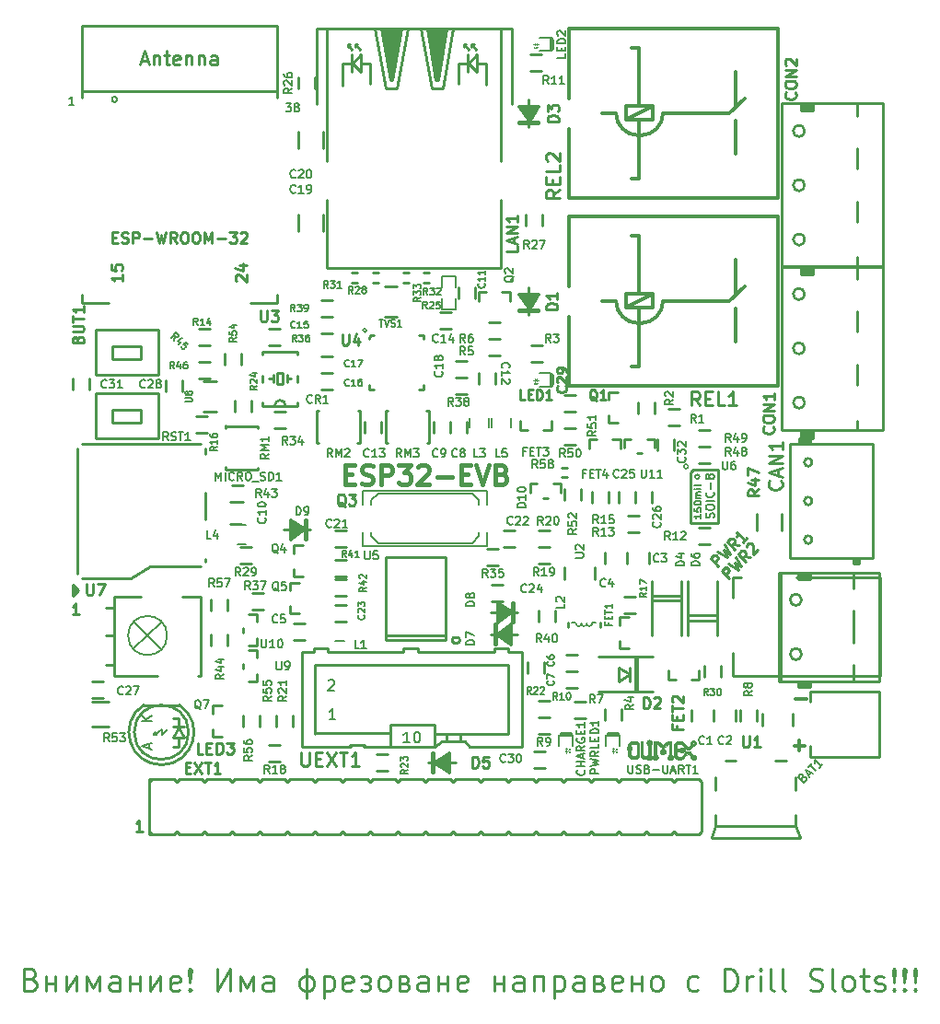
<source format=gbr>
G04 #@! TF.GenerationSoftware,KiCad,Pcbnew,5.1.6-c6e7f7d~87~ubuntu18.04.1*
G04 #@! TF.CreationDate,2022-01-18T16:37:38+02:00*
G04 #@! TF.ProjectId,ESP32-EVB_Rev_J,45535033-322d-4455-9642-5f5265765f4a,J*
G04 #@! TF.SameCoordinates,Original*
G04 #@! TF.FileFunction,Legend,Top*
G04 #@! TF.FilePolarity,Positive*
%FSLAX46Y46*%
G04 Gerber Fmt 4.6, Leading zero omitted, Abs format (unit mm)*
G04 Created by KiCad (PCBNEW 5.1.6-c6e7f7d~87~ubuntu18.04.1) date 2022-01-18 16:37:38*
%MOMM*%
%LPD*%
G01*
G04 APERTURE LIST*
%ADD10C,0.317500*%
%ADD11C,0.444500*%
%ADD12C,0.254000*%
%ADD13C,0.250000*%
%ADD14C,0.150000*%
%ADD15C,0.300000*%
%ADD16C,0.203200*%
%ADD17C,0.200000*%
%ADD18C,0.127000*%
%ADD19C,0.400000*%
%ADD20C,0.050000*%
%ADD21C,0.100000*%
%ADD22C,0.009000*%
%ADD23C,0.190500*%
%ADD24C,0.158750*%
%ADD25C,0.222250*%
G04 APERTURE END LIST*
D10*
X136676190Y-128995714D02*
X137643809Y-128995714D01*
X136549190Y-133313714D02*
X137516809Y-133313714D01*
X137033000Y-133797523D02*
X137033000Y-132829904D01*
D11*
X95250000Y-108331000D02*
X95842666Y-108331000D01*
X96096666Y-109262333D02*
X95250000Y-109262333D01*
X95250000Y-107484333D01*
X96096666Y-107484333D01*
X96774000Y-109177666D02*
X97028000Y-109262333D01*
X97451333Y-109262333D01*
X97620666Y-109177666D01*
X97705333Y-109093000D01*
X97790000Y-108923666D01*
X97790000Y-108754333D01*
X97705333Y-108585000D01*
X97620666Y-108500333D01*
X97451333Y-108415666D01*
X97112666Y-108331000D01*
X96943333Y-108246333D01*
X96858666Y-108161666D01*
X96774000Y-107992333D01*
X96774000Y-107823000D01*
X96858666Y-107653666D01*
X96943333Y-107569000D01*
X97112666Y-107484333D01*
X97536000Y-107484333D01*
X97790000Y-107569000D01*
X98552000Y-109262333D02*
X98552000Y-107484333D01*
X99229333Y-107484333D01*
X99398666Y-107569000D01*
X99483333Y-107653666D01*
X99568000Y-107823000D01*
X99568000Y-108077000D01*
X99483333Y-108246333D01*
X99398666Y-108331000D01*
X99229333Y-108415666D01*
X98552000Y-108415666D01*
X100160666Y-107484333D02*
X101261333Y-107484333D01*
X100668666Y-108161666D01*
X100922666Y-108161666D01*
X101092000Y-108246333D01*
X101176666Y-108331000D01*
X101261333Y-108500333D01*
X101261333Y-108923666D01*
X101176666Y-109093000D01*
X101092000Y-109177666D01*
X100922666Y-109262333D01*
X100414666Y-109262333D01*
X100245333Y-109177666D01*
X100160666Y-109093000D01*
X101938666Y-107653666D02*
X102023333Y-107569000D01*
X102192666Y-107484333D01*
X102616000Y-107484333D01*
X102785333Y-107569000D01*
X102870000Y-107653666D01*
X102954666Y-107823000D01*
X102954666Y-107992333D01*
X102870000Y-108246333D01*
X101854000Y-109262333D01*
X102954666Y-109262333D01*
X103716666Y-108585000D02*
X105071333Y-108585000D01*
X105918000Y-108331000D02*
X106510666Y-108331000D01*
X106764666Y-109262333D02*
X105918000Y-109262333D01*
X105918000Y-107484333D01*
X106764666Y-107484333D01*
X107272666Y-107484333D02*
X107865333Y-109262333D01*
X108458000Y-107484333D01*
X109643333Y-108331000D02*
X109897333Y-108415666D01*
X109982000Y-108500333D01*
X110066666Y-108669666D01*
X110066666Y-108923666D01*
X109982000Y-109093000D01*
X109897333Y-109177666D01*
X109728000Y-109262333D01*
X109050666Y-109262333D01*
X109050666Y-107484333D01*
X109643333Y-107484333D01*
X109812666Y-107569000D01*
X109897333Y-107653666D01*
X109982000Y-107823000D01*
X109982000Y-107992333D01*
X109897333Y-108161666D01*
X109812666Y-108246333D01*
X109643333Y-108331000D01*
X109050666Y-108331000D01*
D12*
X76617285Y-141175619D02*
X76036714Y-141175619D01*
X76327000Y-141175619D02*
X76327000Y-140159619D01*
X76230238Y-140304761D01*
X76133476Y-140401523D01*
X76036714Y-140449904D01*
X70485000Y-118745000D02*
X70485000Y-119253000D01*
X70358000Y-118618000D02*
X70358000Y-119380000D01*
X70231000Y-118491000D02*
X70231000Y-119507000D01*
X70739000Y-118999000D02*
X70231000Y-118491000D01*
X70231000Y-119507000D02*
X70739000Y-118999000D01*
D13*
X70770714Y-121229380D02*
X70199285Y-121229380D01*
X70485000Y-121229380D02*
X70485000Y-120229380D01*
X70389761Y-120372238D01*
X70294523Y-120467476D01*
X70199285Y-120515095D01*
D12*
X87160000Y-92633000D02*
X86560000Y-92633000D01*
X72860000Y-92633000D02*
X73510000Y-92633000D01*
X71010000Y-67133000D02*
X71010000Y-73753000D01*
X89010000Y-92633000D02*
X89010000Y-91883000D01*
X89010000Y-92633000D02*
X86560000Y-92633000D01*
X71010000Y-92633000D02*
X73510000Y-92633000D01*
X71010000Y-92633000D02*
X71010000Y-91883000D01*
X89010000Y-67133000D02*
X89010000Y-73753000D01*
X71010000Y-73133000D02*
X89010000Y-73133000D01*
X71010000Y-67133000D02*
X89010000Y-67133000D01*
X130937000Y-126921000D02*
X144437000Y-126921000D01*
X144437000Y-126921000D02*
X144437000Y-117869000D01*
X130937000Y-126921000D02*
X130937000Y-124823000D01*
X130937000Y-117868720D02*
X130937000Y-119727000D01*
X144437000Y-117869000D02*
X136737000Y-117869000D01*
X130937000Y-117869000D02*
X131637000Y-117869000D01*
X100838000Y-90741500D02*
X100584000Y-90741500D01*
X100838000Y-90741500D02*
X101092000Y-90741500D01*
X100838000Y-89852500D02*
X101092000Y-89852500D01*
X100838000Y-89852500D02*
X100584000Y-89852500D01*
X85852000Y-109347000D02*
X84836000Y-109347000D01*
X85852000Y-110871000D02*
X84836000Y-110871000D01*
X102743000Y-90741500D02*
X102997000Y-90741500D01*
X102743000Y-90741500D02*
X102489000Y-90741500D01*
X102743000Y-89852500D02*
X102489000Y-89852500D01*
X102743000Y-89852500D02*
X102997000Y-89852500D01*
X77216000Y-138938000D02*
X77216000Y-141478000D01*
X82296000Y-141224000D02*
X82550000Y-141478000D01*
X82042000Y-141478000D02*
X82296000Y-141224000D01*
X79502000Y-141478000D02*
X77724000Y-141478000D01*
X79756000Y-141224000D02*
X79502000Y-141478000D01*
X80010000Y-141478000D02*
X79756000Y-141224000D01*
X82042000Y-141478000D02*
X80010000Y-141478000D01*
X77724000Y-141478000D02*
X77216000Y-141478000D01*
X77470000Y-141478000D02*
X77216000Y-141224000D01*
X77216000Y-136652000D02*
X77470000Y-136398000D01*
X84582000Y-141478000D02*
X82550000Y-141478000D01*
X84836000Y-141224000D02*
X84582000Y-141478000D01*
X87630000Y-141478000D02*
X87376000Y-141224000D01*
X87122000Y-141478000D02*
X85090000Y-141478000D01*
X87376000Y-141224000D02*
X87122000Y-141478000D01*
X87122000Y-136398000D02*
X87376000Y-136652000D01*
X85090000Y-136398000D02*
X87122000Y-136398000D01*
X84836000Y-136652000D02*
X85090000Y-136398000D01*
X84582000Y-136398000D02*
X84836000Y-136652000D01*
X82550000Y-136398000D02*
X84582000Y-136398000D01*
X82296000Y-136652000D02*
X82550000Y-136398000D01*
X82042000Y-136398000D02*
X82296000Y-136652000D01*
X80010000Y-136398000D02*
X82042000Y-136398000D01*
X79756000Y-136652000D02*
X80010000Y-136398000D01*
X79502000Y-136398000D02*
X79756000Y-136652000D01*
X77470000Y-136398000D02*
X79502000Y-136398000D01*
X77216000Y-136398000D02*
X77470000Y-136398000D01*
X87376000Y-136652000D02*
X87630000Y-136398000D01*
X87630000Y-136398000D02*
X89662000Y-136398000D01*
X92202000Y-136398000D02*
X92456000Y-136652000D01*
X89662000Y-141478000D02*
X87630000Y-141478000D01*
X85090000Y-141478000D02*
X84836000Y-141224000D01*
X92456000Y-141224000D02*
X92202000Y-141478000D01*
X90170000Y-136398000D02*
X92202000Y-136398000D01*
X89916000Y-136652000D02*
X90170000Y-136398000D01*
X92202000Y-141478000D02*
X90170000Y-141478000D01*
X89916000Y-141224000D02*
X89662000Y-141478000D01*
X90170000Y-141478000D02*
X89916000Y-141224000D01*
X89662000Y-136398000D02*
X89916000Y-136652000D01*
X92202000Y-136398000D02*
X92456000Y-136652000D01*
X92456000Y-141224000D02*
X92202000Y-141478000D01*
X92202000Y-141478000D02*
X90170000Y-141478000D01*
X90170000Y-136398000D02*
X92202000Y-136398000D01*
X89916000Y-136652000D02*
X90170000Y-136398000D01*
X90170000Y-141478000D02*
X89916000Y-141224000D01*
X95250000Y-141478000D02*
X94996000Y-141224000D01*
X94996000Y-136652000D02*
X95250000Y-136398000D01*
X95250000Y-136398000D02*
X97282000Y-136398000D01*
X97282000Y-141478000D02*
X95250000Y-141478000D01*
X97536000Y-141224000D02*
X97282000Y-141478000D01*
X97282000Y-136398000D02*
X97536000Y-136652000D01*
X94742000Y-136398000D02*
X94996000Y-136652000D01*
X95250000Y-141478000D02*
X94996000Y-141224000D01*
X94996000Y-141224000D02*
X94742000Y-141478000D01*
X97282000Y-141478000D02*
X95250000Y-141478000D01*
X94996000Y-136652000D02*
X95250000Y-136398000D01*
X95250000Y-136398000D02*
X97282000Y-136398000D01*
X97536000Y-141224000D02*
X97282000Y-141478000D01*
X94742000Y-141478000D02*
X92710000Y-141478000D01*
X97282000Y-136398000D02*
X97536000Y-136652000D01*
X92710000Y-136398000D02*
X94742000Y-136398000D01*
X92456000Y-136652000D02*
X92710000Y-136398000D01*
X92710000Y-141478000D02*
X92456000Y-141224000D01*
X97790000Y-141478000D02*
X97536000Y-141224000D01*
X97536000Y-136652000D02*
X97790000Y-136398000D01*
X97790000Y-136398000D02*
X99822000Y-136398000D01*
X102362000Y-136398000D02*
X102616000Y-136652000D01*
X99822000Y-141478000D02*
X97790000Y-141478000D01*
X102616000Y-141224000D02*
X102362000Y-141478000D01*
X100330000Y-136398000D02*
X102362000Y-136398000D01*
X100076000Y-136652000D02*
X100330000Y-136398000D01*
X102362000Y-141478000D02*
X100330000Y-141478000D01*
X100076000Y-141224000D02*
X99822000Y-141478000D01*
X100330000Y-141478000D02*
X100076000Y-141224000D01*
X99822000Y-136398000D02*
X100076000Y-136652000D01*
X102362000Y-136398000D02*
X102616000Y-136652000D01*
X102616000Y-141224000D02*
X102362000Y-141478000D01*
X102362000Y-141478000D02*
X100330000Y-141478000D01*
X100330000Y-136398000D02*
X102362000Y-136398000D01*
X100076000Y-136652000D02*
X100330000Y-136398000D01*
X100330000Y-141478000D02*
X100076000Y-141224000D01*
X77216000Y-136398000D02*
X77216000Y-138938000D01*
X128016000Y-136652000D02*
X128016000Y-139065000D01*
X125730000Y-141478000D02*
X125476000Y-141224000D01*
X125476000Y-136652000D02*
X125730000Y-136398000D01*
X125730000Y-136398000D02*
X127762000Y-136398000D01*
X127762000Y-141478000D02*
X125730000Y-141478000D01*
X128016000Y-141224000D02*
X127762000Y-141478000D01*
X127762000Y-136398000D02*
X128016000Y-136652000D01*
X125222000Y-136398000D02*
X125476000Y-136652000D01*
X125730000Y-141478000D02*
X125476000Y-141224000D01*
X125476000Y-141224000D02*
X125222000Y-141478000D01*
X127762000Y-141478000D02*
X125730000Y-141478000D01*
X125476000Y-136652000D02*
X125730000Y-136398000D01*
X125730000Y-136398000D02*
X127762000Y-136398000D01*
X128016000Y-139192000D02*
X128016000Y-141224000D01*
X128016000Y-141224000D02*
X127762000Y-141478000D01*
X125222000Y-141478000D02*
X123190000Y-141478000D01*
X127762000Y-136398000D02*
X128016000Y-136652000D01*
X123190000Y-136398000D02*
X125222000Y-136398000D01*
X122936000Y-136652000D02*
X123190000Y-136398000D01*
X123190000Y-141478000D02*
X122936000Y-141224000D01*
X118110000Y-141478000D02*
X117856000Y-141224000D01*
X117856000Y-136652000D02*
X118110000Y-136398000D01*
X118110000Y-136398000D02*
X120142000Y-136398000D01*
X122682000Y-136398000D02*
X122936000Y-136652000D01*
X120142000Y-141478000D02*
X118110000Y-141478000D01*
X122936000Y-141224000D02*
X122682000Y-141478000D01*
X120650000Y-136398000D02*
X122682000Y-136398000D01*
X120396000Y-136652000D02*
X120650000Y-136398000D01*
X122682000Y-141478000D02*
X120650000Y-141478000D01*
X120396000Y-141224000D02*
X120142000Y-141478000D01*
X120650000Y-141478000D02*
X120396000Y-141224000D01*
X120142000Y-136398000D02*
X120396000Y-136652000D01*
X122682000Y-136398000D02*
X122936000Y-136652000D01*
X122936000Y-141224000D02*
X122682000Y-141478000D01*
X122682000Y-141478000D02*
X120650000Y-141478000D01*
X120650000Y-136398000D02*
X122682000Y-136398000D01*
X120396000Y-136652000D02*
X120650000Y-136398000D01*
X120650000Y-141478000D02*
X120396000Y-141224000D01*
X115570000Y-141478000D02*
X115316000Y-141224000D01*
X115316000Y-136652000D02*
X115570000Y-136398000D01*
X115570000Y-136398000D02*
X117602000Y-136398000D01*
X117602000Y-141478000D02*
X115570000Y-141478000D01*
X117856000Y-141224000D02*
X117602000Y-141478000D01*
X117602000Y-136398000D02*
X117856000Y-136652000D01*
X115062000Y-136398000D02*
X115316000Y-136652000D01*
X115570000Y-141478000D02*
X115316000Y-141224000D01*
X115316000Y-141224000D02*
X115062000Y-141478000D01*
X117602000Y-141478000D02*
X115570000Y-141478000D01*
X115316000Y-136652000D02*
X115570000Y-136398000D01*
X115570000Y-136398000D02*
X117602000Y-136398000D01*
X117856000Y-141224000D02*
X117602000Y-141478000D01*
X110490000Y-141478000D02*
X110236000Y-141224000D01*
X115062000Y-141478000D02*
X113030000Y-141478000D01*
X117602000Y-136398000D02*
X117856000Y-136652000D01*
X113030000Y-136398000D02*
X115062000Y-136398000D01*
X112776000Y-136652000D02*
X113030000Y-136398000D01*
X102870000Y-136398000D02*
X104902000Y-136398000D01*
X104902000Y-136398000D02*
X105156000Y-136652000D01*
X105156000Y-136652000D02*
X105410000Y-136398000D01*
X105410000Y-136398000D02*
X107442000Y-136398000D01*
X107442000Y-136398000D02*
X107696000Y-136652000D01*
X107696000Y-136652000D02*
X107950000Y-136398000D01*
X107950000Y-136398000D02*
X109982000Y-136398000D01*
X109982000Y-136398000D02*
X110236000Y-136652000D01*
X110236000Y-136652000D02*
X110490000Y-136398000D01*
X110490000Y-136398000D02*
X112522000Y-136398000D01*
X112522000Y-136398000D02*
X112776000Y-136652000D01*
X112776000Y-141224000D02*
X112522000Y-141478000D01*
X112522000Y-141478000D02*
X110490000Y-141478000D01*
X113030000Y-141478000D02*
X112776000Y-141224000D01*
X110236000Y-141224000D02*
X109982000Y-141478000D01*
X109982000Y-141478000D02*
X107950000Y-141478000D01*
X102616000Y-136652000D02*
X102870000Y-136398000D01*
X102870000Y-141478000D02*
X102616000Y-141224000D01*
X107442000Y-141478000D02*
X105410000Y-141478000D01*
X105410000Y-141478000D02*
X105156000Y-141224000D01*
X105156000Y-141224000D02*
X104902000Y-141478000D01*
X104902000Y-141478000D02*
X102870000Y-141478000D01*
X107442000Y-141478000D02*
X107696000Y-141224000D01*
X107696000Y-141224000D02*
X107950000Y-141478000D01*
X97007680Y-133256020D02*
X97007680Y-133423660D01*
X95722440Y-133256020D02*
X96994980Y-133256020D01*
X95714820Y-133416040D02*
X95722440Y-133256020D01*
X96956880Y-133421120D02*
X99354640Y-133421120D01*
X99400360Y-131429760D02*
X103441500Y-131427220D01*
X99400360Y-133421120D02*
X99400360Y-131429760D01*
X106240580Y-132875020D02*
X106715560Y-133383020D01*
D14*
X106177080Y-132887720D02*
X106253280Y-132887720D01*
X106108500Y-132887720D02*
X106189780Y-132887720D01*
D12*
X104152700Y-132887720D02*
X106159300Y-132887720D01*
X103477060Y-133403340D02*
X104127300Y-132900420D01*
X103446580Y-131427220D02*
X103451660Y-133416040D01*
X106728260Y-133395720D02*
X111483140Y-133398260D01*
X92369640Y-124383800D02*
X92369640Y-124696220D01*
X93672660Y-124383800D02*
X92369640Y-124383800D01*
X93672660Y-124703840D02*
X93672660Y-124383800D01*
X100611940Y-124703840D02*
X93672660Y-124703840D01*
X100617020Y-124399040D02*
X100611940Y-124703840D01*
X101927660Y-124393960D02*
X100617020Y-124399040D01*
X101932740Y-124719080D02*
X101927660Y-124393960D01*
X108943140Y-124698760D02*
X101932740Y-124719080D01*
X108943140Y-124393960D02*
X108943140Y-124698760D01*
X110246160Y-124393960D02*
X108943140Y-124393960D01*
X110246160Y-124691140D02*
X110246160Y-124393960D01*
X111500920Y-124693680D02*
X110246160Y-124691140D01*
X99387660Y-132189220D02*
X92539820Y-132191760D01*
X99400360Y-133418580D02*
X103449120Y-133416040D01*
X92468700Y-125844300D02*
X110210600Y-125857000D01*
X91262200Y-124701300D02*
X92367100Y-124701300D01*
X91274900Y-124714000D02*
X91274900Y-133426200D01*
X92468700Y-125844300D02*
X92468700Y-132194300D01*
X110223300Y-125869700D02*
X110223300Y-132219700D01*
X103466900Y-132207000D02*
X110210600Y-132219700D01*
X91287600Y-133413500D02*
X95758000Y-133413500D01*
X111531400Y-124714000D02*
X111531400Y-133426200D01*
X104546400Y-132219700D02*
X104546400Y-132867400D01*
X105867200Y-132207000D02*
X105867200Y-132867400D01*
X136200000Y-105565000D02*
X143800000Y-105565000D01*
X136200000Y-116065000D02*
X143800000Y-116065000D01*
X143800000Y-105565000D02*
X143800000Y-116065000D01*
X136200000Y-116065000D02*
X136200000Y-105565000D01*
X138200210Y-107259000D02*
G75*
G03*
X138200210Y-107259000I-359210J0D01*
G01*
X138200210Y-110815000D02*
G75*
G03*
X138200210Y-110815000I-359210J0D01*
G01*
X138200210Y-114371000D02*
G75*
G03*
X138200210Y-114371000I-359210J0D01*
G01*
X138000000Y-105065000D02*
X138000000Y-105565000D01*
X137000000Y-105065000D02*
X137000000Y-105565000D01*
X138000000Y-105065000D02*
X137000000Y-105065000D01*
X138000000Y-105215000D02*
X137000000Y-105215000D01*
X138000000Y-105415000D02*
X137000000Y-105415000D01*
X142500000Y-116065000D02*
X142500000Y-116565000D01*
X142500000Y-116565000D02*
X142000000Y-116565000D01*
X142000000Y-116565000D02*
X142000000Y-116065000D01*
X142500000Y-116415000D02*
X142000000Y-116415000D01*
X142500000Y-116215000D02*
X142000000Y-116215000D01*
X98600260Y-67360800D02*
X100401120Y-67360800D01*
X99400360Y-72161400D02*
X98600260Y-67360800D01*
X99601020Y-72161400D02*
X99400360Y-72161400D01*
X100401120Y-67360800D02*
X99601020Y-72161400D01*
X102798880Y-67360800D02*
X104599740Y-67360800D01*
X103598980Y-72161400D02*
X102798880Y-67360800D01*
X103799640Y-72161400D02*
X103598980Y-72161400D01*
X104599740Y-67360800D02*
X103799640Y-72161400D01*
X110600000Y-67359000D02*
X110600000Y-74359000D01*
X109600000Y-67359000D02*
X110600000Y-67359000D01*
X92600000Y-67359000D02*
X92600000Y-74359000D01*
X93600000Y-67359000D02*
X92600000Y-67359000D01*
X99001580Y-72859900D02*
X98000820Y-67360800D01*
X100002340Y-72859900D02*
X99001580Y-72859900D01*
X101000560Y-67360800D02*
X100002340Y-72859900D01*
X103197660Y-72859900D02*
X102199440Y-67360800D01*
X104198420Y-72859900D02*
X103197660Y-72859900D01*
X105199180Y-67360800D02*
X104198420Y-72859900D01*
X95501460Y-68859400D02*
X95501460Y-69060060D01*
X95501460Y-68859400D02*
X95702120Y-68859400D01*
X95900240Y-69359780D02*
X95501460Y-68859400D01*
X96202500Y-68859400D02*
X96202500Y-69060060D01*
X96202500Y-68859400D02*
X96400620Y-68859400D01*
X96601280Y-69359780D02*
X96202500Y-68859400D01*
X97533460Y-70561200D02*
X97533460Y-72499220D01*
X96832420Y-70561200D02*
X97533460Y-70561200D01*
X95834200Y-69761100D02*
X95834200Y-71361300D01*
X95933260Y-70561200D02*
X96733360Y-71361300D01*
X96733360Y-69761100D02*
X95933260Y-70561200D01*
X96733360Y-69761100D02*
X96733360Y-71361300D01*
X95034100Y-70561200D02*
X95732600Y-70561200D01*
X95034100Y-72588120D02*
X95034100Y-70561200D01*
X106199940Y-68859400D02*
X106199940Y-69060060D01*
X106199940Y-68859400D02*
X106398060Y-68859400D01*
X106598720Y-69359780D02*
X106199940Y-68859400D01*
X106898440Y-68859400D02*
X106898440Y-69060060D01*
X106898440Y-68859400D02*
X107099100Y-68859400D01*
X107299760Y-69359780D02*
X106898440Y-68859400D01*
X105700000Y-70559000D02*
X105700000Y-72459000D01*
X106398060Y-70561200D02*
X105699560Y-70561200D01*
X106499660Y-71361300D02*
X106499660Y-69761100D01*
X106598720Y-70561200D02*
X107398820Y-69761100D01*
X107398820Y-71361300D02*
X106598720Y-70561200D01*
X107400000Y-71359000D02*
X107400000Y-69759000D01*
X108200000Y-70559000D02*
X107500000Y-70559000D01*
X108200000Y-72559000D02*
X108200000Y-70559000D01*
X109600000Y-83109000D02*
X109600000Y-89359000D01*
X109600000Y-67359000D02*
X109600000Y-79609000D01*
X93600000Y-67359000D02*
X109600000Y-67359000D01*
X93600000Y-79609000D02*
X93600000Y-67359000D01*
X93600000Y-89359000D02*
X93600000Y-83109000D01*
X109600000Y-89359000D02*
X93600000Y-89359000D01*
X103700000Y-72159000D02*
X103050000Y-67369000D01*
X103710000Y-72009000D02*
X104360000Y-67379000D01*
X103720000Y-71399000D02*
X103160000Y-67369000D01*
X103710000Y-71109000D02*
X104120000Y-67379000D01*
X103730000Y-70589000D02*
X103370000Y-67379000D01*
X103680000Y-69879000D02*
X103870000Y-67369000D01*
X103770000Y-68999000D02*
X103570000Y-67359000D01*
X103600000Y-68229000D02*
X103740000Y-67419000D01*
X99510000Y-71969000D02*
X98790000Y-67369000D01*
X99500000Y-71799000D02*
X100170000Y-67379000D01*
X99510000Y-71219000D02*
X98990000Y-67489000D01*
X99450000Y-70749000D02*
X99930000Y-67389000D01*
X99580000Y-69999000D02*
X99180000Y-67429000D01*
X99550000Y-69579000D02*
X99700000Y-67399000D01*
X99620000Y-68969000D02*
X99340000Y-67389000D01*
X99510000Y-68259000D02*
X99510000Y-67389000D01*
D15*
X135076000Y-82984000D02*
X135076000Y-67384000D01*
X115876000Y-82984000D02*
X135076000Y-82984000D01*
X135076000Y-67384000D02*
X115876000Y-67384000D01*
X115876000Y-82984000D02*
X115876000Y-76584000D01*
X115876000Y-73784000D02*
X115876000Y-67384000D01*
X121576000Y-81184000D02*
X122276000Y-81184000D01*
X121576000Y-69184000D02*
X122276000Y-69184000D01*
X122276000Y-81184000D02*
X122276000Y-75784000D01*
X122276000Y-69184000D02*
X122276000Y-74484000D01*
X123576000Y-75784000D02*
X123576000Y-74484000D01*
X121076000Y-75784000D02*
X123576000Y-75784000D01*
X121076000Y-74484000D02*
X121076000Y-75784000D01*
X123576000Y-74484000D02*
X121076000Y-74484000D01*
X123576000Y-74484000D02*
X121076000Y-75784000D01*
X118876000Y-75184000D02*
X120176000Y-75184000D01*
X122576000Y-77184000D02*
X122076000Y-77184000D01*
X131176000Y-78884000D02*
X131176000Y-75884000D01*
X131176000Y-71384000D02*
X131176000Y-74484000D01*
X130376000Y-75184000D02*
X130576000Y-75184000D01*
X124476000Y-75184000D02*
X130376000Y-75184000D01*
X130576000Y-75184000D02*
X131976000Y-73784000D01*
X120176000Y-75184000D02*
G75*
G03*
X122176000Y-77184000I2000000J0D01*
G01*
X122476000Y-77184000D02*
G75*
G03*
X124476000Y-75184000I0J2000000D01*
G01*
X135076000Y-100256000D02*
X135076000Y-84656000D01*
X115876000Y-100256000D02*
X135076000Y-100256000D01*
X135076000Y-84656000D02*
X115876000Y-84656000D01*
X115876000Y-100256000D02*
X115876000Y-93856000D01*
X115876000Y-91056000D02*
X115876000Y-84656000D01*
X121576000Y-98456000D02*
X122276000Y-98456000D01*
X121576000Y-86456000D02*
X122276000Y-86456000D01*
X122276000Y-98456000D02*
X122276000Y-93056000D01*
X122276000Y-86456000D02*
X122276000Y-91756000D01*
X123576000Y-93056000D02*
X123576000Y-91756000D01*
X121076000Y-93056000D02*
X123576000Y-93056000D01*
X121076000Y-91756000D02*
X121076000Y-93056000D01*
X123576000Y-91756000D02*
X121076000Y-91756000D01*
X123576000Y-91756000D02*
X121076000Y-93056000D01*
X118876000Y-92456000D02*
X120176000Y-92456000D01*
X122576000Y-94456000D02*
X122076000Y-94456000D01*
X131176000Y-96156000D02*
X131176000Y-93156000D01*
X131176000Y-88656000D02*
X131176000Y-91756000D01*
X130376000Y-92456000D02*
X130576000Y-92456000D01*
X124476000Y-92456000D02*
X130376000Y-92456000D01*
X130576000Y-92456000D02*
X131976000Y-91056000D01*
X120176000Y-92456000D02*
G75*
G03*
X122176000Y-94456000I2000000J0D01*
G01*
X122476000Y-94456000D02*
G75*
G03*
X124476000Y-92456000I0J2000000D01*
G01*
D12*
X138036300Y-129311400D02*
X138036300Y-128308100D01*
X138036300Y-134378700D02*
X138036300Y-133324600D01*
X138043920Y-134383780D02*
X144353280Y-134383780D01*
X144353280Y-134383780D02*
X144353280Y-128303020D01*
X144353280Y-128303020D02*
X138036298Y-128303020D01*
X126191000Y-119960000D02*
X123491000Y-119960000D01*
X126191000Y-123150000D02*
X126191000Y-118150000D01*
X126191000Y-119520000D02*
X123491000Y-119520000D01*
X123491000Y-118150000D02*
X123491000Y-123150000D01*
X126793000Y-121340000D02*
X129493000Y-121340000D01*
X126793000Y-118150000D02*
X126793000Y-123150000D01*
X126793000Y-121780000D02*
X129493000Y-121780000D01*
X129493000Y-123150000D02*
X129493000Y-118150000D01*
X105384600Y-134861300D02*
X102908100Y-134861300D01*
X104800400Y-135813800D02*
X103428800Y-134899400D01*
X103428800Y-134899400D02*
X104800400Y-133908800D01*
X103428800Y-135813800D02*
X103428800Y-133908800D01*
X104800400Y-135813800D02*
X104800400Y-133908800D01*
X103251000Y-135813800D02*
X103251000Y-133908800D01*
X103428800Y-133908800D02*
X103251000Y-133908800D01*
X103428800Y-135813800D02*
X103251000Y-135813800D01*
X104648000Y-134112000D02*
X104648000Y-135636000D01*
X104521000Y-135509000D02*
X104521000Y-134239000D01*
X104394000Y-134366000D02*
X104394000Y-135509000D01*
X104267000Y-135255000D02*
X104267000Y-134366000D01*
X104140000Y-135255000D02*
X104140000Y-134493000D01*
X104013000Y-135128000D02*
X104013000Y-134493000D01*
X103886000Y-135001000D02*
X103886000Y-134620000D01*
X111099600Y-123050300D02*
X108623100Y-123050300D01*
X110515400Y-124002800D02*
X109143800Y-123088400D01*
X109143800Y-123088400D02*
X110515400Y-122097800D01*
X109143800Y-124002800D02*
X109143800Y-122097800D01*
X110515400Y-124002800D02*
X110515400Y-122097800D01*
X108966000Y-124002800D02*
X108966000Y-122097800D01*
X109143800Y-122097800D02*
X108966000Y-122097800D01*
X109143800Y-124002800D02*
X108966000Y-124002800D01*
X110363000Y-122301000D02*
X110363000Y-123825000D01*
X110236000Y-123698000D02*
X110236000Y-122428000D01*
X110109000Y-122555000D02*
X110109000Y-123698000D01*
X109982000Y-123444000D02*
X109982000Y-122555000D01*
X109855000Y-123444000D02*
X109855000Y-122682000D01*
X109728000Y-123317000D02*
X109728000Y-122682000D01*
X109601000Y-123190000D02*
X109601000Y-122809000D01*
X108610400Y-121043700D02*
X111086900Y-121043700D01*
X109194600Y-120091200D02*
X110566200Y-121005600D01*
X110566200Y-121005600D02*
X109194600Y-121996200D01*
X110566200Y-120091200D02*
X110566200Y-121996200D01*
X109194600Y-120091200D02*
X109194600Y-121996200D01*
X110744000Y-120091200D02*
X110744000Y-121996200D01*
X110566200Y-121996200D02*
X110744000Y-121996200D01*
X110566200Y-120091200D02*
X110744000Y-120091200D01*
X109347000Y-121793000D02*
X109347000Y-120269000D01*
X109474000Y-120396000D02*
X109474000Y-121666000D01*
X109601000Y-121539000D02*
X109601000Y-120396000D01*
X109728000Y-120650000D02*
X109728000Y-121539000D01*
X109855000Y-120650000D02*
X109855000Y-121412000D01*
X109982000Y-120777000D02*
X109982000Y-121412000D01*
X110109000Y-120904000D02*
X110109000Y-121285000D01*
D14*
X96901000Y-109855000D02*
X108331000Y-109855000D01*
X108331000Y-114935000D02*
X96901000Y-114935000D01*
X98298000Y-110109000D02*
X97663000Y-110744000D01*
X106934000Y-110109000D02*
X98298000Y-110109000D01*
X107569000Y-110744000D02*
X106934000Y-110109000D01*
X106934000Y-114681000D02*
X107569000Y-114046000D01*
X98298000Y-114681000D02*
X106934000Y-114681000D01*
X97663000Y-114046000D02*
X98298000Y-114681000D01*
X96901000Y-109855000D02*
X96901000Y-111125000D01*
X96901000Y-114935000D02*
X96901000Y-113665000D01*
X108331000Y-114935000D02*
X108331000Y-113665000D01*
X108331000Y-109855000D02*
X108331000Y-111125000D01*
X107569000Y-110744000D02*
X107569000Y-111125000D01*
X107569000Y-114046000D02*
X107569000Y-113665000D01*
X97663000Y-114046000D02*
X97663000Y-113665000D01*
X97663000Y-110744000D02*
X97663000Y-111125000D01*
D12*
X136700000Y-140703000D02*
X129300000Y-140703000D01*
X129300000Y-136203000D02*
X129300000Y-137403000D01*
X131200000Y-134703000D02*
X130200000Y-134703000D01*
X135800000Y-134703000D02*
X134800000Y-134703000D01*
X136700000Y-139703000D02*
X136700000Y-140703000D01*
X137064000Y-141803000D02*
X128936000Y-141803000D01*
X129300000Y-140703000D02*
X129300000Y-139703000D01*
X136700000Y-136203000D02*
X136700000Y-137403000D01*
X137064000Y-141732000D02*
X136683000Y-140716000D01*
X128936000Y-141732000D02*
X129317000Y-140716000D01*
X78084000Y-99255000D02*
X78084000Y-95055000D01*
X78084000Y-95055000D02*
X72284000Y-95055000D01*
X72284000Y-95055000D02*
X72284000Y-99255000D01*
X72284000Y-99255000D02*
X78084000Y-99255000D01*
X76484000Y-96555000D02*
X73884000Y-96555000D01*
X73884000Y-96555000D02*
X73884000Y-97755000D01*
X76484000Y-97755000D02*
X73884000Y-97755000D01*
X76484000Y-96555000D02*
X76484000Y-97755000D01*
X78084000Y-105097000D02*
X78084000Y-100897000D01*
X78084000Y-100897000D02*
X72284000Y-100897000D01*
X72284000Y-100897000D02*
X72284000Y-105097000D01*
X72284000Y-105097000D02*
X78084000Y-105097000D01*
X76484000Y-102397000D02*
X73884000Y-102397000D01*
X73884000Y-102397000D02*
X73884000Y-103597000D01*
X76484000Y-103597000D02*
X73884000Y-103597000D01*
X76484000Y-102397000D02*
X76484000Y-103597000D01*
D16*
X126803866Y-107637580D02*
G75*
G03*
X126803866Y-107637580I-197566J0D01*
G01*
D12*
X129540000Y-112813000D02*
X127000000Y-112813000D01*
X127000000Y-112813000D02*
X127000000Y-108213000D01*
X127000000Y-108213000D02*
X127270000Y-107913000D01*
X127270000Y-107913000D02*
X129540000Y-107913000D01*
X129540000Y-107913000D02*
X129540000Y-112813000D01*
D16*
X127832566Y-108585000D02*
G75*
G03*
X127832566Y-108585000I-197566J0D01*
G01*
D12*
X104457500Y-123571000D02*
X98996500Y-123571000D01*
X98996500Y-115951000D02*
X104457500Y-115951000D01*
X104457500Y-123571000D02*
X104457500Y-115951000D01*
X98996500Y-115951000D02*
X98996500Y-123571000D01*
X98996500Y-123190000D02*
X104457500Y-123190000D01*
X81975960Y-116852700D02*
X77284580Y-116852700D01*
X82405220Y-106017060D02*
X82405220Y-106486960D01*
X82405220Y-110025180D02*
X82405220Y-112473740D01*
X82405220Y-116123720D02*
X82405220Y-116423440D01*
X71038720Y-117944900D02*
X75557380Y-117944900D01*
X71038720Y-105585260D02*
X81975960Y-105585260D01*
X70609460Y-106027220D02*
X70609460Y-117513100D01*
X77284580Y-116852700D02*
X75577700Y-117944900D01*
X97624900Y-95544640D02*
X97449640Y-95719900D01*
X97449640Y-95719900D02*
X97449640Y-95945960D01*
X97449640Y-100142040D02*
X97449640Y-100543360D01*
X97449640Y-100543360D02*
X97850960Y-100543360D01*
X102047040Y-100543360D02*
X102448360Y-100543360D01*
X102448360Y-100543360D02*
X102448360Y-100142040D01*
X102448360Y-95945960D02*
X102448360Y-95544640D01*
X102448360Y-95544640D02*
X102047040Y-95544640D01*
X97850960Y-95544640D02*
X97624900Y-95544640D01*
D17*
X97226873Y-95145860D02*
G75*
G03*
X97226873Y-95145860I-176013J0D01*
G01*
D12*
X137523450Y-86774000D02*
G75*
G03*
X137523450Y-86774000I-523450J0D01*
G01*
X137513450Y-81784000D02*
G75*
G03*
X137513450Y-81784000I-523450J0D01*
G01*
X137200000Y-89764000D02*
X138300000Y-89764000D01*
X137200000Y-89524000D02*
X138300000Y-89524000D01*
X137200000Y-74874000D02*
X138300000Y-74874000D01*
X137200000Y-74624000D02*
X138290000Y-74624000D01*
X137200000Y-74444000D02*
X138300000Y-74444000D01*
X137513450Y-76794000D02*
G75*
G03*
X137513450Y-76794000I-523450J0D01*
G01*
X144690000Y-89314000D02*
X144690000Y-74214000D01*
X144690000Y-74214000D02*
X135410000Y-74224000D01*
X135410000Y-74224000D02*
X135410000Y-89324000D01*
X135410000Y-89324000D02*
X144690000Y-89314000D01*
X142300000Y-88414000D02*
X142300000Y-89314000D01*
X142300000Y-85154000D02*
X142300000Y-83294000D01*
X142300000Y-80224000D02*
X142300000Y-78404000D01*
X142300000Y-75404000D02*
X142300000Y-74214000D01*
X137200000Y-89324000D02*
X137200000Y-90024000D01*
X138300000Y-90024000D02*
X138300000Y-89324000D01*
X137200000Y-90024000D02*
X138300000Y-90024000D01*
X137240000Y-89894000D02*
X138300000Y-89894000D01*
X137200000Y-74224000D02*
X137200000Y-74924000D01*
X137200000Y-74924000D02*
X138300000Y-74924000D01*
X138300000Y-74924000D02*
X138300000Y-74224000D01*
X137523450Y-101774000D02*
G75*
G03*
X137523450Y-101774000I-523450J0D01*
G01*
X137513450Y-96784000D02*
G75*
G03*
X137513450Y-96784000I-523450J0D01*
G01*
X137200000Y-104764000D02*
X138300000Y-104764000D01*
X137200000Y-104524000D02*
X138300000Y-104524000D01*
X137200000Y-89874000D02*
X138300000Y-89874000D01*
X137200000Y-89624000D02*
X138290000Y-89624000D01*
X137200000Y-89444000D02*
X138300000Y-89444000D01*
X137513450Y-91794000D02*
G75*
G03*
X137513450Y-91794000I-523450J0D01*
G01*
X144690000Y-104314000D02*
X144690000Y-89214000D01*
X144690000Y-89214000D02*
X135410000Y-89224000D01*
X135410000Y-89224000D02*
X135410000Y-104324000D01*
X135410000Y-104324000D02*
X144690000Y-104314000D01*
X142300000Y-103414000D02*
X142300000Y-104314000D01*
X142300000Y-100154000D02*
X142300000Y-98294000D01*
X142300000Y-95224000D02*
X142300000Y-93404000D01*
X142300000Y-90404000D02*
X142300000Y-89214000D01*
X137200000Y-104324000D02*
X137200000Y-105024000D01*
X138300000Y-105024000D02*
X138300000Y-104324000D01*
X137200000Y-105024000D02*
X138300000Y-105024000D01*
X137240000Y-104894000D02*
X138300000Y-104894000D01*
X137200000Y-89224000D02*
X137200000Y-89924000D01*
X137200000Y-89924000D02*
X138300000Y-89924000D01*
X138300000Y-89924000D02*
X138300000Y-89224000D01*
X80009000Y-129580000D02*
X80009000Y-129580000D01*
X76709000Y-129580000D02*
X80009000Y-129580000D01*
X80859000Y-132080000D02*
G75*
G03*
X80859000Y-132080000I-2500000J0D01*
G01*
X79959000Y-131680000D02*
X80459000Y-132580000D01*
X79459000Y-132580000D02*
X79959000Y-131680000D01*
X80459000Y-132580000D02*
X79459000Y-132580000D01*
X79459000Y-131580000D02*
X80459000Y-131580000D01*
X79959000Y-130780000D02*
X79959000Y-131580000D01*
X79959000Y-132580000D02*
X79959000Y-133380000D01*
D18*
X77759000Y-132080000D02*
X77632000Y-132334000D01*
X77886000Y-132334000D02*
X77759000Y-132080000D01*
X77759000Y-132334000D02*
X77886000Y-132334000D01*
X78394000Y-131826000D02*
X77759000Y-132334000D01*
X78394000Y-132334000D02*
X78394000Y-131826000D01*
X78902000Y-131826000D02*
X78394000Y-132334000D01*
X77632000Y-132334000D02*
X77759000Y-132207000D01*
X77759000Y-132334000D02*
X77632000Y-132334000D01*
D12*
X79959000Y-130780000D02*
X79459000Y-130780000D01*
X79959000Y-133380000D02*
X79459000Y-133380000D01*
X80006834Y-129578572D02*
G75*
G02*
X76709000Y-129580000I-1647834J-2501428D01*
G01*
D13*
X73259000Y-125900000D02*
X74009000Y-125900000D01*
X73259000Y-123150000D02*
X74009000Y-123150000D01*
X73259000Y-120650000D02*
X74009000Y-120650000D01*
X78009000Y-126900000D02*
X74009000Y-126900000D01*
X74009000Y-126900000D02*
X74009000Y-119650000D01*
X74009000Y-119650000D02*
X76509000Y-119650000D01*
X80259000Y-119650000D02*
X82009000Y-119650000D01*
X82009000Y-119650000D02*
X82009000Y-126900000D01*
X82009000Y-126900000D02*
X81759000Y-126900000D01*
D14*
X78309000Y-124450000D02*
X75859000Y-121950000D01*
X75809000Y-124400000D02*
X78309000Y-121950000D01*
X78885051Y-123190000D02*
G75*
G03*
X78885051Y-123190000I-1796051J0D01*
G01*
D12*
X90881000Y-102068000D02*
X87681000Y-102068000D01*
X87681000Y-97068000D02*
X90881000Y-97068000D01*
X90881000Y-102068000D02*
X90881000Y-101768000D01*
X90881000Y-99868000D02*
X90881000Y-99268000D01*
X90881000Y-97368000D02*
X90881000Y-97068000D01*
X87681000Y-102068000D02*
X87681000Y-101768000D01*
X87681000Y-99868000D02*
X87681000Y-99268000D01*
X87681000Y-97368000D02*
X87681000Y-97068000D01*
X89535000Y-100076000D02*
X89535000Y-99060000D01*
X89535000Y-99060000D02*
X89027000Y-99060000D01*
X89027000Y-99060000D02*
X89027000Y-100076000D01*
X89027000Y-100076000D02*
X89535000Y-100076000D01*
X89916000Y-99895660D02*
X89916000Y-99568000D01*
X89916000Y-99568000D02*
X89916000Y-99240340D01*
X89916000Y-99568000D02*
X90297000Y-99568000D01*
X88646000Y-99895660D02*
X88646000Y-99568000D01*
X88646000Y-99568000D02*
X88646000Y-99240340D01*
X88646000Y-99568000D02*
X88265000Y-99568000D01*
X89781000Y-102058000D02*
G75*
G03*
X88781000Y-102058000I-500000J0D01*
G01*
X86614000Y-115062000D02*
X85598000Y-115062000D01*
X86614000Y-116586000D02*
X85598000Y-116586000D01*
X129159000Y-130048000D02*
X129159000Y-131064000D01*
X131191000Y-130048000D02*
X131191000Y-131064000D01*
D18*
X104140000Y-93218000D02*
X104140000Y-92202000D01*
X105410000Y-93218000D02*
X105410000Y-92202000D01*
X104140000Y-93218000D02*
X105410000Y-93218000D01*
X105410000Y-90170000D02*
X105410000Y-91186000D01*
X104140000Y-90170000D02*
X105410000Y-90170000D01*
X104140000Y-91186000D02*
X104140000Y-90170000D01*
D12*
X121412000Y-126111000D02*
X121412000Y-127381000D01*
X120396000Y-126111000D02*
X121412000Y-126746000D01*
X120396000Y-127381000D02*
X121412000Y-126746000D01*
X120396000Y-126111000D02*
X120396000Y-127381000D01*
X118531640Y-125143260D02*
X123530360Y-125143260D01*
X123530360Y-128348740D02*
X118531640Y-128348740D01*
D19*
X121981000Y-128221000D02*
X121981000Y-125221000D01*
D12*
X82931000Y-119888000D02*
X82931000Y-120904000D01*
X84455000Y-119888000D02*
X84455000Y-120904000D01*
X82931000Y-123063000D02*
X82931000Y-124079000D01*
X84455000Y-123063000D02*
X84455000Y-124079000D01*
X86360000Y-121259600D02*
X87147400Y-121259600D01*
X87147400Y-121259600D02*
X87147400Y-121920000D01*
X87147400Y-123444000D02*
X87147400Y-124104400D01*
X87147400Y-124104400D02*
X86360000Y-124104400D01*
X85826600Y-122478800D02*
X85826600Y-122885200D01*
X86360000Y-124561600D02*
X87147400Y-124561600D01*
X87147400Y-124561600D02*
X87147400Y-125222000D01*
X87147400Y-126746000D02*
X87147400Y-127406400D01*
X87147400Y-127406400D02*
X86360000Y-127406400D01*
X85826600Y-125780800D02*
X85826600Y-126187200D01*
X87757000Y-119253000D02*
X86741000Y-119253000D01*
X87757000Y-120777000D02*
X86741000Y-120777000D01*
X119126000Y-116586000D02*
X119126000Y-115570000D01*
X121158000Y-116586000D02*
X121158000Y-115570000D01*
X123190000Y-116586000D02*
X123190000Y-115570000D01*
X121158000Y-116586000D02*
X121158000Y-115570000D01*
X114046000Y-113538000D02*
X113030000Y-113538000D01*
X114046000Y-115062000D02*
X113030000Y-115062000D01*
X114046000Y-115062000D02*
X113030000Y-115062000D01*
X114046000Y-116586000D02*
X113030000Y-116586000D01*
X120650000Y-130937000D02*
X120650000Y-129921000D01*
X119126000Y-130937000D02*
X119126000Y-129921000D01*
X85852000Y-130556000D02*
X85852000Y-131572000D01*
X87376000Y-130556000D02*
X87376000Y-131572000D01*
X87376000Y-130556000D02*
X87376000Y-131572000D01*
X88900000Y-130556000D02*
X88900000Y-131572000D01*
X85725000Y-98298000D02*
X85725000Y-97282000D01*
X84201000Y-98298000D02*
X84201000Y-97282000D01*
X73533000Y-131572000D02*
X72009000Y-131572000D01*
X73533000Y-129286000D02*
X72009000Y-129286000D01*
X128778000Y-104267000D02*
X127762000Y-104267000D01*
X128778000Y-105791000D02*
X127762000Y-105791000D01*
X128778000Y-105791000D02*
X127762000Y-105791000D01*
X128778000Y-107315000D02*
X127762000Y-107315000D01*
X133096000Y-112014000D02*
X133096000Y-113538000D01*
X135382000Y-112014000D02*
X135382000Y-113538000D01*
X81788000Y-99568000D02*
X82804000Y-99568000D01*
X81788000Y-98044000D02*
X82804000Y-98044000D01*
X82804000Y-96520000D02*
X81788000Y-96520000D01*
X82804000Y-98044000D02*
X81788000Y-98044000D01*
X95377000Y-117983000D02*
X94361000Y-117983000D01*
X95377000Y-119507000D02*
X94361000Y-119507000D01*
X128270000Y-125984000D02*
X128270000Y-127000000D01*
X129794000Y-125984000D02*
X129794000Y-127000000D01*
X80264000Y-100711000D02*
X80264000Y-99695000D01*
X78740000Y-100711000D02*
X78740000Y-99695000D01*
X72009000Y-128905000D02*
X73025000Y-128905000D01*
X72009000Y-127381000D02*
X73025000Y-127381000D01*
X121920000Y-109982000D02*
X121920000Y-110998000D01*
X123444000Y-109982000D02*
X123444000Y-110998000D01*
X121920000Y-109982000D02*
X121920000Y-110998000D01*
X120396000Y-109982000D02*
X120396000Y-110998000D01*
X108712000Y-120015000D02*
X109728000Y-120015000D01*
X108712000Y-118491000D02*
X109728000Y-118491000D01*
X95377000Y-120396000D02*
X94361000Y-120396000D01*
X95377000Y-121920000D02*
X94361000Y-121920000D01*
X109855000Y-115062000D02*
X110871000Y-115062000D01*
X109855000Y-113538000D02*
X110871000Y-113538000D01*
X95377000Y-113538000D02*
X94361000Y-113538000D01*
X95377000Y-115062000D02*
X94361000Y-115062000D01*
X93218000Y-76835000D02*
X93218000Y-78359000D01*
X90932000Y-76835000D02*
X90932000Y-78359000D01*
X90932000Y-85979000D02*
X90932000Y-84455000D01*
X93218000Y-85979000D02*
X93218000Y-84455000D01*
X95377000Y-116205000D02*
X94361000Y-116205000D01*
X95377000Y-117729000D02*
X94361000Y-117729000D01*
X113030000Y-120904000D02*
X113030000Y-121920000D01*
X114554000Y-120904000D02*
X114554000Y-121920000D01*
X94107000Y-92329000D02*
X93091000Y-92329000D01*
X94107000Y-93853000D02*
X93091000Y-93853000D01*
X105410000Y-100965000D02*
X106426000Y-100965000D01*
X105410000Y-99441000D02*
X106426000Y-99441000D01*
X88265000Y-96520000D02*
X89281000Y-96520000D01*
X88265000Y-94996000D02*
X89281000Y-94996000D01*
X109347000Y-115189000D02*
X108331000Y-115189000D01*
X109347000Y-116713000D02*
X108331000Y-116713000D01*
X88773000Y-104140000D02*
X89789000Y-104140000D01*
X88773000Y-102616000D02*
X89789000Y-102616000D01*
X111887000Y-84455000D02*
X111887000Y-85471000D01*
X113411000Y-84455000D02*
X113411000Y-85471000D01*
X92456000Y-72898000D02*
X92456000Y-71882000D01*
X90932000Y-72898000D02*
X90932000Y-71882000D01*
X86614000Y-102616000D02*
X86614000Y-101600000D01*
X85090000Y-102616000D02*
X85090000Y-101600000D01*
X99187000Y-134112000D02*
X98171000Y-134112000D01*
X99187000Y-135636000D02*
X98171000Y-135636000D01*
X112014000Y-125603000D02*
X112014000Y-126619000D01*
X113538000Y-125603000D02*
X113538000Y-126619000D01*
X90424000Y-131572000D02*
X90424000Y-130556000D01*
X88900000Y-131572000D02*
X88900000Y-130556000D01*
X88265000Y-134747000D02*
X89281000Y-134747000D01*
X88265000Y-133223000D02*
X89281000Y-133223000D01*
X120904000Y-121158000D02*
X121920000Y-121158000D01*
X120904000Y-119634000D02*
X121920000Y-119634000D01*
X82550000Y-102997000D02*
X81534000Y-102997000D01*
X82550000Y-104521000D02*
X81534000Y-104521000D01*
X81788000Y-96520000D02*
X82804000Y-96520000D01*
X81788000Y-94996000D02*
X82804000Y-94996000D01*
X113284000Y-69723000D02*
X112268000Y-69723000D01*
X113284000Y-71247000D02*
X112268000Y-71247000D01*
X109474000Y-94361000D02*
X108458000Y-94361000D01*
X109474000Y-95885000D02*
X108458000Y-95885000D01*
X109474000Y-95885000D02*
X108458000Y-95885000D01*
X109474000Y-97409000D02*
X108458000Y-97409000D01*
X113411000Y-96520000D02*
X112395000Y-96520000D01*
X113411000Y-98044000D02*
X112395000Y-98044000D01*
X122174000Y-101727000D02*
X122174000Y-102743000D01*
X123698000Y-101727000D02*
X123698000Y-102743000D01*
X125984000Y-102362000D02*
X124968000Y-102362000D01*
X125984000Y-103886000D02*
X124968000Y-103886000D01*
X120370600Y-132334000D02*
X119329200Y-132334000D01*
X119443500Y-132168900D02*
X120269000Y-132168900D01*
X120408700Y-132321300D02*
X120281700Y-132181600D01*
X119316500Y-132321300D02*
X119443500Y-132168900D01*
D20*
X120112600Y-133760200D02*
X120222600Y-133890200D01*
X120242600Y-133900200D02*
X120232600Y-133820200D01*
X120242600Y-133900200D02*
X120162600Y-133900200D01*
X120242600Y-133684800D02*
X120162600Y-133684800D01*
X120242600Y-133684800D02*
X120232600Y-133604800D01*
X120133600Y-133553200D02*
X120243600Y-133683200D01*
D21*
X119778000Y-133631000D02*
X119998000Y-133631000D01*
X119998000Y-133821000D02*
X119898000Y-133721000D01*
X119778000Y-133821000D02*
X119878000Y-133711000D01*
X119778000Y-133821000D02*
X119998000Y-133821000D01*
X119888000Y-133991000D02*
X119888000Y-133471000D01*
D18*
X119253000Y-133350000D02*
X119253000Y-132334000D01*
X120472200Y-132334000D02*
X120472200Y-133350000D01*
D12*
X135308000Y-127405000D02*
X144398000Y-127405000D01*
X135308000Y-117395000D02*
X135308000Y-127405000D01*
X144408000Y-117395000D02*
X135308000Y-117395000D01*
X144398000Y-127405000D02*
X144408000Y-117395000D01*
X142008000Y-123865000D02*
X142008000Y-120925000D01*
X142008000Y-127405000D02*
X142008000Y-125915000D01*
X142008000Y-117395000D02*
X142008000Y-118885000D01*
X137231450Y-124895000D02*
G75*
G03*
X137231450Y-124895000I-523450J0D01*
G01*
X137221450Y-119905000D02*
G75*
G03*
X137221450Y-119905000I-523450J0D01*
G01*
X135118000Y-117395000D02*
X135118000Y-127405000D01*
X135548000Y-117395000D02*
X135118000Y-117395000D01*
X135488000Y-127405000D02*
X135118000Y-127405000D01*
X136908000Y-127405000D02*
X136908000Y-127885000D01*
X136908000Y-127885000D02*
X138008000Y-127885000D01*
X138008000Y-127885000D02*
X138008000Y-127405000D01*
X136908000Y-127645000D02*
X138008000Y-127645000D01*
X136908000Y-117395000D02*
X136908000Y-117995000D01*
X138008000Y-117995000D02*
X138008000Y-117395000D01*
X136908000Y-117995000D02*
X138008000Y-117995000D01*
X136908000Y-117745000D02*
X137998000Y-117745000D01*
X136908000Y-117565000D02*
X138008000Y-117565000D01*
X114173000Y-69316600D02*
X114173000Y-68275200D01*
X114338100Y-68389500D02*
X114338100Y-69215000D01*
X114185700Y-69354700D02*
X114325400Y-69227700D01*
X114185700Y-68262500D02*
X114338100Y-68389500D01*
D20*
X112746800Y-69058600D02*
X112616800Y-69168600D01*
X112606800Y-69188600D02*
X112686800Y-69178600D01*
X112606800Y-69188600D02*
X112606800Y-69108600D01*
X112822200Y-69188600D02*
X112822200Y-69108600D01*
X112822200Y-69188600D02*
X112902200Y-69178600D01*
X112953800Y-69079600D02*
X112823800Y-69189600D01*
D21*
X112876000Y-68724000D02*
X112876000Y-68944000D01*
X112686000Y-68944000D02*
X112786000Y-68844000D01*
X112686000Y-68724000D02*
X112796000Y-68824000D01*
X112686000Y-68724000D02*
X112686000Y-68944000D01*
X112516000Y-68834000D02*
X113036000Y-68834000D01*
D18*
X113157000Y-68199000D02*
X114173000Y-68199000D01*
X114173000Y-69418200D02*
X113157000Y-69418200D01*
D12*
X114173000Y-100177600D02*
X114173000Y-99136200D01*
X114338100Y-99250500D02*
X114338100Y-100076000D01*
X114185700Y-100215700D02*
X114325400Y-100088700D01*
X114185700Y-99123500D02*
X114338100Y-99250500D01*
D20*
X112746800Y-99919600D02*
X112616800Y-100029600D01*
X112606800Y-100049600D02*
X112686800Y-100039600D01*
X112606800Y-100049600D02*
X112606800Y-99969600D01*
X112822200Y-100049600D02*
X112822200Y-99969600D01*
X112822200Y-100049600D02*
X112902200Y-100039600D01*
X112953800Y-99940600D02*
X112823800Y-100050600D01*
D21*
X112876000Y-99585000D02*
X112876000Y-99805000D01*
X112686000Y-99805000D02*
X112786000Y-99705000D01*
X112686000Y-99585000D02*
X112796000Y-99685000D01*
X112686000Y-99585000D02*
X112686000Y-99805000D01*
X112516000Y-99695000D02*
X113036000Y-99695000D01*
D18*
X113157000Y-99060000D02*
X114173000Y-99060000D01*
X114173000Y-100279200D02*
X113157000Y-100279200D01*
D12*
X106426000Y-97917000D02*
X105410000Y-97917000D01*
X106426000Y-99441000D02*
X105410000Y-99441000D01*
X94107000Y-97536000D02*
X93091000Y-97536000D01*
X94107000Y-99060000D02*
X93091000Y-99060000D01*
X94107000Y-99060000D02*
X93091000Y-99060000D01*
X94107000Y-100584000D02*
X93091000Y-100584000D01*
X94107000Y-93853000D02*
X93091000Y-93853000D01*
X94107000Y-95377000D02*
X93091000Y-95377000D01*
X104013000Y-94996000D02*
X105029000Y-94996000D01*
X104013000Y-93472000D02*
X105029000Y-93472000D01*
X97028000Y-103505000D02*
X97028000Y-104521000D01*
X98552000Y-103505000D02*
X98552000Y-104521000D01*
X109093000Y-100076000D02*
X109093000Y-99060000D01*
X107569000Y-100076000D02*
X107569000Y-99060000D01*
X105664000Y-91186000D02*
X105664000Y-92202000D01*
X107188000Y-91186000D02*
X107188000Y-92202000D01*
X84709000Y-112903000D02*
X85725000Y-112903000D01*
X84709000Y-110871000D02*
X85725000Y-110871000D01*
X104902000Y-104521000D02*
X104902000Y-103505000D01*
X103378000Y-104521000D02*
X103378000Y-103505000D01*
X106426000Y-104521000D02*
X106426000Y-103505000D01*
X104902000Y-104521000D02*
X104902000Y-103505000D01*
X115570000Y-128016000D02*
X116586000Y-128016000D01*
X115570000Y-126492000D02*
X116586000Y-126492000D01*
X115570000Y-126492000D02*
X116586000Y-126492000D01*
X115570000Y-124968000D02*
X116586000Y-124968000D01*
X90551000Y-123571000D02*
X91567000Y-123571000D01*
X90551000Y-122047000D02*
X91567000Y-122047000D01*
X127127000Y-130048000D02*
X127127000Y-131064000D01*
X129159000Y-130048000D02*
X129159000Y-131064000D01*
X84251800Y-107924600D02*
X84251800Y-107708700D01*
X87198200Y-107924600D02*
X84251800Y-107924600D01*
X87198200Y-107734100D02*
X87198200Y-107924600D01*
X84251800Y-103911400D02*
X84251800Y-104127300D01*
X87198200Y-103936800D02*
X87198200Y-104114600D01*
X87198200Y-103924100D02*
X84251800Y-103924100D01*
X96621600Y-105486200D02*
X96405700Y-105486200D01*
X96621600Y-102539800D02*
X96621600Y-105486200D01*
X96431100Y-102539800D02*
X96621600Y-102539800D01*
X92608400Y-105486200D02*
X92824300Y-105486200D01*
X92633800Y-102539800D02*
X92811600Y-102539800D01*
X92621100Y-102539800D02*
X92621100Y-105486200D01*
X98958400Y-102539800D02*
X99174300Y-102539800D01*
X98958400Y-105486200D02*
X98958400Y-102539800D01*
X99148900Y-105486200D02*
X98958400Y-105486200D01*
X102971600Y-102539800D02*
X102755700Y-102539800D01*
X102946200Y-105486200D02*
X102768400Y-105486200D01*
X102958900Y-105486200D02*
X102958900Y-102539800D01*
X115430300Y-116916200D02*
X115430300Y-118046500D01*
X118237000Y-116916200D02*
X118237000Y-118046500D01*
X119507000Y-102946200D02*
X119507000Y-103657400D01*
X120345200Y-103657400D02*
X119507000Y-103657400D01*
X120345200Y-100812600D02*
X119507000Y-100812600D01*
X119507000Y-100812600D02*
X119507000Y-101523800D01*
X90551000Y-114909600D02*
X90551000Y-115620800D01*
X91389200Y-114909600D02*
X90551000Y-114909600D01*
X91389200Y-117754400D02*
X90551000Y-117754400D01*
X90551000Y-117043200D02*
X90551000Y-117754400D01*
X90170000Y-120472200D02*
X90170000Y-121183400D01*
X91008200Y-121183400D02*
X90170000Y-121183400D01*
X91008200Y-118338600D02*
X90170000Y-118338600D01*
X90170000Y-118338600D02*
X90170000Y-119049800D01*
X83058000Y-131775200D02*
X83058000Y-132486400D01*
X83896200Y-132486400D02*
X83058000Y-132486400D01*
X83896200Y-129641600D02*
X83058000Y-129641600D01*
X83058000Y-129641600D02*
X83058000Y-130352800D01*
X108254800Y-91567000D02*
X107543600Y-91567000D01*
X107543600Y-92405200D02*
X107543600Y-91567000D01*
X110388400Y-92405200D02*
X110388400Y-91567000D01*
X110388400Y-91567000D02*
X109677200Y-91567000D01*
X112128300Y-73939400D02*
X112128300Y-76415900D01*
X113080800Y-74523600D02*
X112166400Y-75895200D01*
X112166400Y-75895200D02*
X111175800Y-74523600D01*
X113080800Y-75895200D02*
X111175800Y-75895200D01*
X113080800Y-74523600D02*
X111175800Y-74523600D01*
X113080800Y-76073000D02*
X111175800Y-76073000D01*
X111175800Y-75895200D02*
X111175800Y-76073000D01*
X113080800Y-75895200D02*
X113080800Y-76073000D01*
X111379000Y-74676000D02*
X112903000Y-74676000D01*
X112776000Y-74803000D02*
X111506000Y-74803000D01*
X111633000Y-74930000D02*
X112776000Y-74930000D01*
X112522000Y-75057000D02*
X111633000Y-75057000D01*
X112522000Y-75184000D02*
X111760000Y-75184000D01*
X112395000Y-75311000D02*
X111760000Y-75311000D01*
X112268000Y-75438000D02*
X111887000Y-75438000D01*
X112128300Y-91211400D02*
X112128300Y-93687900D01*
X113080800Y-91795600D02*
X112166400Y-93167200D01*
X112166400Y-93167200D02*
X111175800Y-91795600D01*
X113080800Y-93167200D02*
X111175800Y-93167200D01*
X113080800Y-91795600D02*
X111175800Y-91795600D01*
X113080800Y-93345000D02*
X111175800Y-93345000D01*
X111175800Y-93167200D02*
X111175800Y-93345000D01*
X113080800Y-93167200D02*
X113080800Y-93345000D01*
X111379000Y-91948000D02*
X112903000Y-91948000D01*
X112776000Y-92075000D02*
X111506000Y-92075000D01*
X111633000Y-92202000D02*
X112776000Y-92202000D01*
X112522000Y-92329000D02*
X111633000Y-92329000D01*
X112522000Y-92456000D02*
X111760000Y-92456000D01*
X112395000Y-92583000D02*
X111760000Y-92583000D01*
X112268000Y-92710000D02*
X111887000Y-92710000D01*
X127076200Y-127254000D02*
X127787400Y-127254000D01*
X127787400Y-126415800D02*
X127787400Y-127254000D01*
X124942600Y-126415800D02*
X124942600Y-127254000D01*
X124942600Y-127254000D02*
X125653800Y-127254000D01*
X120523000Y-123647200D02*
X120523000Y-124358400D01*
X121361200Y-124358400D02*
X120523000Y-124358400D01*
X121361200Y-121513600D02*
X120523000Y-121513600D01*
X120523000Y-121513600D02*
X120523000Y-122224800D01*
X82245200Y-102628700D02*
X83375500Y-102628700D01*
X82245200Y-99822000D02*
X83375500Y-99822000D01*
D18*
X86156800Y-113030000D02*
X85318600Y-113030000D01*
X86156800Y-114808000D02*
X85318600Y-114808000D01*
X108458000Y-104063800D02*
X108458000Y-103225600D01*
X106680000Y-104063800D02*
X106680000Y-103225600D01*
X95173800Y-121920000D02*
X94335600Y-121920000D01*
X95173800Y-123698000D02*
X94335600Y-123698000D01*
D17*
X116471000Y-122024000D02*
X116121000Y-122024000D01*
X117971000Y-122024000D02*
X118321000Y-122024000D01*
D12*
X118721000Y-121974000D02*
X118721000Y-122374000D01*
X115721000Y-121974000D02*
X115721000Y-122374000D01*
D17*
X117471000Y-122074000D02*
G75*
G02*
X116971000Y-122074000I-250000J0D01*
G01*
X117971000Y-122074000D02*
G75*
G02*
X117471000Y-122074000I-250000J0D01*
G01*
X116971000Y-122074000D02*
G75*
G02*
X116471000Y-122074000I-250000J0D01*
G01*
D12*
X116459000Y-101092000D02*
X115443000Y-101092000D01*
X116459000Y-102616000D02*
X115443000Y-102616000D01*
X113487200Y-104267000D02*
X114198400Y-104267000D01*
X114198400Y-103428800D02*
X114198400Y-104267000D01*
X111353600Y-103428800D02*
X111353600Y-104267000D01*
X111353600Y-104267000D02*
X112064800Y-104267000D01*
X120548400Y-105156000D02*
X119837200Y-105156000D01*
X120548400Y-105994200D02*
X120548400Y-105156000D01*
X117703600Y-105994200D02*
X117703600Y-105156000D01*
X118414800Y-105156000D02*
X117703600Y-105156000D01*
D18*
X108712000Y-103200200D02*
X108712000Y-104038400D01*
X110490000Y-103200200D02*
X110490000Y-104038400D01*
D12*
X116459000Y-104140000D02*
X115443000Y-104140000D01*
X116459000Y-105664000D02*
X115443000Y-105664000D01*
X116459000Y-102616000D02*
X115443000Y-102616000D01*
X116459000Y-104140000D02*
X115443000Y-104140000D01*
D22*
G36*
X123453842Y-134377694D02*
G01*
X123451654Y-134425873D01*
X123441694Y-134469158D01*
X123435745Y-134483342D01*
X123412207Y-134519981D01*
X123379461Y-134556532D01*
X123342560Y-134587950D01*
X123312422Y-134606500D01*
X123289060Y-134614340D01*
X123289060Y-134387590D01*
X123285993Y-134353395D01*
X123275425Y-134331338D01*
X123255302Y-134319323D01*
X123223571Y-134315255D01*
X123218126Y-134315200D01*
X123192471Y-134316975D01*
X123171642Y-134321508D01*
X123164368Y-134324929D01*
X123151147Y-134342925D01*
X123144167Y-134369471D01*
X123143437Y-134399247D01*
X123148968Y-134426930D01*
X123160768Y-134447197D01*
X123164138Y-134450083D01*
X123184243Y-134457866D01*
X123211749Y-134460416D01*
X123240520Y-134458029D01*
X123264420Y-134451006D01*
X123273820Y-134444740D01*
X123283675Y-134430056D01*
X123288275Y-134408599D01*
X123289060Y-134387590D01*
X123289060Y-134614340D01*
X123276446Y-134618573D01*
X123233351Y-134624959D01*
X123189433Y-134625300D01*
X123150990Y-134619237D01*
X123141730Y-134616217D01*
X123110232Y-134600613D01*
X123077103Y-134578425D01*
X123047560Y-134553587D01*
X123026817Y-134530032D01*
X123026170Y-134529059D01*
X123010930Y-134505744D01*
X122848760Y-134505722D01*
X122789492Y-134505444D01*
X122743586Y-134504556D01*
X122709176Y-134502949D01*
X122684391Y-134500514D01*
X122667363Y-134497144D01*
X122660445Y-134494776D01*
X122645116Y-134485140D01*
X122621862Y-134466571D01*
X122592949Y-134441270D01*
X122560643Y-134411440D01*
X122527208Y-134379286D01*
X122494910Y-134347009D01*
X122466015Y-134316813D01*
X122442788Y-134290900D01*
X122427495Y-134271474D01*
X122423136Y-134264010D01*
X122421273Y-134257264D01*
X122419637Y-134245795D01*
X122418213Y-134228717D01*
X122416988Y-134205143D01*
X122415951Y-134174186D01*
X122415086Y-134134958D01*
X122414381Y-134086574D01*
X122413822Y-134028146D01*
X122413397Y-133958786D01*
X122413091Y-133877609D01*
X122412892Y-133783728D01*
X122412787Y-133676254D01*
X122412760Y-133572495D01*
X122412760Y-132905500D01*
X122530870Y-132905500D01*
X122648980Y-132905500D01*
X122648980Y-133536259D01*
X122648980Y-134167019D01*
X122700606Y-134218249D01*
X122752232Y-134269480D01*
X122881581Y-134269458D01*
X123010930Y-134269436D01*
X123026170Y-134246121D01*
X123045566Y-134223618D01*
X123073957Y-134199125D01*
X123106281Y-134176542D01*
X123137477Y-134159766D01*
X123139403Y-134158945D01*
X123178253Y-134149090D01*
X123223671Y-134147331D01*
X123269507Y-134153366D01*
X123309611Y-134166892D01*
X123310583Y-134167371D01*
X123355011Y-134195917D01*
X123395501Y-134233743D01*
X123427246Y-134276104D01*
X123434992Y-134290283D01*
X123448280Y-134330528D01*
X123453842Y-134377694D01*
G37*
X123453842Y-134377694D02*
X123451654Y-134425873D01*
X123441694Y-134469158D01*
X123435745Y-134483342D01*
X123412207Y-134519981D01*
X123379461Y-134556532D01*
X123342560Y-134587950D01*
X123312422Y-134606500D01*
X123289060Y-134614340D01*
X123289060Y-134387590D01*
X123285993Y-134353395D01*
X123275425Y-134331338D01*
X123255302Y-134319323D01*
X123223571Y-134315255D01*
X123218126Y-134315200D01*
X123192471Y-134316975D01*
X123171642Y-134321508D01*
X123164368Y-134324929D01*
X123151147Y-134342925D01*
X123144167Y-134369471D01*
X123143437Y-134399247D01*
X123148968Y-134426930D01*
X123160768Y-134447197D01*
X123164138Y-134450083D01*
X123184243Y-134457866D01*
X123211749Y-134460416D01*
X123240520Y-134458029D01*
X123264420Y-134451006D01*
X123273820Y-134444740D01*
X123283675Y-134430056D01*
X123288275Y-134408599D01*
X123289060Y-134387590D01*
X123289060Y-134614340D01*
X123276446Y-134618573D01*
X123233351Y-134624959D01*
X123189433Y-134625300D01*
X123150990Y-134619237D01*
X123141730Y-134616217D01*
X123110232Y-134600613D01*
X123077103Y-134578425D01*
X123047560Y-134553587D01*
X123026817Y-134530032D01*
X123026170Y-134529059D01*
X123010930Y-134505744D01*
X122848760Y-134505722D01*
X122789492Y-134505444D01*
X122743586Y-134504556D01*
X122709176Y-134502949D01*
X122684391Y-134500514D01*
X122667363Y-134497144D01*
X122660445Y-134494776D01*
X122645116Y-134485140D01*
X122621862Y-134466571D01*
X122592949Y-134441270D01*
X122560643Y-134411440D01*
X122527208Y-134379286D01*
X122494910Y-134347009D01*
X122466015Y-134316813D01*
X122442788Y-134290900D01*
X122427495Y-134271474D01*
X122423136Y-134264010D01*
X122421273Y-134257264D01*
X122419637Y-134245795D01*
X122418213Y-134228717D01*
X122416988Y-134205143D01*
X122415951Y-134174186D01*
X122415086Y-134134958D01*
X122414381Y-134086574D01*
X122413822Y-134028146D01*
X122413397Y-133958786D01*
X122413091Y-133877609D01*
X122412892Y-133783728D01*
X122412787Y-133676254D01*
X122412760Y-133572495D01*
X122412760Y-132905500D01*
X122530870Y-132905500D01*
X122648980Y-132905500D01*
X122648980Y-133536259D01*
X122648980Y-134167019D01*
X122700606Y-134218249D01*
X122752232Y-134269480D01*
X122881581Y-134269458D01*
X123010930Y-134269436D01*
X123026170Y-134246121D01*
X123045566Y-134223618D01*
X123073957Y-134199125D01*
X123106281Y-134176542D01*
X123137477Y-134159766D01*
X123139403Y-134158945D01*
X123178253Y-134149090D01*
X123223671Y-134147331D01*
X123269507Y-134153366D01*
X123309611Y-134166892D01*
X123310583Y-134167371D01*
X123355011Y-134195917D01*
X123395501Y-134233743D01*
X123427246Y-134276104D01*
X123434992Y-134290283D01*
X123448280Y-134330528D01*
X123453842Y-134377694D01*
G36*
X125398057Y-134362621D02*
G01*
X125397454Y-134411396D01*
X125388170Y-134458546D01*
X125378576Y-134483342D01*
X125355415Y-134519727D01*
X125322912Y-134556194D01*
X125286084Y-134587712D01*
X125255522Y-134606665D01*
X125232160Y-134614281D01*
X125232160Y-134387590D01*
X125229093Y-134353395D01*
X125218525Y-134331338D01*
X125198402Y-134319323D01*
X125166671Y-134315255D01*
X125161226Y-134315200D01*
X125135571Y-134316975D01*
X125114742Y-134321508D01*
X125107468Y-134324929D01*
X125094247Y-134342925D01*
X125087267Y-134369471D01*
X125086537Y-134399247D01*
X125092068Y-134426930D01*
X125103868Y-134447197D01*
X125107238Y-134450083D01*
X125127343Y-134457866D01*
X125154849Y-134460416D01*
X125183620Y-134458029D01*
X125207520Y-134451006D01*
X125216920Y-134444740D01*
X125226775Y-134430056D01*
X125231375Y-134408599D01*
X125232160Y-134387590D01*
X125232160Y-134614281D01*
X125215719Y-134619641D01*
X125168735Y-134624835D01*
X125120475Y-134622272D01*
X125076850Y-134611973D01*
X125062463Y-134605912D01*
X125019301Y-134577847D01*
X124979304Y-134539353D01*
X124947119Y-134495170D01*
X124938835Y-134479804D01*
X124924288Y-134436965D01*
X124918474Y-134389359D01*
X124921683Y-134342972D01*
X124930649Y-134311462D01*
X124947220Y-134279763D01*
X124969769Y-134246885D01*
X124994444Y-134217853D01*
X125017396Y-134197692D01*
X125018301Y-134197090D01*
X125041616Y-134181850D01*
X125041638Y-133661785D01*
X125041660Y-133141720D01*
X125009219Y-133141720D01*
X125000486Y-133141927D01*
X124992286Y-133143244D01*
X124983402Y-133146712D01*
X124972618Y-133153375D01*
X124958714Y-133164273D01*
X124940476Y-133180450D01*
X124916683Y-133202947D01*
X124886121Y-133232808D01*
X124847571Y-133271073D01*
X124799816Y-133318786D01*
X124784429Y-133334180D01*
X124592080Y-133526640D01*
X124592102Y-133598975D01*
X124592267Y-133632599D01*
X124593354Y-133654442D01*
X124596283Y-133667961D01*
X124601977Y-133676615D01*
X124611356Y-133683863D01*
X124615439Y-133686550D01*
X124640862Y-133708662D01*
X124666698Y-133740197D01*
X124689162Y-133775931D01*
X124703732Y-133808420D01*
X124712257Y-133852081D01*
X124711654Y-133900856D01*
X124702370Y-133948006D01*
X124692776Y-133972802D01*
X124669615Y-134009187D01*
X124637112Y-134045653D01*
X124600284Y-134077172D01*
X124569722Y-134096124D01*
X124546360Y-134103741D01*
X124546360Y-133877050D01*
X124543293Y-133842855D01*
X124532725Y-133820798D01*
X124512602Y-133808783D01*
X124480871Y-133804715D01*
X124475426Y-133804660D01*
X124449771Y-133806435D01*
X124428942Y-133810968D01*
X124421668Y-133814389D01*
X124408447Y-133832385D01*
X124401467Y-133858931D01*
X124400737Y-133888707D01*
X124406268Y-133916390D01*
X124418068Y-133936657D01*
X124421438Y-133939543D01*
X124441543Y-133947326D01*
X124469049Y-133949876D01*
X124497820Y-133947489D01*
X124521720Y-133940466D01*
X124531120Y-133934200D01*
X124540975Y-133919516D01*
X124545575Y-133898059D01*
X124546360Y-133877050D01*
X124546360Y-134103741D01*
X124529919Y-134109101D01*
X124482935Y-134114295D01*
X124434675Y-134111732D01*
X124391050Y-134101433D01*
X124376664Y-134095372D01*
X124333501Y-134067307D01*
X124293504Y-134028813D01*
X124261319Y-133984630D01*
X124253035Y-133969264D01*
X124238488Y-133926425D01*
X124232674Y-133878819D01*
X124235883Y-133832432D01*
X124244849Y-133800922D01*
X124261420Y-133769223D01*
X124283969Y-133736345D01*
X124308644Y-133707313D01*
X124331596Y-133687152D01*
X124332501Y-133686550D01*
X124343306Y-133679005D01*
X124350120Y-133671200D01*
X124353864Y-133659678D01*
X124355460Y-133640979D01*
X124355828Y-133611646D01*
X124355838Y-133598975D01*
X124355860Y-133526640D01*
X124163511Y-133334180D01*
X124112924Y-133283599D01*
X124071887Y-133242760D01*
X124039183Y-133210622D01*
X124013594Y-133186143D01*
X123993904Y-133168279D01*
X123978895Y-133155990D01*
X123967350Y-133148232D01*
X123958051Y-133143964D01*
X123949781Y-133142143D01*
X123941323Y-133141727D01*
X123938721Y-133141720D01*
X123906280Y-133141720D01*
X123906302Y-133661785D01*
X123906324Y-134181850D01*
X123929639Y-134197090D01*
X123955062Y-134219202D01*
X123980898Y-134250737D01*
X124003362Y-134286471D01*
X124017932Y-134318960D01*
X124026457Y-134362621D01*
X124025854Y-134411396D01*
X124016570Y-134458546D01*
X124006976Y-134483342D01*
X123983756Y-134519813D01*
X123951205Y-134556294D01*
X123914367Y-134587736D01*
X123883922Y-134606500D01*
X123860560Y-134614351D01*
X123860560Y-134387590D01*
X123857493Y-134353395D01*
X123846925Y-134331338D01*
X123826802Y-134319323D01*
X123795071Y-134315255D01*
X123789626Y-134315200D01*
X123763971Y-134316975D01*
X123743142Y-134321508D01*
X123735868Y-134324929D01*
X123722647Y-134342925D01*
X123715667Y-134369471D01*
X123714937Y-134399247D01*
X123720468Y-134426930D01*
X123732268Y-134447197D01*
X123735638Y-134450083D01*
X123755743Y-134457866D01*
X123783249Y-134460416D01*
X123812020Y-134458029D01*
X123835920Y-134451006D01*
X123845320Y-134444740D01*
X123855175Y-134430056D01*
X123859775Y-134408599D01*
X123860560Y-134387590D01*
X123860560Y-134614351D01*
X123848292Y-134618474D01*
X123805536Y-134624890D01*
X123761917Y-134625384D01*
X123723697Y-134619593D01*
X123713674Y-134616370D01*
X123663807Y-134589926D01*
X123618449Y-134551644D01*
X123581000Y-134504888D01*
X123558823Y-134463177D01*
X123550731Y-134431738D01*
X123547648Y-134392649D01*
X123549564Y-134352651D01*
X123556468Y-134318485D01*
X123559049Y-134311462D01*
X123575620Y-134279763D01*
X123598169Y-134246885D01*
X123622844Y-134217853D01*
X123645796Y-134197692D01*
X123646701Y-134197090D01*
X123670016Y-134181850D01*
X123670038Y-133543675D01*
X123670060Y-132905500D01*
X123852444Y-132905500D01*
X123911251Y-132905840D01*
X123962650Y-132906814D01*
X124004798Y-132908348D01*
X124035855Y-132910371D01*
X124053979Y-132912811D01*
X124056279Y-132913480D01*
X124066473Y-132920577D01*
X124086018Y-132937254D01*
X124113561Y-132962243D01*
X124147748Y-132994274D01*
X124187224Y-133032081D01*
X124230637Y-133074395D01*
X124275904Y-133119221D01*
X124474079Y-133316983D01*
X124668335Y-133121904D01*
X124713938Y-133076487D01*
X124757097Y-133034225D01*
X124796422Y-132996423D01*
X124830523Y-132964391D01*
X124858009Y-132939435D01*
X124877491Y-132922864D01*
X124887110Y-132916163D01*
X124899272Y-132912540D01*
X124918130Y-132909772D01*
X124945393Y-132907772D01*
X124982768Y-132906452D01*
X125031961Y-132905723D01*
X125094679Y-132905500D01*
X125094755Y-132905500D01*
X125277880Y-132905500D01*
X125277902Y-133543675D01*
X125277924Y-134181850D01*
X125301239Y-134197090D01*
X125326662Y-134219202D01*
X125352498Y-134250737D01*
X125374962Y-134286471D01*
X125389532Y-134318960D01*
X125398057Y-134362621D01*
G37*
X125398057Y-134362621D02*
X125397454Y-134411396D01*
X125388170Y-134458546D01*
X125378576Y-134483342D01*
X125355415Y-134519727D01*
X125322912Y-134556194D01*
X125286084Y-134587712D01*
X125255522Y-134606665D01*
X125232160Y-134614281D01*
X125232160Y-134387590D01*
X125229093Y-134353395D01*
X125218525Y-134331338D01*
X125198402Y-134319323D01*
X125166671Y-134315255D01*
X125161226Y-134315200D01*
X125135571Y-134316975D01*
X125114742Y-134321508D01*
X125107468Y-134324929D01*
X125094247Y-134342925D01*
X125087267Y-134369471D01*
X125086537Y-134399247D01*
X125092068Y-134426930D01*
X125103868Y-134447197D01*
X125107238Y-134450083D01*
X125127343Y-134457866D01*
X125154849Y-134460416D01*
X125183620Y-134458029D01*
X125207520Y-134451006D01*
X125216920Y-134444740D01*
X125226775Y-134430056D01*
X125231375Y-134408599D01*
X125232160Y-134387590D01*
X125232160Y-134614281D01*
X125215719Y-134619641D01*
X125168735Y-134624835D01*
X125120475Y-134622272D01*
X125076850Y-134611973D01*
X125062463Y-134605912D01*
X125019301Y-134577847D01*
X124979304Y-134539353D01*
X124947119Y-134495170D01*
X124938835Y-134479804D01*
X124924288Y-134436965D01*
X124918474Y-134389359D01*
X124921683Y-134342972D01*
X124930649Y-134311462D01*
X124947220Y-134279763D01*
X124969769Y-134246885D01*
X124994444Y-134217853D01*
X125017396Y-134197692D01*
X125018301Y-134197090D01*
X125041616Y-134181850D01*
X125041638Y-133661785D01*
X125041660Y-133141720D01*
X125009219Y-133141720D01*
X125000486Y-133141927D01*
X124992286Y-133143244D01*
X124983402Y-133146712D01*
X124972618Y-133153375D01*
X124958714Y-133164273D01*
X124940476Y-133180450D01*
X124916683Y-133202947D01*
X124886121Y-133232808D01*
X124847571Y-133271073D01*
X124799816Y-133318786D01*
X124784429Y-133334180D01*
X124592080Y-133526640D01*
X124592102Y-133598975D01*
X124592267Y-133632599D01*
X124593354Y-133654442D01*
X124596283Y-133667961D01*
X124601977Y-133676615D01*
X124611356Y-133683863D01*
X124615439Y-133686550D01*
X124640862Y-133708662D01*
X124666698Y-133740197D01*
X124689162Y-133775931D01*
X124703732Y-133808420D01*
X124712257Y-133852081D01*
X124711654Y-133900856D01*
X124702370Y-133948006D01*
X124692776Y-133972802D01*
X124669615Y-134009187D01*
X124637112Y-134045653D01*
X124600284Y-134077172D01*
X124569722Y-134096124D01*
X124546360Y-134103741D01*
X124546360Y-133877050D01*
X124543293Y-133842855D01*
X124532725Y-133820798D01*
X124512602Y-133808783D01*
X124480871Y-133804715D01*
X124475426Y-133804660D01*
X124449771Y-133806435D01*
X124428942Y-133810968D01*
X124421668Y-133814389D01*
X124408447Y-133832385D01*
X124401467Y-133858931D01*
X124400737Y-133888707D01*
X124406268Y-133916390D01*
X124418068Y-133936657D01*
X124421438Y-133939543D01*
X124441543Y-133947326D01*
X124469049Y-133949876D01*
X124497820Y-133947489D01*
X124521720Y-133940466D01*
X124531120Y-133934200D01*
X124540975Y-133919516D01*
X124545575Y-133898059D01*
X124546360Y-133877050D01*
X124546360Y-134103741D01*
X124529919Y-134109101D01*
X124482935Y-134114295D01*
X124434675Y-134111732D01*
X124391050Y-134101433D01*
X124376664Y-134095372D01*
X124333501Y-134067307D01*
X124293504Y-134028813D01*
X124261319Y-133984630D01*
X124253035Y-133969264D01*
X124238488Y-133926425D01*
X124232674Y-133878819D01*
X124235883Y-133832432D01*
X124244849Y-133800922D01*
X124261420Y-133769223D01*
X124283969Y-133736345D01*
X124308644Y-133707313D01*
X124331596Y-133687152D01*
X124332501Y-133686550D01*
X124343306Y-133679005D01*
X124350120Y-133671200D01*
X124353864Y-133659678D01*
X124355460Y-133640979D01*
X124355828Y-133611646D01*
X124355838Y-133598975D01*
X124355860Y-133526640D01*
X124163511Y-133334180D01*
X124112924Y-133283599D01*
X124071887Y-133242760D01*
X124039183Y-133210622D01*
X124013594Y-133186143D01*
X123993904Y-133168279D01*
X123978895Y-133155990D01*
X123967350Y-133148232D01*
X123958051Y-133143964D01*
X123949781Y-133142143D01*
X123941323Y-133141727D01*
X123938721Y-133141720D01*
X123906280Y-133141720D01*
X123906302Y-133661785D01*
X123906324Y-134181850D01*
X123929639Y-134197090D01*
X123955062Y-134219202D01*
X123980898Y-134250737D01*
X124003362Y-134286471D01*
X124017932Y-134318960D01*
X124026457Y-134362621D01*
X124025854Y-134411396D01*
X124016570Y-134458546D01*
X124006976Y-134483342D01*
X123983756Y-134519813D01*
X123951205Y-134556294D01*
X123914367Y-134587736D01*
X123883922Y-134606500D01*
X123860560Y-134614351D01*
X123860560Y-134387590D01*
X123857493Y-134353395D01*
X123846925Y-134331338D01*
X123826802Y-134319323D01*
X123795071Y-134315255D01*
X123789626Y-134315200D01*
X123763971Y-134316975D01*
X123743142Y-134321508D01*
X123735868Y-134324929D01*
X123722647Y-134342925D01*
X123715667Y-134369471D01*
X123714937Y-134399247D01*
X123720468Y-134426930D01*
X123732268Y-134447197D01*
X123735638Y-134450083D01*
X123755743Y-134457866D01*
X123783249Y-134460416D01*
X123812020Y-134458029D01*
X123835920Y-134451006D01*
X123845320Y-134444740D01*
X123855175Y-134430056D01*
X123859775Y-134408599D01*
X123860560Y-134387590D01*
X123860560Y-134614351D01*
X123848292Y-134618474D01*
X123805536Y-134624890D01*
X123761917Y-134625384D01*
X123723697Y-134619593D01*
X123713674Y-134616370D01*
X123663807Y-134589926D01*
X123618449Y-134551644D01*
X123581000Y-134504888D01*
X123558823Y-134463177D01*
X123550731Y-134431738D01*
X123547648Y-134392649D01*
X123549564Y-134352651D01*
X123556468Y-134318485D01*
X123559049Y-134311462D01*
X123575620Y-134279763D01*
X123598169Y-134246885D01*
X123622844Y-134217853D01*
X123645796Y-134197692D01*
X123646701Y-134197090D01*
X123670016Y-134181850D01*
X123670038Y-133543675D01*
X123670060Y-132905500D01*
X123852444Y-132905500D01*
X123911251Y-132905840D01*
X123962650Y-132906814D01*
X124004798Y-132908348D01*
X124035855Y-132910371D01*
X124053979Y-132912811D01*
X124056279Y-132913480D01*
X124066473Y-132920577D01*
X124086018Y-132937254D01*
X124113561Y-132962243D01*
X124147748Y-132994274D01*
X124187224Y-133032081D01*
X124230637Y-133074395D01*
X124275904Y-133119221D01*
X124474079Y-133316983D01*
X124668335Y-133121904D01*
X124713938Y-133076487D01*
X124757097Y-133034225D01*
X124796422Y-132996423D01*
X124830523Y-132964391D01*
X124858009Y-132939435D01*
X124877491Y-132922864D01*
X124887110Y-132916163D01*
X124899272Y-132912540D01*
X124918130Y-132909772D01*
X124945393Y-132907772D01*
X124982768Y-132906452D01*
X125031961Y-132905723D01*
X125094679Y-132905500D01*
X125094755Y-132905500D01*
X125277880Y-132905500D01*
X125277902Y-133543675D01*
X125277924Y-134181850D01*
X125301239Y-134197090D01*
X125326662Y-134219202D01*
X125352498Y-134250737D01*
X125374962Y-134286471D01*
X125389532Y-134318960D01*
X125398057Y-134362621D01*
G36*
X127515302Y-134377694D02*
G01*
X127513114Y-134425873D01*
X127503154Y-134469158D01*
X127497205Y-134483342D01*
X127473667Y-134519981D01*
X127440921Y-134556532D01*
X127404020Y-134587950D01*
X127373882Y-134606500D01*
X127350520Y-134614351D01*
X127350520Y-134387590D01*
X127347454Y-134353395D01*
X127336885Y-134331338D01*
X127316762Y-134319323D01*
X127285031Y-134315255D01*
X127279586Y-134315200D01*
X127253931Y-134316975D01*
X127233102Y-134321508D01*
X127225828Y-134324929D01*
X127212607Y-134342925D01*
X127205627Y-134369471D01*
X127204897Y-134399247D01*
X127210428Y-134426930D01*
X127222228Y-134447197D01*
X127225597Y-134450083D01*
X127245703Y-134457866D01*
X127273209Y-134460416D01*
X127301980Y-134458029D01*
X127325880Y-134451006D01*
X127335280Y-134444740D01*
X127345135Y-134430056D01*
X127349735Y-134408599D01*
X127350520Y-134387590D01*
X127350520Y-134614351D01*
X127338252Y-134618474D01*
X127295496Y-134624890D01*
X127251877Y-134625384D01*
X127213657Y-134619593D01*
X127203634Y-134616370D01*
X127153767Y-134589926D01*
X127108409Y-134551644D01*
X127070960Y-134504888D01*
X127048783Y-134463177D01*
X127040614Y-134431403D01*
X127037589Y-134392014D01*
X127039685Y-134351731D01*
X127046879Y-134317275D01*
X127049314Y-134310733D01*
X127061480Y-134281615D01*
X126948920Y-134168867D01*
X126836361Y-134056120D01*
X126794311Y-134056120D01*
X126752261Y-134056120D01*
X126508465Y-134300723D01*
X126457437Y-134351619D01*
X126408963Y-134399388D01*
X126364248Y-134442887D01*
X126324496Y-134480969D01*
X126290911Y-134512488D01*
X126264696Y-134536301D01*
X126247057Y-134551260D01*
X126240150Y-134555993D01*
X126224417Y-134559408D01*
X126195922Y-134562228D01*
X126157134Y-134564454D01*
X126110518Y-134566084D01*
X126058543Y-134567116D01*
X126003675Y-134567548D01*
X125948381Y-134567380D01*
X125895129Y-134566609D01*
X125846386Y-134565235D01*
X125804618Y-134563255D01*
X125772294Y-134560669D01*
X125751880Y-134557474D01*
X125748170Y-134556284D01*
X125733549Y-134546668D01*
X125711155Y-134527797D01*
X125683192Y-134501936D01*
X125651862Y-134471349D01*
X125619368Y-134438303D01*
X125587914Y-134405062D01*
X125559702Y-134373893D01*
X125536935Y-134347061D01*
X125521817Y-134326831D01*
X125517404Y-134318975D01*
X125515119Y-134305853D01*
X125513070Y-134278992D01*
X125511257Y-134239892D01*
X125509681Y-134190053D01*
X125508342Y-134130974D01*
X125507239Y-134064156D01*
X125506373Y-133991097D01*
X125505744Y-133913298D01*
X125505351Y-133832258D01*
X125505194Y-133749477D01*
X125505275Y-133666454D01*
X125505591Y-133584689D01*
X125506145Y-133505682D01*
X125506935Y-133430933D01*
X125507961Y-133361940D01*
X125509224Y-133300204D01*
X125510724Y-133247225D01*
X125512460Y-133204501D01*
X125514433Y-133173533D01*
X125516642Y-133155821D01*
X125517404Y-133153185D01*
X125527040Y-133137856D01*
X125545609Y-133114602D01*
X125570910Y-133085689D01*
X125600739Y-133053383D01*
X125632894Y-133019948D01*
X125665171Y-132987650D01*
X125695367Y-132958755D01*
X125721280Y-132935528D01*
X125740706Y-132920235D01*
X125748170Y-132915876D01*
X125764101Y-132912481D01*
X125792757Y-132909693D01*
X125831674Y-132907513D01*
X125878382Y-132905939D01*
X125930415Y-132904969D01*
X125985307Y-132904601D01*
X126040589Y-132904835D01*
X126093794Y-132905668D01*
X126142456Y-132907100D01*
X126184107Y-132909129D01*
X126216281Y-132911753D01*
X126236509Y-132914972D01*
X126240150Y-132916167D01*
X126250514Y-132923679D01*
X126270362Y-132940909D01*
X126298490Y-132966712D01*
X126333695Y-132999943D01*
X126374772Y-133039455D01*
X126420517Y-133084104D01*
X126469727Y-133132744D01*
X126508465Y-133171437D01*
X126752261Y-133416040D01*
X126794311Y-133416040D01*
X126836361Y-133416040D01*
X126948920Y-133303292D01*
X127061480Y-133190545D01*
X127049314Y-133161427D01*
X127038577Y-133119261D01*
X127037378Y-133071410D01*
X127045440Y-133023844D01*
X127057195Y-132992356D01*
X127088079Y-132944220D01*
X127129527Y-132901267D01*
X127176901Y-132868169D01*
X127184217Y-132864351D01*
X127233737Y-132847702D01*
X127287213Y-132843556D01*
X127339887Y-132851915D01*
X127372043Y-132864351D01*
X127416471Y-132892897D01*
X127456961Y-132930723D01*
X127488706Y-132973084D01*
X127496452Y-132987263D01*
X127506498Y-133011526D01*
X127512052Y-133036859D01*
X127514201Y-133069159D01*
X127514350Y-133084570D01*
X127510866Y-133134551D01*
X127499083Y-133176044D01*
X127477006Y-133213789D01*
X127444366Y-133250806D01*
X127397104Y-133289413D01*
X127350520Y-133311634D01*
X127350520Y-133084570D01*
X127347454Y-133050375D01*
X127336885Y-133028318D01*
X127316762Y-133016303D01*
X127285031Y-133012235D01*
X127279586Y-133012180D01*
X127253931Y-133013955D01*
X127233102Y-133018488D01*
X127225828Y-133021909D01*
X127212607Y-133039905D01*
X127205627Y-133066451D01*
X127204897Y-133096227D01*
X127210428Y-133123910D01*
X127222228Y-133144177D01*
X127225597Y-133147063D01*
X127245703Y-133154846D01*
X127273209Y-133157396D01*
X127301980Y-133155009D01*
X127325880Y-133147986D01*
X127335280Y-133141720D01*
X127345135Y-133127036D01*
X127349735Y-133105579D01*
X127350520Y-133084570D01*
X127350520Y-133311634D01*
X127346808Y-133313405D01*
X127297594Y-133322946D01*
X127255270Y-133326109D01*
X127099060Y-133481200D01*
X127058079Y-133521436D01*
X127019617Y-133558349D01*
X126985256Y-133590485D01*
X126956578Y-133616393D01*
X126935163Y-133634623D01*
X126922594Y-133643721D01*
X126921399Y-133644275D01*
X126902362Y-133648170D01*
X126872132Y-133650797D01*
X126834425Y-133652194D01*
X126792957Y-133652401D01*
X126751445Y-133651455D01*
X126713604Y-133649395D01*
X126683150Y-133646259D01*
X126663800Y-133642087D01*
X126662570Y-133641593D01*
X126652206Y-133634081D01*
X126632358Y-133616851D01*
X126604230Y-133591048D01*
X126569025Y-133557817D01*
X126527948Y-133518305D01*
X126482203Y-133473656D01*
X126432993Y-133425016D01*
X126394255Y-133386323D01*
X126150459Y-133141720D01*
X125997810Y-133141720D01*
X125845161Y-133141720D01*
X125793931Y-133193346D01*
X125742700Y-133244972D01*
X125742700Y-133418136D01*
X125742700Y-133591300D01*
X125893195Y-133591278D01*
X126043690Y-133591256D01*
X126058930Y-133567941D01*
X126078326Y-133545437D01*
X126106717Y-133520945D01*
X126139041Y-133498362D01*
X126170237Y-133481586D01*
X126172163Y-133480765D01*
X126211013Y-133470910D01*
X126256431Y-133469151D01*
X126302267Y-133475186D01*
X126342371Y-133488712D01*
X126343343Y-133489191D01*
X126387771Y-133517737D01*
X126428261Y-133555563D01*
X126460006Y-133597924D01*
X126467752Y-133612103D01*
X126481040Y-133652348D01*
X126486602Y-133699514D01*
X126484414Y-133747693D01*
X126474454Y-133790978D01*
X126468505Y-133805162D01*
X126445011Y-133841749D01*
X126412355Y-133878219D01*
X126375561Y-133909554D01*
X126345182Y-133928216D01*
X126321820Y-133935998D01*
X126321820Y-133709410D01*
X126318754Y-133675215D01*
X126308185Y-133653158D01*
X126288062Y-133641143D01*
X126256331Y-133637075D01*
X126250886Y-133637020D01*
X126225231Y-133638795D01*
X126204402Y-133643328D01*
X126197128Y-133646749D01*
X126183907Y-133664745D01*
X126176927Y-133691291D01*
X126176197Y-133721067D01*
X126181728Y-133748750D01*
X126193528Y-133769017D01*
X126196897Y-133771903D01*
X126217003Y-133779686D01*
X126244509Y-133782236D01*
X126273280Y-133779849D01*
X126297180Y-133772826D01*
X126306580Y-133766560D01*
X126316435Y-133751876D01*
X126321035Y-133730419D01*
X126321820Y-133709410D01*
X126321820Y-133935998D01*
X126302263Y-133942512D01*
X126253660Y-133948398D01*
X126206111Y-133945426D01*
X126180800Y-133939172D01*
X126145860Y-133923262D01*
X126110246Y-133900449D01*
X126079185Y-133874521D01*
X126058930Y-133850879D01*
X126043690Y-133827564D01*
X125893195Y-133827542D01*
X125742700Y-133827520D01*
X125742700Y-134027749D01*
X125742700Y-134227979D01*
X125794326Y-134279209D01*
X125845952Y-134330440D01*
X125998206Y-134330440D01*
X126150459Y-134330440D01*
X126394255Y-134085837D01*
X126445283Y-134034941D01*
X126493757Y-133987172D01*
X126538472Y-133943673D01*
X126578224Y-133905591D01*
X126611809Y-133874071D01*
X126638024Y-133850259D01*
X126655663Y-133835300D01*
X126662570Y-133830567D01*
X126682377Y-133825676D01*
X126713554Y-133822187D01*
X126752296Y-133820100D01*
X126794795Y-133819415D01*
X126837248Y-133820132D01*
X126875849Y-133822252D01*
X126906791Y-133825774D01*
X126925950Y-133830557D01*
X126937620Y-133838643D01*
X126958292Y-133856136D01*
X126986337Y-133881526D01*
X127020123Y-133913301D01*
X127058021Y-133949952D01*
X127098398Y-133989968D01*
X127102799Y-133994387D01*
X127255127Y-134147560D01*
X127293707Y-134147560D01*
X127338054Y-134154529D01*
X127383370Y-134173960D01*
X127426514Y-134203642D01*
X127464342Y-134241363D01*
X127493713Y-134284909D01*
X127496452Y-134290283D01*
X127509740Y-134330528D01*
X127515302Y-134377694D01*
G37*
X127515302Y-134377694D02*
X127513114Y-134425873D01*
X127503154Y-134469158D01*
X127497205Y-134483342D01*
X127473667Y-134519981D01*
X127440921Y-134556532D01*
X127404020Y-134587950D01*
X127373882Y-134606500D01*
X127350520Y-134614351D01*
X127350520Y-134387590D01*
X127347454Y-134353395D01*
X127336885Y-134331338D01*
X127316762Y-134319323D01*
X127285031Y-134315255D01*
X127279586Y-134315200D01*
X127253931Y-134316975D01*
X127233102Y-134321508D01*
X127225828Y-134324929D01*
X127212607Y-134342925D01*
X127205627Y-134369471D01*
X127204897Y-134399247D01*
X127210428Y-134426930D01*
X127222228Y-134447197D01*
X127225597Y-134450083D01*
X127245703Y-134457866D01*
X127273209Y-134460416D01*
X127301980Y-134458029D01*
X127325880Y-134451006D01*
X127335280Y-134444740D01*
X127345135Y-134430056D01*
X127349735Y-134408599D01*
X127350520Y-134387590D01*
X127350520Y-134614351D01*
X127338252Y-134618474D01*
X127295496Y-134624890D01*
X127251877Y-134625384D01*
X127213657Y-134619593D01*
X127203634Y-134616370D01*
X127153767Y-134589926D01*
X127108409Y-134551644D01*
X127070960Y-134504888D01*
X127048783Y-134463177D01*
X127040614Y-134431403D01*
X127037589Y-134392014D01*
X127039685Y-134351731D01*
X127046879Y-134317275D01*
X127049314Y-134310733D01*
X127061480Y-134281615D01*
X126948920Y-134168867D01*
X126836361Y-134056120D01*
X126794311Y-134056120D01*
X126752261Y-134056120D01*
X126508465Y-134300723D01*
X126457437Y-134351619D01*
X126408963Y-134399388D01*
X126364248Y-134442887D01*
X126324496Y-134480969D01*
X126290911Y-134512488D01*
X126264696Y-134536301D01*
X126247057Y-134551260D01*
X126240150Y-134555993D01*
X126224417Y-134559408D01*
X126195922Y-134562228D01*
X126157134Y-134564454D01*
X126110518Y-134566084D01*
X126058543Y-134567116D01*
X126003675Y-134567548D01*
X125948381Y-134567380D01*
X125895129Y-134566609D01*
X125846386Y-134565235D01*
X125804618Y-134563255D01*
X125772294Y-134560669D01*
X125751880Y-134557474D01*
X125748170Y-134556284D01*
X125733549Y-134546668D01*
X125711155Y-134527797D01*
X125683192Y-134501936D01*
X125651862Y-134471349D01*
X125619368Y-134438303D01*
X125587914Y-134405062D01*
X125559702Y-134373893D01*
X125536935Y-134347061D01*
X125521817Y-134326831D01*
X125517404Y-134318975D01*
X125515119Y-134305853D01*
X125513070Y-134278992D01*
X125511257Y-134239892D01*
X125509681Y-134190053D01*
X125508342Y-134130974D01*
X125507239Y-134064156D01*
X125506373Y-133991097D01*
X125505744Y-133913298D01*
X125505351Y-133832258D01*
X125505194Y-133749477D01*
X125505275Y-133666454D01*
X125505591Y-133584689D01*
X125506145Y-133505682D01*
X125506935Y-133430933D01*
X125507961Y-133361940D01*
X125509224Y-133300204D01*
X125510724Y-133247225D01*
X125512460Y-133204501D01*
X125514433Y-133173533D01*
X125516642Y-133155821D01*
X125517404Y-133153185D01*
X125527040Y-133137856D01*
X125545609Y-133114602D01*
X125570910Y-133085689D01*
X125600739Y-133053383D01*
X125632894Y-133019948D01*
X125665171Y-132987650D01*
X125695367Y-132958755D01*
X125721280Y-132935528D01*
X125740706Y-132920235D01*
X125748170Y-132915876D01*
X125764101Y-132912481D01*
X125792757Y-132909693D01*
X125831674Y-132907513D01*
X125878382Y-132905939D01*
X125930415Y-132904969D01*
X125985307Y-132904601D01*
X126040589Y-132904835D01*
X126093794Y-132905668D01*
X126142456Y-132907100D01*
X126184107Y-132909129D01*
X126216281Y-132911753D01*
X126236509Y-132914972D01*
X126240150Y-132916167D01*
X126250514Y-132923679D01*
X126270362Y-132940909D01*
X126298490Y-132966712D01*
X126333695Y-132999943D01*
X126374772Y-133039455D01*
X126420517Y-133084104D01*
X126469727Y-133132744D01*
X126508465Y-133171437D01*
X126752261Y-133416040D01*
X126794311Y-133416040D01*
X126836361Y-133416040D01*
X126948920Y-133303292D01*
X127061480Y-133190545D01*
X127049314Y-133161427D01*
X127038577Y-133119261D01*
X127037378Y-133071410D01*
X127045440Y-133023844D01*
X127057195Y-132992356D01*
X127088079Y-132944220D01*
X127129527Y-132901267D01*
X127176901Y-132868169D01*
X127184217Y-132864351D01*
X127233737Y-132847702D01*
X127287213Y-132843556D01*
X127339887Y-132851915D01*
X127372043Y-132864351D01*
X127416471Y-132892897D01*
X127456961Y-132930723D01*
X127488706Y-132973084D01*
X127496452Y-132987263D01*
X127506498Y-133011526D01*
X127512052Y-133036859D01*
X127514201Y-133069159D01*
X127514350Y-133084570D01*
X127510866Y-133134551D01*
X127499083Y-133176044D01*
X127477006Y-133213789D01*
X127444366Y-133250806D01*
X127397104Y-133289413D01*
X127350520Y-133311634D01*
X127350520Y-133084570D01*
X127347454Y-133050375D01*
X127336885Y-133028318D01*
X127316762Y-133016303D01*
X127285031Y-133012235D01*
X127279586Y-133012180D01*
X127253931Y-133013955D01*
X127233102Y-133018488D01*
X127225828Y-133021909D01*
X127212607Y-133039905D01*
X127205627Y-133066451D01*
X127204897Y-133096227D01*
X127210428Y-133123910D01*
X127222228Y-133144177D01*
X127225597Y-133147063D01*
X127245703Y-133154846D01*
X127273209Y-133157396D01*
X127301980Y-133155009D01*
X127325880Y-133147986D01*
X127335280Y-133141720D01*
X127345135Y-133127036D01*
X127349735Y-133105579D01*
X127350520Y-133084570D01*
X127350520Y-133311634D01*
X127346808Y-133313405D01*
X127297594Y-133322946D01*
X127255270Y-133326109D01*
X127099060Y-133481200D01*
X127058079Y-133521436D01*
X127019617Y-133558349D01*
X126985256Y-133590485D01*
X126956578Y-133616393D01*
X126935163Y-133634623D01*
X126922594Y-133643721D01*
X126921399Y-133644275D01*
X126902362Y-133648170D01*
X126872132Y-133650797D01*
X126834425Y-133652194D01*
X126792957Y-133652401D01*
X126751445Y-133651455D01*
X126713604Y-133649395D01*
X126683150Y-133646259D01*
X126663800Y-133642087D01*
X126662570Y-133641593D01*
X126652206Y-133634081D01*
X126632358Y-133616851D01*
X126604230Y-133591048D01*
X126569025Y-133557817D01*
X126527948Y-133518305D01*
X126482203Y-133473656D01*
X126432993Y-133425016D01*
X126394255Y-133386323D01*
X126150459Y-133141720D01*
X125997810Y-133141720D01*
X125845161Y-133141720D01*
X125793931Y-133193346D01*
X125742700Y-133244972D01*
X125742700Y-133418136D01*
X125742700Y-133591300D01*
X125893195Y-133591278D01*
X126043690Y-133591256D01*
X126058930Y-133567941D01*
X126078326Y-133545437D01*
X126106717Y-133520945D01*
X126139041Y-133498362D01*
X126170237Y-133481586D01*
X126172163Y-133480765D01*
X126211013Y-133470910D01*
X126256431Y-133469151D01*
X126302267Y-133475186D01*
X126342371Y-133488712D01*
X126343343Y-133489191D01*
X126387771Y-133517737D01*
X126428261Y-133555563D01*
X126460006Y-133597924D01*
X126467752Y-133612103D01*
X126481040Y-133652348D01*
X126486602Y-133699514D01*
X126484414Y-133747693D01*
X126474454Y-133790978D01*
X126468505Y-133805162D01*
X126445011Y-133841749D01*
X126412355Y-133878219D01*
X126375561Y-133909554D01*
X126345182Y-133928216D01*
X126321820Y-133935998D01*
X126321820Y-133709410D01*
X126318754Y-133675215D01*
X126308185Y-133653158D01*
X126288062Y-133641143D01*
X126256331Y-133637075D01*
X126250886Y-133637020D01*
X126225231Y-133638795D01*
X126204402Y-133643328D01*
X126197128Y-133646749D01*
X126183907Y-133664745D01*
X126176927Y-133691291D01*
X126176197Y-133721067D01*
X126181728Y-133748750D01*
X126193528Y-133769017D01*
X126196897Y-133771903D01*
X126217003Y-133779686D01*
X126244509Y-133782236D01*
X126273280Y-133779849D01*
X126297180Y-133772826D01*
X126306580Y-133766560D01*
X126316435Y-133751876D01*
X126321035Y-133730419D01*
X126321820Y-133709410D01*
X126321820Y-133935998D01*
X126302263Y-133942512D01*
X126253660Y-133948398D01*
X126206111Y-133945426D01*
X126180800Y-133939172D01*
X126145860Y-133923262D01*
X126110246Y-133900449D01*
X126079185Y-133874521D01*
X126058930Y-133850879D01*
X126043690Y-133827564D01*
X125893195Y-133827542D01*
X125742700Y-133827520D01*
X125742700Y-134027749D01*
X125742700Y-134227979D01*
X125794326Y-134279209D01*
X125845952Y-134330440D01*
X125998206Y-134330440D01*
X126150459Y-134330440D01*
X126394255Y-134085837D01*
X126445283Y-134034941D01*
X126493757Y-133987172D01*
X126538472Y-133943673D01*
X126578224Y-133905591D01*
X126611809Y-133874071D01*
X126638024Y-133850259D01*
X126655663Y-133835300D01*
X126662570Y-133830567D01*
X126682377Y-133825676D01*
X126713554Y-133822187D01*
X126752296Y-133820100D01*
X126794795Y-133819415D01*
X126837248Y-133820132D01*
X126875849Y-133822252D01*
X126906791Y-133825774D01*
X126925950Y-133830557D01*
X126937620Y-133838643D01*
X126958292Y-133856136D01*
X126986337Y-133881526D01*
X127020123Y-133913301D01*
X127058021Y-133949952D01*
X127098398Y-133989968D01*
X127102799Y-133994387D01*
X127255127Y-134147560D01*
X127293707Y-134147560D01*
X127338054Y-134154529D01*
X127383370Y-134173960D01*
X127426514Y-134203642D01*
X127464342Y-134241363D01*
X127493713Y-134284909D01*
X127496452Y-134290283D01*
X127509740Y-134330528D01*
X127515302Y-134377694D01*
G36*
X122307319Y-133716069D02*
G01*
X122307196Y-133796915D01*
X122306828Y-133876084D01*
X122306215Y-133952039D01*
X122305356Y-134023245D01*
X122304251Y-134088165D01*
X122302900Y-134145265D01*
X122301301Y-134193007D01*
X122299455Y-134229858D01*
X122297361Y-134254280D01*
X122295436Y-134264010D01*
X122286077Y-134278154D01*
X122267708Y-134300133D01*
X122242511Y-134327783D01*
X122212672Y-134358935D01*
X122180374Y-134391424D01*
X122147802Y-134423084D01*
X122117138Y-134451748D01*
X122090568Y-134475250D01*
X122070274Y-134491424D01*
X122069860Y-134491673D01*
X122069860Y-134174670D01*
X122069860Y-133709821D01*
X122069860Y-133244972D01*
X122018629Y-133193346D01*
X121967399Y-133141720D01*
X121788316Y-133141720D01*
X121609232Y-133141720D01*
X121557606Y-133192951D01*
X121533714Y-133216958D01*
X121518636Y-133233921D01*
X121510344Y-133247506D01*
X121506812Y-133261380D01*
X121506012Y-133279209D01*
X121506002Y-133286296D01*
X121506817Y-133311293D01*
X121510666Y-133326376D01*
X121519707Y-133336843D01*
X121529339Y-133343650D01*
X121554007Y-133365043D01*
X121579443Y-133395645D01*
X121601743Y-133430161D01*
X121616520Y-133461902D01*
X121627400Y-133514692D01*
X121624596Y-133568926D01*
X121609045Y-133621752D01*
X121581684Y-133670317D01*
X121543449Y-133711766D01*
X121531291Y-133721435D01*
X121506400Y-133739890D01*
X121506190Y-133953059D01*
X121505980Y-134166227D01*
X121557211Y-134217854D01*
X121608441Y-134269480D01*
X121791321Y-134269480D01*
X121974200Y-134269480D01*
X122022030Y-134222075D01*
X122069860Y-134174670D01*
X122069860Y-134491673D01*
X122059839Y-134497702D01*
X122044810Y-134500366D01*
X122016967Y-134502504D01*
X121978595Y-134504131D01*
X121931978Y-134505260D01*
X121879400Y-134505904D01*
X121823144Y-134506078D01*
X121765497Y-134505795D01*
X121708740Y-134505070D01*
X121655160Y-134503914D01*
X121607039Y-134502343D01*
X121566663Y-134500370D01*
X121536314Y-134498009D01*
X121518279Y-134495272D01*
X121515748Y-134494442D01*
X121500702Y-134484761D01*
X121477750Y-134466178D01*
X121460260Y-134450721D01*
X121460260Y-133534150D01*
X121457193Y-133499955D01*
X121446625Y-133477898D01*
X121426502Y-133465883D01*
X121394771Y-133461815D01*
X121389326Y-133461760D01*
X121363671Y-133463535D01*
X121342842Y-133468068D01*
X121335568Y-133471489D01*
X121322347Y-133489485D01*
X121315367Y-133516031D01*
X121314637Y-133545807D01*
X121320168Y-133573490D01*
X121331968Y-133593757D01*
X121335338Y-133596643D01*
X121355443Y-133604426D01*
X121382949Y-133606976D01*
X121411720Y-133604589D01*
X121435620Y-133597566D01*
X121445020Y-133591300D01*
X121454875Y-133576616D01*
X121459475Y-133555159D01*
X121460260Y-133534150D01*
X121460260Y-134450721D01*
X121449142Y-134440895D01*
X121417127Y-134411109D01*
X121383953Y-134379023D01*
X121351872Y-134346834D01*
X121323131Y-134316744D01*
X121299980Y-134290952D01*
X121284669Y-134271658D01*
X121280136Y-134264010D01*
X121277109Y-134253399D01*
X121274687Y-134236433D01*
X121272815Y-134211681D01*
X121271439Y-134177713D01*
X121270505Y-134133098D01*
X121269958Y-134076406D01*
X121269746Y-134006205D01*
X121269738Y-133989690D01*
X121269716Y-133739890D01*
X121246401Y-133724650D01*
X121223613Y-133704992D01*
X121198932Y-133676243D01*
X121176210Y-133643428D01*
X121159296Y-133611572D01*
X121158749Y-133610278D01*
X121150498Y-133578373D01*
X121147355Y-133538896D01*
X121149317Y-133498635D01*
X121156386Y-133464375D01*
X121158749Y-133458022D01*
X121175320Y-133426323D01*
X121197869Y-133393445D01*
X121222544Y-133364413D01*
X121245496Y-133344252D01*
X121246401Y-133343650D01*
X121269716Y-133328410D01*
X121269738Y-133254611D01*
X121270565Y-133220019D01*
X121272761Y-133188987D01*
X121275935Y-133166189D01*
X121277756Y-133159361D01*
X121286218Y-133146025D01*
X121303811Y-133124549D01*
X121328415Y-133097073D01*
X121357908Y-133065732D01*
X121390168Y-133032667D01*
X121423076Y-133000014D01*
X121454508Y-132969912D01*
X121482344Y-132944499D01*
X121504462Y-132925913D01*
X121518742Y-132916292D01*
X121519070Y-132916145D01*
X121534337Y-132912917D01*
X121562520Y-132910213D01*
X121601305Y-132908034D01*
X121648377Y-132906382D01*
X121701421Y-132905256D01*
X121758123Y-132904659D01*
X121816167Y-132904591D01*
X121873240Y-132905054D01*
X121927026Y-132906048D01*
X121975210Y-132907576D01*
X122015479Y-132909638D01*
X122045517Y-132912235D01*
X122063009Y-132915368D01*
X122064390Y-132915876D01*
X122079011Y-132925492D01*
X122101405Y-132944363D01*
X122129368Y-132970224D01*
X122160698Y-133000811D01*
X122193192Y-133033857D01*
X122224646Y-133067098D01*
X122252858Y-133098267D01*
X122275625Y-133125099D01*
X122290743Y-133145329D01*
X122295156Y-133153185D01*
X122297462Y-133166344D01*
X122299527Y-133193183D01*
X122301350Y-133232165D01*
X122302931Y-133281756D01*
X122304271Y-133340419D01*
X122305367Y-133406619D01*
X122306221Y-133478819D01*
X122306831Y-133555485D01*
X122307197Y-133635080D01*
X122307319Y-133716069D01*
G37*
X122307319Y-133716069D02*
X122307196Y-133796915D01*
X122306828Y-133876084D01*
X122306215Y-133952039D01*
X122305356Y-134023245D01*
X122304251Y-134088165D01*
X122302900Y-134145265D01*
X122301301Y-134193007D01*
X122299455Y-134229858D01*
X122297361Y-134254280D01*
X122295436Y-134264010D01*
X122286077Y-134278154D01*
X122267708Y-134300133D01*
X122242511Y-134327783D01*
X122212672Y-134358935D01*
X122180374Y-134391424D01*
X122147802Y-134423084D01*
X122117138Y-134451748D01*
X122090568Y-134475250D01*
X122070274Y-134491424D01*
X122069860Y-134491673D01*
X122069860Y-134174670D01*
X122069860Y-133709821D01*
X122069860Y-133244972D01*
X122018629Y-133193346D01*
X121967399Y-133141720D01*
X121788316Y-133141720D01*
X121609232Y-133141720D01*
X121557606Y-133192951D01*
X121533714Y-133216958D01*
X121518636Y-133233921D01*
X121510344Y-133247506D01*
X121506812Y-133261380D01*
X121506012Y-133279209D01*
X121506002Y-133286296D01*
X121506817Y-133311293D01*
X121510666Y-133326376D01*
X121519707Y-133336843D01*
X121529339Y-133343650D01*
X121554007Y-133365043D01*
X121579443Y-133395645D01*
X121601743Y-133430161D01*
X121616520Y-133461902D01*
X121627400Y-133514692D01*
X121624596Y-133568926D01*
X121609045Y-133621752D01*
X121581684Y-133670317D01*
X121543449Y-133711766D01*
X121531291Y-133721435D01*
X121506400Y-133739890D01*
X121506190Y-133953059D01*
X121505980Y-134166227D01*
X121557211Y-134217854D01*
X121608441Y-134269480D01*
X121791321Y-134269480D01*
X121974200Y-134269480D01*
X122022030Y-134222075D01*
X122069860Y-134174670D01*
X122069860Y-134491673D01*
X122059839Y-134497702D01*
X122044810Y-134500366D01*
X122016967Y-134502504D01*
X121978595Y-134504131D01*
X121931978Y-134505260D01*
X121879400Y-134505904D01*
X121823144Y-134506078D01*
X121765497Y-134505795D01*
X121708740Y-134505070D01*
X121655160Y-134503914D01*
X121607039Y-134502343D01*
X121566663Y-134500370D01*
X121536314Y-134498009D01*
X121518279Y-134495272D01*
X121515748Y-134494442D01*
X121500702Y-134484761D01*
X121477750Y-134466178D01*
X121460260Y-134450721D01*
X121460260Y-133534150D01*
X121457193Y-133499955D01*
X121446625Y-133477898D01*
X121426502Y-133465883D01*
X121394771Y-133461815D01*
X121389326Y-133461760D01*
X121363671Y-133463535D01*
X121342842Y-133468068D01*
X121335568Y-133471489D01*
X121322347Y-133489485D01*
X121315367Y-133516031D01*
X121314637Y-133545807D01*
X121320168Y-133573490D01*
X121331968Y-133593757D01*
X121335338Y-133596643D01*
X121355443Y-133604426D01*
X121382949Y-133606976D01*
X121411720Y-133604589D01*
X121435620Y-133597566D01*
X121445020Y-133591300D01*
X121454875Y-133576616D01*
X121459475Y-133555159D01*
X121460260Y-133534150D01*
X121460260Y-134450721D01*
X121449142Y-134440895D01*
X121417127Y-134411109D01*
X121383953Y-134379023D01*
X121351872Y-134346834D01*
X121323131Y-134316744D01*
X121299980Y-134290952D01*
X121284669Y-134271658D01*
X121280136Y-134264010D01*
X121277109Y-134253399D01*
X121274687Y-134236433D01*
X121272815Y-134211681D01*
X121271439Y-134177713D01*
X121270505Y-134133098D01*
X121269958Y-134076406D01*
X121269746Y-134006205D01*
X121269738Y-133989690D01*
X121269716Y-133739890D01*
X121246401Y-133724650D01*
X121223613Y-133704992D01*
X121198932Y-133676243D01*
X121176210Y-133643428D01*
X121159296Y-133611572D01*
X121158749Y-133610278D01*
X121150498Y-133578373D01*
X121147355Y-133538896D01*
X121149317Y-133498635D01*
X121156386Y-133464375D01*
X121158749Y-133458022D01*
X121175320Y-133426323D01*
X121197869Y-133393445D01*
X121222544Y-133364413D01*
X121245496Y-133344252D01*
X121246401Y-133343650D01*
X121269716Y-133328410D01*
X121269738Y-133254611D01*
X121270565Y-133220019D01*
X121272761Y-133188987D01*
X121275935Y-133166189D01*
X121277756Y-133159361D01*
X121286218Y-133146025D01*
X121303811Y-133124549D01*
X121328415Y-133097073D01*
X121357908Y-133065732D01*
X121390168Y-133032667D01*
X121423076Y-133000014D01*
X121454508Y-132969912D01*
X121482344Y-132944499D01*
X121504462Y-132925913D01*
X121518742Y-132916292D01*
X121519070Y-132916145D01*
X121534337Y-132912917D01*
X121562520Y-132910213D01*
X121601305Y-132908034D01*
X121648377Y-132906382D01*
X121701421Y-132905256D01*
X121758123Y-132904659D01*
X121816167Y-132904591D01*
X121873240Y-132905054D01*
X121927026Y-132906048D01*
X121975210Y-132907576D01*
X122015479Y-132909638D01*
X122045517Y-132912235D01*
X122063009Y-132915368D01*
X122064390Y-132915876D01*
X122079011Y-132925492D01*
X122101405Y-132944363D01*
X122129368Y-132970224D01*
X122160698Y-133000811D01*
X122193192Y-133033857D01*
X122224646Y-133067098D01*
X122252858Y-133098267D01*
X122275625Y-133125099D01*
X122290743Y-133145329D01*
X122295156Y-133153185D01*
X122297462Y-133166344D01*
X122299527Y-133193183D01*
X122301350Y-133232165D01*
X122302931Y-133281756D01*
X122304271Y-133340419D01*
X122305367Y-133406619D01*
X122306221Y-133478819D01*
X122306831Y-133555485D01*
X122307197Y-133635080D01*
X122307319Y-133716069D01*
G36*
X123455973Y-133028516D02*
G01*
X123448647Y-133081602D01*
X123427880Y-133132666D01*
X123409533Y-133160462D01*
X123389762Y-133183396D01*
X123368316Y-133204211D01*
X123360091Y-133210895D01*
X123335200Y-133229350D01*
X123334990Y-133642735D01*
X123334780Y-134056120D01*
X123289060Y-134056120D01*
X123289060Y-133023610D01*
X123285993Y-132989415D01*
X123275425Y-132967358D01*
X123255302Y-132955343D01*
X123223571Y-132951275D01*
X123218126Y-132951220D01*
X123192471Y-132952995D01*
X123171642Y-132957528D01*
X123164368Y-132960949D01*
X123151147Y-132978945D01*
X123144167Y-133005491D01*
X123143437Y-133035267D01*
X123148968Y-133062950D01*
X123160768Y-133083217D01*
X123164138Y-133086103D01*
X123184243Y-133093886D01*
X123211749Y-133096436D01*
X123240520Y-133094049D01*
X123264420Y-133087026D01*
X123273820Y-133080760D01*
X123283675Y-133066076D01*
X123288275Y-133044619D01*
X123289060Y-133023610D01*
X123289060Y-134056120D01*
X123216670Y-134056120D01*
X123098560Y-134056120D01*
X123098538Y-133642735D01*
X123098516Y-133229350D01*
X123075201Y-133214110D01*
X123052413Y-133194452D01*
X123027732Y-133165703D01*
X123005010Y-133132888D01*
X122988096Y-133101032D01*
X122987549Y-133099738D01*
X122977092Y-133058465D01*
X122975886Y-133011299D01*
X122983640Y-132964225D01*
X122995735Y-132931396D01*
X123026619Y-132883260D01*
X123068067Y-132840307D01*
X123115441Y-132807209D01*
X123122757Y-132803391D01*
X123172277Y-132786742D01*
X123225753Y-132782596D01*
X123278427Y-132790955D01*
X123310583Y-132803391D01*
X123362067Y-132836313D01*
X123402907Y-132877305D01*
X123432544Y-132924348D01*
X123450419Y-132975425D01*
X123455973Y-133028516D01*
G37*
X123455973Y-133028516D02*
X123448647Y-133081602D01*
X123427880Y-133132666D01*
X123409533Y-133160462D01*
X123389762Y-133183396D01*
X123368316Y-133204211D01*
X123360091Y-133210895D01*
X123335200Y-133229350D01*
X123334990Y-133642735D01*
X123334780Y-134056120D01*
X123289060Y-134056120D01*
X123289060Y-133023610D01*
X123285993Y-132989415D01*
X123275425Y-132967358D01*
X123255302Y-132955343D01*
X123223571Y-132951275D01*
X123218126Y-132951220D01*
X123192471Y-132952995D01*
X123171642Y-132957528D01*
X123164368Y-132960949D01*
X123151147Y-132978945D01*
X123144167Y-133005491D01*
X123143437Y-133035267D01*
X123148968Y-133062950D01*
X123160768Y-133083217D01*
X123164138Y-133086103D01*
X123184243Y-133093886D01*
X123211749Y-133096436D01*
X123240520Y-133094049D01*
X123264420Y-133087026D01*
X123273820Y-133080760D01*
X123283675Y-133066076D01*
X123288275Y-133044619D01*
X123289060Y-133023610D01*
X123289060Y-134056120D01*
X123216670Y-134056120D01*
X123098560Y-134056120D01*
X123098538Y-133642735D01*
X123098516Y-133229350D01*
X123075201Y-133214110D01*
X123052413Y-133194452D01*
X123027732Y-133165703D01*
X123005010Y-133132888D01*
X122988096Y-133101032D01*
X122987549Y-133099738D01*
X122977092Y-133058465D01*
X122975886Y-133011299D01*
X122983640Y-132964225D01*
X122995735Y-132931396D01*
X123026619Y-132883260D01*
X123068067Y-132840307D01*
X123115441Y-132807209D01*
X123122757Y-132803391D01*
X123172277Y-132786742D01*
X123225753Y-132782596D01*
X123278427Y-132790955D01*
X123310583Y-132803391D01*
X123362067Y-132836313D01*
X123402907Y-132877305D01*
X123432544Y-132924348D01*
X123450419Y-132975425D01*
X123455973Y-133028516D01*
D12*
X116052600Y-132334000D02*
X115011200Y-132334000D01*
X115125500Y-132168900D02*
X115951000Y-132168900D01*
X116090700Y-132321300D02*
X115963700Y-132181600D01*
X114998500Y-132321300D02*
X115125500Y-132168900D01*
D20*
X115794600Y-133760200D02*
X115904600Y-133890200D01*
X115924600Y-133900200D02*
X115914600Y-133820200D01*
X115924600Y-133900200D02*
X115844600Y-133900200D01*
X115924600Y-133684800D02*
X115844600Y-133684800D01*
X115924600Y-133684800D02*
X115914600Y-133604800D01*
X115815600Y-133553200D02*
X115925600Y-133683200D01*
D21*
X115460000Y-133631000D02*
X115680000Y-133631000D01*
X115680000Y-133821000D02*
X115580000Y-133721000D01*
X115460000Y-133821000D02*
X115560000Y-133711000D01*
X115460000Y-133821000D02*
X115680000Y-133821000D01*
X115570000Y-133991000D02*
X115570000Y-133471000D01*
D18*
X114935000Y-133350000D02*
X114935000Y-132334000D01*
X116154200Y-132334000D02*
X116154200Y-133350000D01*
D12*
X117348000Y-129286000D02*
X116332000Y-129286000D01*
X117348000Y-130810000D02*
X116332000Y-130810000D01*
X133591300Y-130378200D02*
X133591300Y-131508500D01*
X136398000Y-130378200D02*
X136398000Y-131508500D01*
X133096000Y-131064000D02*
X133096000Y-130048000D01*
X131572000Y-131064000D02*
X131572000Y-130048000D01*
X113665000Y-133858000D02*
X112649000Y-133858000D01*
X113665000Y-135382000D02*
X112649000Y-135382000D01*
X114046000Y-130683000D02*
X113030000Y-130683000D01*
X114046000Y-132207000D02*
X113030000Y-132207000D01*
X114046000Y-129159000D02*
X113030000Y-129159000D01*
X114046000Y-130683000D02*
X113030000Y-130683000D01*
X71755000Y-100584000D02*
X71755000Y-99568000D01*
X70231000Y-100584000D02*
X70231000Y-99568000D01*
X127762000Y-113284000D02*
X128778000Y-113284000D01*
X127762000Y-114808000D02*
X128778000Y-114808000D01*
X121285000Y-113665000D02*
X122301000Y-113665000D01*
X121285000Y-112141000D02*
X122301000Y-112141000D01*
X119507000Y-110998000D02*
X119507000Y-109982000D01*
X117983000Y-110998000D02*
X117983000Y-109982000D01*
X99999800Y-93853000D02*
X98869500Y-93853000D01*
X99999800Y-91046300D02*
X98869500Y-91046300D01*
X98044000Y-89852500D02*
X98298000Y-89852500D01*
X98044000Y-89852500D02*
X97790000Y-89852500D01*
X98044000Y-90741500D02*
X97790000Y-90741500D01*
X98044000Y-90741500D02*
X98298000Y-90741500D01*
X96139000Y-90741500D02*
X95885000Y-90741500D01*
X96139000Y-90741500D02*
X96393000Y-90741500D01*
X96139000Y-89852500D02*
X96393000Y-89852500D01*
X96139000Y-89852500D02*
X95885000Y-89852500D01*
X91059000Y-113284000D02*
X91059000Y-113665000D01*
X90932000Y-113157000D02*
X90932000Y-113792000D01*
X90805000Y-113030000D02*
X90805000Y-113792000D01*
X90678000Y-113030000D02*
X90678000Y-113919000D01*
X90551000Y-113919000D02*
X90551000Y-112776000D01*
X90424000Y-112776000D02*
X90424000Y-114046000D01*
X90297000Y-114173000D02*
X90297000Y-112649000D01*
X91516200Y-112471200D02*
X91694000Y-112471200D01*
X91516200Y-114376200D02*
X91694000Y-114376200D01*
X91694000Y-112471200D02*
X91694000Y-114376200D01*
X90144600Y-112471200D02*
X90144600Y-114376200D01*
X91516200Y-112471200D02*
X91516200Y-114376200D01*
X91516200Y-113385600D02*
X90144600Y-114376200D01*
X90144600Y-112471200D02*
X91516200Y-113385600D01*
X89560400Y-113423700D02*
X92036900Y-113423700D01*
X123952000Y-106172000D02*
X123952000Y-105156000D01*
X125476000Y-106172000D02*
X125476000Y-105156000D01*
X113461800Y-110558400D02*
X113868200Y-110558400D01*
X115087400Y-109237600D02*
X115087400Y-110025000D01*
X114427000Y-109237600D02*
X115087400Y-109237600D01*
X112242600Y-109237600D02*
X112903000Y-109237600D01*
X112242600Y-110025000D02*
X112242600Y-109237600D01*
X116967000Y-109728000D02*
X116967000Y-110744000D01*
X115443000Y-109728000D02*
X115443000Y-110744000D01*
X115443000Y-107759500D02*
X115189000Y-107759500D01*
X115443000Y-107759500D02*
X115697000Y-107759500D01*
X115443000Y-108648500D02*
X115697000Y-108648500D01*
X115443000Y-108648500D02*
X115189000Y-108648500D01*
X120878600Y-105918000D02*
X120878600Y-105130600D01*
X120878600Y-105130600D02*
X121539000Y-105130600D01*
X123063000Y-105130600D02*
X123723400Y-105130600D01*
X123723400Y-105130600D02*
X123723400Y-105918000D01*
X122097800Y-106451400D02*
X122504200Y-106451400D01*
X87490904Y-93296619D02*
X87490904Y-94119095D01*
X87539285Y-94215857D01*
X87587666Y-94264238D01*
X87684428Y-94312619D01*
X87877952Y-94312619D01*
X87974714Y-94264238D01*
X88023095Y-94215857D01*
X88071476Y-94119095D01*
X88071476Y-93296619D01*
X88458523Y-93296619D02*
X89087476Y-93296619D01*
X88748809Y-93683666D01*
X88893952Y-93683666D01*
X88990714Y-93732047D01*
X89039095Y-93780428D01*
X89087476Y-93877190D01*
X89087476Y-94119095D01*
X89039095Y-94215857D01*
X88990714Y-94264238D01*
X88893952Y-94312619D01*
X88603666Y-94312619D01*
X88506904Y-94264238D01*
X88458523Y-94215857D01*
X85265380Y-90592095D02*
X85217000Y-90543714D01*
X85168619Y-90446952D01*
X85168619Y-90205047D01*
X85217000Y-90108285D01*
X85265380Y-90059904D01*
X85362142Y-90011523D01*
X85458904Y-90011523D01*
X85604047Y-90059904D01*
X86184619Y-90640476D01*
X86184619Y-90011523D01*
X85507285Y-89140666D02*
X86184619Y-89140666D01*
X85120238Y-89382571D02*
X85845952Y-89624476D01*
X85845952Y-88995523D01*
X74754619Y-90011523D02*
X74754619Y-90592095D01*
X74754619Y-90301809D02*
X73738619Y-90301809D01*
X73883761Y-90398571D01*
X73980523Y-90495333D01*
X74028904Y-90592095D01*
X73738619Y-89092285D02*
X73738619Y-89576095D01*
X74222428Y-89624476D01*
X74174047Y-89576095D01*
X74125666Y-89479333D01*
X74125666Y-89237428D01*
X74174047Y-89140666D01*
X74222428Y-89092285D01*
X74319190Y-89043904D01*
X74561095Y-89043904D01*
X74657857Y-89092285D01*
X74706238Y-89140666D01*
X74754619Y-89237428D01*
X74754619Y-89479333D01*
X74706238Y-89576095D01*
X74657857Y-89624476D01*
D23*
X89807142Y-74258714D02*
X90278857Y-74258714D01*
X90024857Y-74549000D01*
X90133714Y-74549000D01*
X90206285Y-74585285D01*
X90242571Y-74621571D01*
X90278857Y-74694142D01*
X90278857Y-74875571D01*
X90242571Y-74948142D01*
X90206285Y-74984428D01*
X90133714Y-75020714D01*
X89916000Y-75020714D01*
X89843428Y-74984428D01*
X89807142Y-74948142D01*
X90714285Y-74585285D02*
X90641714Y-74549000D01*
X90605428Y-74512714D01*
X90569142Y-74440142D01*
X90569142Y-74403857D01*
X90605428Y-74331285D01*
X90641714Y-74295000D01*
X90714285Y-74258714D01*
X90859428Y-74258714D01*
X90932000Y-74295000D01*
X90968285Y-74331285D01*
X91004571Y-74403857D01*
X91004571Y-74440142D01*
X90968285Y-74512714D01*
X90932000Y-74549000D01*
X90859428Y-74585285D01*
X90714285Y-74585285D01*
X90641714Y-74621571D01*
X90605428Y-74657857D01*
X90569142Y-74730428D01*
X90569142Y-74875571D01*
X90605428Y-74948142D01*
X90641714Y-74984428D01*
X90714285Y-75020714D01*
X90859428Y-75020714D01*
X90932000Y-74984428D01*
X90968285Y-74948142D01*
X91004571Y-74875571D01*
X91004571Y-74730428D01*
X90968285Y-74657857D01*
X90932000Y-74621571D01*
X90859428Y-74585285D01*
X70321714Y-74385714D02*
X69886285Y-74385714D01*
X70104000Y-74385714D02*
X70104000Y-73623714D01*
X70031428Y-73732571D01*
X69958857Y-73805142D01*
X69886285Y-73841428D01*
D12*
X73841428Y-86570428D02*
X74180095Y-86570428D01*
X74325238Y-87102619D02*
X73841428Y-87102619D01*
X73841428Y-86086619D01*
X74325238Y-86086619D01*
X74712285Y-87054238D02*
X74857428Y-87102619D01*
X75099333Y-87102619D01*
X75196095Y-87054238D01*
X75244476Y-87005857D01*
X75292857Y-86909095D01*
X75292857Y-86812333D01*
X75244476Y-86715571D01*
X75196095Y-86667190D01*
X75099333Y-86618809D01*
X74905809Y-86570428D01*
X74809047Y-86522047D01*
X74760666Y-86473666D01*
X74712285Y-86376904D01*
X74712285Y-86280142D01*
X74760666Y-86183380D01*
X74809047Y-86135000D01*
X74905809Y-86086619D01*
X75147714Y-86086619D01*
X75292857Y-86135000D01*
X75728285Y-87102619D02*
X75728285Y-86086619D01*
X76115333Y-86086619D01*
X76212095Y-86135000D01*
X76260476Y-86183380D01*
X76308857Y-86280142D01*
X76308857Y-86425285D01*
X76260476Y-86522047D01*
X76212095Y-86570428D01*
X76115333Y-86618809D01*
X75728285Y-86618809D01*
X76744285Y-86715571D02*
X77518380Y-86715571D01*
X77905428Y-86086619D02*
X78147333Y-87102619D01*
X78340857Y-86376904D01*
X78534380Y-87102619D01*
X78776285Y-86086619D01*
X79743904Y-87102619D02*
X79405238Y-86618809D01*
X79163333Y-87102619D02*
X79163333Y-86086619D01*
X79550380Y-86086619D01*
X79647142Y-86135000D01*
X79695523Y-86183380D01*
X79743904Y-86280142D01*
X79743904Y-86425285D01*
X79695523Y-86522047D01*
X79647142Y-86570428D01*
X79550380Y-86618809D01*
X79163333Y-86618809D01*
X80372857Y-86086619D02*
X80566380Y-86086619D01*
X80663142Y-86135000D01*
X80759904Y-86231761D01*
X80808285Y-86425285D01*
X80808285Y-86763952D01*
X80759904Y-86957476D01*
X80663142Y-87054238D01*
X80566380Y-87102619D01*
X80372857Y-87102619D01*
X80276095Y-87054238D01*
X80179333Y-86957476D01*
X80130952Y-86763952D01*
X80130952Y-86425285D01*
X80179333Y-86231761D01*
X80276095Y-86135000D01*
X80372857Y-86086619D01*
X81437238Y-86086619D02*
X81630761Y-86086619D01*
X81727523Y-86135000D01*
X81824285Y-86231761D01*
X81872666Y-86425285D01*
X81872666Y-86763952D01*
X81824285Y-86957476D01*
X81727523Y-87054238D01*
X81630761Y-87102619D01*
X81437238Y-87102619D01*
X81340476Y-87054238D01*
X81243714Y-86957476D01*
X81195333Y-86763952D01*
X81195333Y-86425285D01*
X81243714Y-86231761D01*
X81340476Y-86135000D01*
X81437238Y-86086619D01*
X82308095Y-87102619D02*
X82308095Y-86086619D01*
X82646761Y-86812333D01*
X82985428Y-86086619D01*
X82985428Y-87102619D01*
X83469238Y-86715571D02*
X84243333Y-86715571D01*
X84630380Y-86086619D02*
X85259333Y-86086619D01*
X84920666Y-86473666D01*
X85065809Y-86473666D01*
X85162571Y-86522047D01*
X85210952Y-86570428D01*
X85259333Y-86667190D01*
X85259333Y-86909095D01*
X85210952Y-87005857D01*
X85162571Y-87054238D01*
X85065809Y-87102619D01*
X84775523Y-87102619D01*
X84678761Y-87054238D01*
X84630380Y-87005857D01*
X85646380Y-86183380D02*
X85694761Y-86135000D01*
X85791523Y-86086619D01*
X86033428Y-86086619D01*
X86130190Y-86135000D01*
X86178571Y-86183380D01*
X86226952Y-86280142D01*
X86226952Y-86376904D01*
X86178571Y-86522047D01*
X85598000Y-87102619D01*
X86226952Y-87102619D01*
X76502380Y-70344666D02*
X77107142Y-70344666D01*
X76381428Y-70707523D02*
X76804761Y-69437523D01*
X77228095Y-70707523D01*
X77651428Y-69860857D02*
X77651428Y-70707523D01*
X77651428Y-69981809D02*
X77711904Y-69921333D01*
X77832857Y-69860857D01*
X78014285Y-69860857D01*
X78135238Y-69921333D01*
X78195714Y-70042285D01*
X78195714Y-70707523D01*
X78619047Y-69860857D02*
X79102857Y-69860857D01*
X78800476Y-69437523D02*
X78800476Y-70526095D01*
X78860952Y-70647047D01*
X78981904Y-70707523D01*
X79102857Y-70707523D01*
X80010000Y-70647047D02*
X79889047Y-70707523D01*
X79647142Y-70707523D01*
X79526190Y-70647047D01*
X79465714Y-70526095D01*
X79465714Y-70042285D01*
X79526190Y-69921333D01*
X79647142Y-69860857D01*
X79889047Y-69860857D01*
X80010000Y-69921333D01*
X80070476Y-70042285D01*
X80070476Y-70163238D01*
X79465714Y-70284190D01*
X80614761Y-69860857D02*
X80614761Y-70707523D01*
X80614761Y-69981809D02*
X80675238Y-69921333D01*
X80796190Y-69860857D01*
X80977619Y-69860857D01*
X81098571Y-69921333D01*
X81159047Y-70042285D01*
X81159047Y-70707523D01*
X81763809Y-69860857D02*
X81763809Y-70707523D01*
X81763809Y-69981809D02*
X81824285Y-69921333D01*
X81945238Y-69860857D01*
X82126666Y-69860857D01*
X82247619Y-69921333D01*
X82308095Y-70042285D01*
X82308095Y-70707523D01*
X83457142Y-70707523D02*
X83457142Y-70042285D01*
X83396666Y-69921333D01*
X83275714Y-69860857D01*
X83033809Y-69860857D01*
X82912857Y-69921333D01*
X83457142Y-70647047D02*
X83336190Y-70707523D01*
X83033809Y-70707523D01*
X82912857Y-70647047D01*
X82852380Y-70526095D01*
X82852380Y-70405142D01*
X82912857Y-70284190D01*
X83033809Y-70223714D01*
X83336190Y-70223714D01*
X83457142Y-70163238D01*
D23*
X73986571Y-74131714D02*
X73914000Y-74095428D01*
X73877714Y-74059142D01*
X73841428Y-73986571D01*
X73841428Y-73768857D01*
X73877714Y-73696285D01*
X73914000Y-73660000D01*
X73986571Y-73623714D01*
X74095428Y-73623714D01*
X74168000Y-73660000D01*
X74204285Y-73696285D01*
X74240571Y-73768857D01*
X74240571Y-73986571D01*
X74204285Y-74059142D01*
X74168000Y-74095428D01*
X74095428Y-74131714D01*
X73986571Y-74131714D01*
D12*
X129581000Y-116813998D02*
X128862580Y-116095578D01*
X129136264Y-115821894D01*
X129238895Y-115787683D01*
X129307316Y-115787683D01*
X129409948Y-115821894D01*
X129512579Y-115924525D01*
X129546790Y-116027157D01*
X129546790Y-116095578D01*
X129512579Y-116198209D01*
X129238895Y-116471893D01*
X129512579Y-115445578D02*
X130402052Y-115992946D01*
X130025737Y-115342947D01*
X130675736Y-115719262D01*
X130128368Y-114829789D01*
X131530999Y-114864000D02*
X130949420Y-114761368D01*
X131120473Y-115274526D02*
X130402052Y-114556105D01*
X130675736Y-114282421D01*
X130778368Y-114248211D01*
X130846789Y-114248211D01*
X130949420Y-114282421D01*
X131052052Y-114385053D01*
X131086262Y-114487684D01*
X131086262Y-114556105D01*
X131052052Y-114658737D01*
X130778368Y-114932421D01*
X132215209Y-114179790D02*
X131804683Y-114590316D01*
X132009946Y-114385053D02*
X131291525Y-113666632D01*
X131325736Y-113837685D01*
X131325736Y-113974527D01*
X131291525Y-114077158D01*
D24*
X102204761Y-92102214D02*
X101902380Y-92313880D01*
X102204761Y-92465071D02*
X101569761Y-92465071D01*
X101569761Y-92223166D01*
X101600000Y-92162690D01*
X101630238Y-92132452D01*
X101690714Y-92102214D01*
X101781428Y-92102214D01*
X101841904Y-92132452D01*
X101872142Y-92162690D01*
X101902380Y-92223166D01*
X101902380Y-92465071D01*
X101569761Y-91890547D02*
X101569761Y-91497452D01*
X101811666Y-91709119D01*
X101811666Y-91618404D01*
X101841904Y-91557928D01*
X101872142Y-91527690D01*
X101932619Y-91497452D01*
X102083809Y-91497452D01*
X102144285Y-91527690D01*
X102174523Y-91557928D01*
X102204761Y-91618404D01*
X102204761Y-91799833D01*
X102174523Y-91860309D01*
X102144285Y-91890547D01*
X101569761Y-91285785D02*
X101569761Y-90892690D01*
X101811666Y-91104357D01*
X101811666Y-91013642D01*
X101841904Y-90953166D01*
X101872142Y-90922928D01*
X101932619Y-90892690D01*
X102083809Y-90892690D01*
X102144285Y-90922928D01*
X102174523Y-90953166D01*
X102204761Y-91013642D01*
X102204761Y-91195071D01*
X102174523Y-91255547D01*
X102144285Y-91285785D01*
D23*
X87521142Y-110453714D02*
X87267142Y-110090857D01*
X87085714Y-110453714D02*
X87085714Y-109691714D01*
X87376000Y-109691714D01*
X87448571Y-109728000D01*
X87484857Y-109764285D01*
X87521142Y-109836857D01*
X87521142Y-109945714D01*
X87484857Y-110018285D01*
X87448571Y-110054571D01*
X87376000Y-110090857D01*
X87085714Y-110090857D01*
X88174285Y-109945714D02*
X88174285Y-110453714D01*
X87992857Y-109655428D02*
X87811428Y-110199714D01*
X88283142Y-110199714D01*
X88500857Y-109691714D02*
X88972571Y-109691714D01*
X88718571Y-109982000D01*
X88827428Y-109982000D01*
X88900000Y-110018285D01*
X88936285Y-110054571D01*
X88972571Y-110127142D01*
X88972571Y-110308571D01*
X88936285Y-110381142D01*
X88900000Y-110417428D01*
X88827428Y-110453714D01*
X88609714Y-110453714D01*
X88537142Y-110417428D01*
X88500857Y-110381142D01*
D24*
X102842785Y-91854261D02*
X102631119Y-91551880D01*
X102479928Y-91854261D02*
X102479928Y-91219261D01*
X102721833Y-91219261D01*
X102782309Y-91249500D01*
X102812547Y-91279738D01*
X102842785Y-91340214D01*
X102842785Y-91430928D01*
X102812547Y-91491404D01*
X102782309Y-91521642D01*
X102721833Y-91551880D01*
X102479928Y-91551880D01*
X103054452Y-91219261D02*
X103447547Y-91219261D01*
X103235880Y-91461166D01*
X103326595Y-91461166D01*
X103387071Y-91491404D01*
X103417309Y-91521642D01*
X103447547Y-91582119D01*
X103447547Y-91733309D01*
X103417309Y-91793785D01*
X103387071Y-91824023D01*
X103326595Y-91854261D01*
X103145166Y-91854261D01*
X103084690Y-91824023D01*
X103054452Y-91793785D01*
X103689452Y-91279738D02*
X103719690Y-91249500D01*
X103780166Y-91219261D01*
X103931357Y-91219261D01*
X103991833Y-91249500D01*
X104022071Y-91279738D01*
X104052309Y-91340214D01*
X104052309Y-91400690D01*
X104022071Y-91491404D01*
X103659214Y-91854261D01*
X104052309Y-91854261D01*
D12*
X80596619Y-135309428D02*
X80935285Y-135309428D01*
X81080428Y-135841619D02*
X80596619Y-135841619D01*
X80596619Y-134825619D01*
X81080428Y-134825619D01*
X81419095Y-134825619D02*
X82096428Y-135841619D01*
X82096428Y-134825619D02*
X81419095Y-135841619D01*
X82338333Y-134825619D02*
X82918904Y-134825619D01*
X82628619Y-135841619D02*
X82628619Y-134825619D01*
X83789761Y-135841619D02*
X83209190Y-135841619D01*
X83499476Y-135841619D02*
X83499476Y-134825619D01*
X83402714Y-134970761D01*
X83305952Y-135067523D01*
X83209190Y-135115904D01*
X91222285Y-133924523D02*
X91222285Y-134952619D01*
X91282761Y-135073571D01*
X91343238Y-135134047D01*
X91464190Y-135194523D01*
X91706095Y-135194523D01*
X91827047Y-135134047D01*
X91887523Y-135073571D01*
X91948000Y-134952619D01*
X91948000Y-133924523D01*
X92552761Y-134529285D02*
X92976095Y-134529285D01*
X93157523Y-135194523D02*
X92552761Y-135194523D01*
X92552761Y-133924523D01*
X93157523Y-133924523D01*
X93580857Y-133924523D02*
X94427523Y-135194523D01*
X94427523Y-133924523D02*
X93580857Y-135194523D01*
X94729904Y-133924523D02*
X95455619Y-133924523D01*
X95092761Y-135194523D02*
X95092761Y-133924523D01*
X96544190Y-135194523D02*
X95818476Y-135194523D01*
X96181333Y-135194523D02*
X96181333Y-133924523D01*
X96060380Y-134105952D01*
X95939428Y-134226904D01*
X95818476Y-134287380D01*
D14*
X101193623Y-133035300D02*
X100622195Y-133035300D01*
X100907909Y-133035300D02*
X100907909Y-132035300D01*
X100812671Y-132178158D01*
X100717433Y-132273396D01*
X100622195Y-132321015D01*
X101812671Y-132035300D02*
X101907909Y-132035300D01*
X102003147Y-132082920D01*
X102050766Y-132130539D01*
X102098385Y-132225777D01*
X102146004Y-132416253D01*
X102146004Y-132654348D01*
X102098385Y-132844824D01*
X102050766Y-132940062D01*
X102003147Y-132987681D01*
X101907909Y-133035300D01*
X101812671Y-133035300D01*
X101717433Y-132987681D01*
X101669814Y-132940062D01*
X101622195Y-132844824D01*
X101574576Y-132654348D01*
X101574576Y-132416253D01*
X101622195Y-132225777D01*
X101669814Y-132130539D01*
X101717433Y-132082920D01*
X101812671Y-132035300D01*
X94367314Y-130876300D02*
X93795885Y-130876300D01*
X94081600Y-130876300D02*
X94081600Y-129876300D01*
X93986361Y-130019158D01*
X93891123Y-130114396D01*
X93795885Y-130162015D01*
X93712065Y-127345179D02*
X93759684Y-127297560D01*
X93854922Y-127249940D01*
X94093018Y-127249940D01*
X94188256Y-127297560D01*
X94235875Y-127345179D01*
X94283494Y-127440417D01*
X94283494Y-127535655D01*
X94235875Y-127678512D01*
X93664446Y-128249940D01*
X94283494Y-128249940D01*
D12*
X135327571Y-108990190D02*
X135388047Y-109050666D01*
X135448523Y-109232095D01*
X135448523Y-109353047D01*
X135388047Y-109534476D01*
X135267095Y-109655428D01*
X135146142Y-109715904D01*
X134904238Y-109776380D01*
X134722809Y-109776380D01*
X134480904Y-109715904D01*
X134359952Y-109655428D01*
X134239000Y-109534476D01*
X134178523Y-109353047D01*
X134178523Y-109232095D01*
X134239000Y-109050666D01*
X134299476Y-108990190D01*
X135085666Y-108506380D02*
X135085666Y-107901619D01*
X135448523Y-108627333D02*
X134178523Y-108204000D01*
X135448523Y-107780666D01*
X135448523Y-107357333D02*
X134178523Y-107357333D01*
X135448523Y-106631619D01*
X134178523Y-106631619D01*
X135448523Y-105361619D02*
X135448523Y-106087333D01*
X135448523Y-105724476D02*
X134178523Y-105724476D01*
X134359952Y-105845428D01*
X134480904Y-105966380D01*
X134541380Y-106087333D01*
X111076619Y-87369952D02*
X111076619Y-87853761D01*
X110060619Y-87853761D01*
X110786333Y-87079666D02*
X110786333Y-86595857D01*
X111076619Y-87176428D02*
X110060619Y-86837761D01*
X111076619Y-86499095D01*
X111076619Y-86160428D02*
X110060619Y-86160428D01*
X111076619Y-85579857D01*
X110060619Y-85579857D01*
X111076619Y-84563857D02*
X111076619Y-85144428D01*
X111076619Y-84854142D02*
X110060619Y-84854142D01*
X110205761Y-84950904D01*
X110302523Y-85047666D01*
X110350904Y-85144428D01*
X115001523Y-82199238D02*
X114396761Y-82622571D01*
X115001523Y-82924952D02*
X113731523Y-82924952D01*
X113731523Y-82441142D01*
X113792000Y-82320190D01*
X113852476Y-82259714D01*
X113973428Y-82199238D01*
X114154857Y-82199238D01*
X114275809Y-82259714D01*
X114336285Y-82320190D01*
X114396761Y-82441142D01*
X114396761Y-82924952D01*
X114336285Y-81654952D02*
X114336285Y-81231619D01*
X115001523Y-81050190D02*
X115001523Y-81654952D01*
X113731523Y-81654952D01*
X113731523Y-81050190D01*
X115001523Y-79901142D02*
X115001523Y-80505904D01*
X113731523Y-80505904D01*
X113852476Y-79538285D02*
X113792000Y-79477809D01*
X113731523Y-79356857D01*
X113731523Y-79054476D01*
X113792000Y-78933523D01*
X113852476Y-78873047D01*
X113973428Y-78812571D01*
X114094380Y-78812571D01*
X114275809Y-78873047D01*
X115001523Y-79598761D01*
X115001523Y-78812571D01*
X127858761Y-102047523D02*
X127435428Y-101442761D01*
X127133047Y-102047523D02*
X127133047Y-100777523D01*
X127616857Y-100777523D01*
X127737809Y-100838000D01*
X127798285Y-100898476D01*
X127858761Y-101019428D01*
X127858761Y-101200857D01*
X127798285Y-101321809D01*
X127737809Y-101382285D01*
X127616857Y-101442761D01*
X127133047Y-101442761D01*
X128403047Y-101382285D02*
X128826380Y-101382285D01*
X129007809Y-102047523D02*
X128403047Y-102047523D01*
X128403047Y-100777523D01*
X129007809Y-100777523D01*
X130156857Y-102047523D02*
X129552095Y-102047523D01*
X129552095Y-100777523D01*
X131245428Y-102047523D02*
X130519714Y-102047523D01*
X130882571Y-102047523D02*
X130882571Y-100777523D01*
X130761619Y-100958952D01*
X130640666Y-101079904D01*
X130519714Y-101140380D01*
D23*
X137356237Y-136251788D02*
X137458868Y-136200473D01*
X137510184Y-136200473D01*
X137587158Y-136226131D01*
X137664131Y-136303104D01*
X137689789Y-136380078D01*
X137689789Y-136431394D01*
X137664131Y-136508367D01*
X137458868Y-136713630D01*
X136920053Y-136174815D01*
X137099658Y-135995210D01*
X137176632Y-135969552D01*
X137227948Y-135969552D01*
X137304921Y-135995210D01*
X137356237Y-136046525D01*
X137381895Y-136123499D01*
X137381895Y-136174815D01*
X137356237Y-136251788D01*
X137176632Y-136431394D01*
X137818079Y-136046525D02*
X138074657Y-135789947D01*
X137920710Y-136251788D02*
X137561500Y-135533368D01*
X138279920Y-135892578D01*
X137843737Y-135251131D02*
X138151631Y-134943237D01*
X138536499Y-135636000D02*
X137997684Y-135097184D01*
X139152288Y-135020211D02*
X138844394Y-135328105D01*
X138998341Y-135174158D02*
X138459525Y-134635342D01*
X138485183Y-134763632D01*
X138485183Y-134866263D01*
X138459525Y-134943237D01*
X126455714Y-116767428D02*
X125693714Y-116767428D01*
X125693714Y-116586000D01*
X125730000Y-116477142D01*
X125802571Y-116404571D01*
X125875142Y-116368285D01*
X126020285Y-116332000D01*
X126129142Y-116332000D01*
X126274285Y-116368285D01*
X126346857Y-116404571D01*
X126419428Y-116477142D01*
X126455714Y-116586000D01*
X126455714Y-116767428D01*
X125947714Y-115678857D02*
X126455714Y-115678857D01*
X125657428Y-115860285D02*
X126201714Y-116041714D01*
X126201714Y-115570000D01*
X127852714Y-116767428D02*
X127090714Y-116767428D01*
X127090714Y-116586000D01*
X127127000Y-116477142D01*
X127199571Y-116404571D01*
X127272142Y-116368285D01*
X127417285Y-116332000D01*
X127526142Y-116332000D01*
X127671285Y-116368285D01*
X127743857Y-116404571D01*
X127816428Y-116477142D01*
X127852714Y-116586000D01*
X127852714Y-116767428D01*
X127090714Y-115678857D02*
X127090714Y-115824000D01*
X127127000Y-115896571D01*
X127163285Y-115932857D01*
X127272142Y-116005428D01*
X127417285Y-116041714D01*
X127707571Y-116041714D01*
X127780142Y-116005428D01*
X127816428Y-115969142D01*
X127852714Y-115896571D01*
X127852714Y-115751428D01*
X127816428Y-115678857D01*
X127780142Y-115642571D01*
X127707571Y-115606285D01*
X127526142Y-115606285D01*
X127453571Y-115642571D01*
X127417285Y-115678857D01*
X127381000Y-115751428D01*
X127381000Y-115896571D01*
X127417285Y-115969142D01*
X127453571Y-116005428D01*
X127526142Y-116041714D01*
D12*
X106946095Y-135333619D02*
X106946095Y-134317619D01*
X107188000Y-134317619D01*
X107333142Y-134366000D01*
X107429904Y-134462761D01*
X107478285Y-134559523D01*
X107526666Y-134753047D01*
X107526666Y-134898190D01*
X107478285Y-135091714D01*
X107429904Y-135188476D01*
X107333142Y-135285238D01*
X107188000Y-135333619D01*
X106946095Y-135333619D01*
X108445904Y-134317619D02*
X107962095Y-134317619D01*
X107913714Y-134801428D01*
X107962095Y-134753047D01*
X108058857Y-134704666D01*
X108300761Y-134704666D01*
X108397523Y-134753047D01*
X108445904Y-134801428D01*
X108494285Y-134898190D01*
X108494285Y-135140095D01*
X108445904Y-135236857D01*
X108397523Y-135285238D01*
X108300761Y-135333619D01*
X108058857Y-135333619D01*
X107962095Y-135285238D01*
X107913714Y-135236857D01*
D23*
X107151714Y-124006428D02*
X106389714Y-124006428D01*
X106389714Y-123825000D01*
X106426000Y-123716142D01*
X106498571Y-123643571D01*
X106571142Y-123607285D01*
X106716285Y-123571000D01*
X106825142Y-123571000D01*
X106970285Y-123607285D01*
X107042857Y-123643571D01*
X107115428Y-123716142D01*
X107151714Y-123825000D01*
X107151714Y-124006428D01*
X106389714Y-123317000D02*
X106389714Y-122809000D01*
X107151714Y-123135571D01*
X107151714Y-120450428D02*
X106389714Y-120450428D01*
X106389714Y-120269000D01*
X106426000Y-120160142D01*
X106498571Y-120087571D01*
X106571142Y-120051285D01*
X106716285Y-120015000D01*
X106825142Y-120015000D01*
X106970285Y-120051285D01*
X107042857Y-120087571D01*
X107115428Y-120160142D01*
X107151714Y-120269000D01*
X107151714Y-120450428D01*
X106716285Y-119579571D02*
X106680000Y-119652142D01*
X106643714Y-119688428D01*
X106571142Y-119724714D01*
X106534857Y-119724714D01*
X106462285Y-119688428D01*
X106426000Y-119652142D01*
X106389714Y-119579571D01*
X106389714Y-119434428D01*
X106426000Y-119361857D01*
X106462285Y-119325571D01*
X106534857Y-119289285D01*
X106571142Y-119289285D01*
X106643714Y-119325571D01*
X106680000Y-119361857D01*
X106716285Y-119434428D01*
X106716285Y-119579571D01*
X106752571Y-119652142D01*
X106788857Y-119688428D01*
X106861428Y-119724714D01*
X107006571Y-119724714D01*
X107079142Y-119688428D01*
X107115428Y-119652142D01*
X107151714Y-119579571D01*
X107151714Y-119434428D01*
X107115428Y-119361857D01*
X107079142Y-119325571D01*
X107006571Y-119289285D01*
X106861428Y-119289285D01*
X106788857Y-119325571D01*
X106752571Y-119361857D01*
X106716285Y-119434428D01*
D12*
X95280238Y-111300380D02*
X95183476Y-111252000D01*
X95086714Y-111155238D01*
X94941571Y-111010095D01*
X94844809Y-110961714D01*
X94748047Y-110961714D01*
X94796428Y-111203619D02*
X94699666Y-111155238D01*
X94602904Y-111058476D01*
X94554523Y-110864952D01*
X94554523Y-110526285D01*
X94602904Y-110332761D01*
X94699666Y-110236000D01*
X94796428Y-110187619D01*
X94989952Y-110187619D01*
X95086714Y-110236000D01*
X95183476Y-110332761D01*
X95231857Y-110526285D01*
X95231857Y-110864952D01*
X95183476Y-111058476D01*
X95086714Y-111155238D01*
X94989952Y-111203619D01*
X94796428Y-111203619D01*
X95570523Y-110187619D02*
X96199476Y-110187619D01*
X95860809Y-110574666D01*
X96005952Y-110574666D01*
X96102714Y-110623047D01*
X96151095Y-110671428D01*
X96199476Y-110768190D01*
X96199476Y-111010095D01*
X96151095Y-111106857D01*
X96102714Y-111155238D01*
X96005952Y-111203619D01*
X95715666Y-111203619D01*
X95618904Y-111155238D01*
X95570523Y-111106857D01*
D23*
X121266857Y-135091714D02*
X121266857Y-135708571D01*
X121303142Y-135781142D01*
X121339428Y-135817428D01*
X121412000Y-135853714D01*
X121557142Y-135853714D01*
X121629714Y-135817428D01*
X121666000Y-135781142D01*
X121702285Y-135708571D01*
X121702285Y-135091714D01*
X122028857Y-135817428D02*
X122137714Y-135853714D01*
X122319142Y-135853714D01*
X122391714Y-135817428D01*
X122428000Y-135781142D01*
X122464285Y-135708571D01*
X122464285Y-135636000D01*
X122428000Y-135563428D01*
X122391714Y-135527142D01*
X122319142Y-135490857D01*
X122174000Y-135454571D01*
X122101428Y-135418285D01*
X122065142Y-135382000D01*
X122028857Y-135309428D01*
X122028857Y-135236857D01*
X122065142Y-135164285D01*
X122101428Y-135128000D01*
X122174000Y-135091714D01*
X122355428Y-135091714D01*
X122464285Y-135128000D01*
X123044857Y-135454571D02*
X123153714Y-135490857D01*
X123190000Y-135527142D01*
X123226285Y-135599714D01*
X123226285Y-135708571D01*
X123190000Y-135781142D01*
X123153714Y-135817428D01*
X123081142Y-135853714D01*
X122790857Y-135853714D01*
X122790857Y-135091714D01*
X123044857Y-135091714D01*
X123117428Y-135128000D01*
X123153714Y-135164285D01*
X123190000Y-135236857D01*
X123190000Y-135309428D01*
X123153714Y-135382000D01*
X123117428Y-135418285D01*
X123044857Y-135454571D01*
X122790857Y-135454571D01*
X123552857Y-135563428D02*
X124133428Y-135563428D01*
X124496285Y-135091714D02*
X124496285Y-135708571D01*
X124532571Y-135781142D01*
X124568857Y-135817428D01*
X124641428Y-135853714D01*
X124786571Y-135853714D01*
X124859142Y-135817428D01*
X124895428Y-135781142D01*
X124931714Y-135708571D01*
X124931714Y-135091714D01*
X125258285Y-135636000D02*
X125621142Y-135636000D01*
X125185714Y-135853714D02*
X125439714Y-135091714D01*
X125693714Y-135853714D01*
X126383142Y-135853714D02*
X126129142Y-135490857D01*
X125947714Y-135853714D02*
X125947714Y-135091714D01*
X126238000Y-135091714D01*
X126310571Y-135128000D01*
X126346857Y-135164285D01*
X126383142Y-135236857D01*
X126383142Y-135345714D01*
X126346857Y-135418285D01*
X126310571Y-135454571D01*
X126238000Y-135490857D01*
X125947714Y-135490857D01*
X126600857Y-135091714D02*
X127036285Y-135091714D01*
X126818571Y-135853714D02*
X126818571Y-135091714D01*
X127689428Y-135853714D02*
X127254000Y-135853714D01*
X127471714Y-135853714D02*
X127471714Y-135091714D01*
X127399142Y-135200571D01*
X127326571Y-135273142D01*
X127254000Y-135309428D01*
D12*
X66378666Y-154794857D02*
X66668952Y-154891619D01*
X66765714Y-154988380D01*
X66862476Y-155181904D01*
X66862476Y-155472190D01*
X66765714Y-155665714D01*
X66668952Y-155762476D01*
X66475428Y-155859238D01*
X65701333Y-155859238D01*
X65701333Y-153827238D01*
X66378666Y-153827238D01*
X66572190Y-153924000D01*
X66668952Y-154020761D01*
X66765714Y-154214285D01*
X66765714Y-154407809D01*
X66668952Y-154601333D01*
X66572190Y-154698095D01*
X66378666Y-154794857D01*
X65701333Y-154794857D01*
X67733333Y-155181904D02*
X68604190Y-155181904D01*
X67733333Y-154504571D02*
X67733333Y-155859238D01*
X68604190Y-154504571D02*
X68604190Y-155859238D01*
X69571809Y-154504571D02*
X69571809Y-155859238D01*
X70539428Y-154504571D01*
X70539428Y-155859238D01*
X71507047Y-155859238D02*
X71507047Y-154504571D01*
X72087619Y-155568952D01*
X72668190Y-154504571D01*
X72668190Y-155859238D01*
X74506666Y-155859238D02*
X74506666Y-154794857D01*
X74409904Y-154601333D01*
X74216380Y-154504571D01*
X73829333Y-154504571D01*
X73635809Y-154601333D01*
X74506666Y-155762476D02*
X74313142Y-155859238D01*
X73829333Y-155859238D01*
X73635809Y-155762476D01*
X73539047Y-155568952D01*
X73539047Y-155375428D01*
X73635809Y-155181904D01*
X73829333Y-155085142D01*
X74313142Y-155085142D01*
X74506666Y-154988380D01*
X75474285Y-155181904D02*
X76345142Y-155181904D01*
X75474285Y-154504571D02*
X75474285Y-155859238D01*
X76345142Y-154504571D02*
X76345142Y-155859238D01*
X77312761Y-154504571D02*
X77312761Y-155859238D01*
X78280380Y-154504571D01*
X78280380Y-155859238D01*
X80022095Y-155762476D02*
X79828571Y-155859238D01*
X79441523Y-155859238D01*
X79248000Y-155762476D01*
X79151238Y-155568952D01*
X79151238Y-154794857D01*
X79248000Y-154601333D01*
X79441523Y-154504571D01*
X79828571Y-154504571D01*
X80022095Y-154601333D01*
X80118857Y-154794857D01*
X80118857Y-154988380D01*
X79151238Y-155181904D01*
X80989714Y-155665714D02*
X81086476Y-155762476D01*
X80989714Y-155859238D01*
X80892952Y-155762476D01*
X80989714Y-155665714D01*
X80989714Y-155859238D01*
X80989714Y-155085142D02*
X80892952Y-153924000D01*
X80989714Y-153827238D01*
X81086476Y-153924000D01*
X80989714Y-155085142D01*
X80989714Y-153827238D01*
X83505523Y-153827238D02*
X83505523Y-155859238D01*
X84666666Y-153827238D01*
X84666666Y-155859238D01*
X85634285Y-155859238D02*
X85634285Y-154504571D01*
X86214857Y-155568952D01*
X86795428Y-154504571D01*
X86795428Y-155859238D01*
X88633904Y-155859238D02*
X88633904Y-154794857D01*
X88537142Y-154601333D01*
X88343619Y-154504571D01*
X87956571Y-154504571D01*
X87763047Y-154601333D01*
X88633904Y-155762476D02*
X88440380Y-155859238D01*
X87956571Y-155859238D01*
X87763047Y-155762476D01*
X87666285Y-155568952D01*
X87666285Y-155375428D01*
X87763047Y-155181904D01*
X87956571Y-155085142D01*
X88440380Y-155085142D01*
X88633904Y-154988380D01*
X91730285Y-153827238D02*
X91730285Y-156536571D01*
X91536761Y-154504571D02*
X91923809Y-154504571D01*
X92117333Y-154601333D01*
X92310857Y-154794857D01*
X92407619Y-154988380D01*
X92407619Y-155375428D01*
X92310857Y-155568952D01*
X92117333Y-155762476D01*
X91923809Y-155859238D01*
X91536761Y-155859238D01*
X91343238Y-155762476D01*
X91149714Y-155568952D01*
X91052952Y-155375428D01*
X91052952Y-154988380D01*
X91149714Y-154794857D01*
X91343238Y-154601333D01*
X91536761Y-154504571D01*
X93278476Y-154504571D02*
X93278476Y-156536571D01*
X93278476Y-154601333D02*
X93472000Y-154504571D01*
X93859047Y-154504571D01*
X94052571Y-154601333D01*
X94149333Y-154698095D01*
X94246095Y-154891619D01*
X94246095Y-155472190D01*
X94149333Y-155665714D01*
X94052571Y-155762476D01*
X93859047Y-155859238D01*
X93472000Y-155859238D01*
X93278476Y-155762476D01*
X95891047Y-155762476D02*
X95697523Y-155859238D01*
X95310476Y-155859238D01*
X95116952Y-155762476D01*
X95020190Y-155568952D01*
X95020190Y-154794857D01*
X95116952Y-154601333D01*
X95310476Y-154504571D01*
X95697523Y-154504571D01*
X95891047Y-154601333D01*
X95987809Y-154794857D01*
X95987809Y-154988380D01*
X95020190Y-155181904D01*
X97052190Y-155181904D02*
X97245714Y-155181904D01*
X96665142Y-154601333D02*
X96858666Y-154504571D01*
X97245714Y-154504571D01*
X97439238Y-154601333D01*
X97536000Y-154794857D01*
X97536000Y-154891619D01*
X97439238Y-155085142D01*
X97245714Y-155181904D01*
X97439238Y-155278666D01*
X97536000Y-155472190D01*
X97536000Y-155568952D01*
X97439238Y-155762476D01*
X97245714Y-155859238D01*
X96858666Y-155859238D01*
X96665142Y-155762476D01*
X98697142Y-155859238D02*
X98503619Y-155762476D01*
X98406857Y-155665714D01*
X98310095Y-155472190D01*
X98310095Y-154891619D01*
X98406857Y-154698095D01*
X98503619Y-154601333D01*
X98697142Y-154504571D01*
X98987428Y-154504571D01*
X99180952Y-154601333D01*
X99277714Y-154698095D01*
X99374476Y-154891619D01*
X99374476Y-155472190D01*
X99277714Y-155665714D01*
X99180952Y-155762476D01*
X98987428Y-155859238D01*
X98697142Y-155859238D01*
X100729142Y-155181904D02*
X101019428Y-155278666D01*
X101116190Y-155472190D01*
X101116190Y-155568952D01*
X101019428Y-155762476D01*
X100825904Y-155859238D01*
X100245333Y-155859238D01*
X100245333Y-154504571D01*
X100729142Y-154504571D01*
X100922666Y-154601333D01*
X101019428Y-154794857D01*
X101019428Y-154891619D01*
X100922666Y-155085142D01*
X100729142Y-155181904D01*
X100245333Y-155181904D01*
X102857904Y-155859238D02*
X102857904Y-154794857D01*
X102761142Y-154601333D01*
X102567619Y-154504571D01*
X102180571Y-154504571D01*
X101987047Y-154601333D01*
X102857904Y-155762476D02*
X102664380Y-155859238D01*
X102180571Y-155859238D01*
X101987047Y-155762476D01*
X101890285Y-155568952D01*
X101890285Y-155375428D01*
X101987047Y-155181904D01*
X102180571Y-155085142D01*
X102664380Y-155085142D01*
X102857904Y-154988380D01*
X103825523Y-155181904D02*
X104696380Y-155181904D01*
X103825523Y-154504571D02*
X103825523Y-155859238D01*
X104696380Y-154504571D02*
X104696380Y-155859238D01*
X106438095Y-155762476D02*
X106244571Y-155859238D01*
X105857523Y-155859238D01*
X105664000Y-155762476D01*
X105567238Y-155568952D01*
X105567238Y-154794857D01*
X105664000Y-154601333D01*
X105857523Y-154504571D01*
X106244571Y-154504571D01*
X106438095Y-154601333D01*
X106534857Y-154794857D01*
X106534857Y-154988380D01*
X105567238Y-155181904D01*
X108953904Y-155181904D02*
X109824761Y-155181904D01*
X108953904Y-154504571D02*
X108953904Y-155859238D01*
X109824761Y-154504571D02*
X109824761Y-155859238D01*
X111663238Y-155859238D02*
X111663238Y-154794857D01*
X111566476Y-154601333D01*
X111372952Y-154504571D01*
X110985904Y-154504571D01*
X110792380Y-154601333D01*
X111663238Y-155762476D02*
X111469714Y-155859238D01*
X110985904Y-155859238D01*
X110792380Y-155762476D01*
X110695619Y-155568952D01*
X110695619Y-155375428D01*
X110792380Y-155181904D01*
X110985904Y-155085142D01*
X111469714Y-155085142D01*
X111663238Y-154988380D01*
X112630857Y-155859238D02*
X112630857Y-154504571D01*
X113501714Y-154504571D01*
X113501714Y-155859238D01*
X114469333Y-154504571D02*
X114469333Y-156536571D01*
X114469333Y-154601333D02*
X114662857Y-154504571D01*
X115049904Y-154504571D01*
X115243428Y-154601333D01*
X115340190Y-154698095D01*
X115436952Y-154891619D01*
X115436952Y-155472190D01*
X115340190Y-155665714D01*
X115243428Y-155762476D01*
X115049904Y-155859238D01*
X114662857Y-155859238D01*
X114469333Y-155762476D01*
X117178666Y-155859238D02*
X117178666Y-154794857D01*
X117081904Y-154601333D01*
X116888380Y-154504571D01*
X116501333Y-154504571D01*
X116307809Y-154601333D01*
X117178666Y-155762476D02*
X116985142Y-155859238D01*
X116501333Y-155859238D01*
X116307809Y-155762476D01*
X116211047Y-155568952D01*
X116211047Y-155375428D01*
X116307809Y-155181904D01*
X116501333Y-155085142D01*
X116985142Y-155085142D01*
X117178666Y-154988380D01*
X118630095Y-155181904D02*
X118920380Y-155278666D01*
X119017142Y-155472190D01*
X119017142Y-155568952D01*
X118920380Y-155762476D01*
X118726857Y-155859238D01*
X118146285Y-155859238D01*
X118146285Y-154504571D01*
X118630095Y-154504571D01*
X118823619Y-154601333D01*
X118920380Y-154794857D01*
X118920380Y-154891619D01*
X118823619Y-155085142D01*
X118630095Y-155181904D01*
X118146285Y-155181904D01*
X120662095Y-155762476D02*
X120468571Y-155859238D01*
X120081523Y-155859238D01*
X119888000Y-155762476D01*
X119791238Y-155568952D01*
X119791238Y-154794857D01*
X119888000Y-154601333D01*
X120081523Y-154504571D01*
X120468571Y-154504571D01*
X120662095Y-154601333D01*
X120758857Y-154794857D01*
X120758857Y-154988380D01*
X119791238Y-155181904D01*
X121629714Y-155181904D02*
X122500571Y-155181904D01*
X121629714Y-154504571D02*
X121629714Y-155859238D01*
X122500571Y-154504571D02*
X122500571Y-155859238D01*
X123758476Y-155859238D02*
X123564952Y-155762476D01*
X123468190Y-155665714D01*
X123371428Y-155472190D01*
X123371428Y-154891619D01*
X123468190Y-154698095D01*
X123564952Y-154601333D01*
X123758476Y-154504571D01*
X124048761Y-154504571D01*
X124242285Y-154601333D01*
X124339047Y-154698095D01*
X124435809Y-154891619D01*
X124435809Y-155472190D01*
X124339047Y-155665714D01*
X124242285Y-155762476D01*
X124048761Y-155859238D01*
X123758476Y-155859238D01*
X127725714Y-155762476D02*
X127532190Y-155859238D01*
X127145142Y-155859238D01*
X126951619Y-155762476D01*
X126854857Y-155665714D01*
X126758095Y-155472190D01*
X126758095Y-154891619D01*
X126854857Y-154698095D01*
X126951619Y-154601333D01*
X127145142Y-154504571D01*
X127532190Y-154504571D01*
X127725714Y-154601333D01*
X130144761Y-155859238D02*
X130144761Y-153827238D01*
X130628571Y-153827238D01*
X130918857Y-153924000D01*
X131112380Y-154117523D01*
X131209142Y-154311047D01*
X131305904Y-154698095D01*
X131305904Y-154988380D01*
X131209142Y-155375428D01*
X131112380Y-155568952D01*
X130918857Y-155762476D01*
X130628571Y-155859238D01*
X130144761Y-155859238D01*
X132176761Y-155859238D02*
X132176761Y-154504571D01*
X132176761Y-154891619D02*
X132273523Y-154698095D01*
X132370285Y-154601333D01*
X132563809Y-154504571D01*
X132757333Y-154504571D01*
X133434666Y-155859238D02*
X133434666Y-154504571D01*
X133434666Y-153827238D02*
X133337904Y-153924000D01*
X133434666Y-154020761D01*
X133531428Y-153924000D01*
X133434666Y-153827238D01*
X133434666Y-154020761D01*
X134692571Y-155859238D02*
X134499047Y-155762476D01*
X134402285Y-155568952D01*
X134402285Y-153827238D01*
X135756952Y-155859238D02*
X135563428Y-155762476D01*
X135466666Y-155568952D01*
X135466666Y-153827238D01*
X137982476Y-155762476D02*
X138272761Y-155859238D01*
X138756571Y-155859238D01*
X138950095Y-155762476D01*
X139046857Y-155665714D01*
X139143619Y-155472190D01*
X139143619Y-155278666D01*
X139046857Y-155085142D01*
X138950095Y-154988380D01*
X138756571Y-154891619D01*
X138369523Y-154794857D01*
X138176000Y-154698095D01*
X138079238Y-154601333D01*
X137982476Y-154407809D01*
X137982476Y-154214285D01*
X138079238Y-154020761D01*
X138176000Y-153924000D01*
X138369523Y-153827238D01*
X138853333Y-153827238D01*
X139143619Y-153924000D01*
X140304761Y-155859238D02*
X140111238Y-155762476D01*
X140014476Y-155568952D01*
X140014476Y-153827238D01*
X141369142Y-155859238D02*
X141175619Y-155762476D01*
X141078857Y-155665714D01*
X140982095Y-155472190D01*
X140982095Y-154891619D01*
X141078857Y-154698095D01*
X141175619Y-154601333D01*
X141369142Y-154504571D01*
X141659428Y-154504571D01*
X141852952Y-154601333D01*
X141949714Y-154698095D01*
X142046476Y-154891619D01*
X142046476Y-155472190D01*
X141949714Y-155665714D01*
X141852952Y-155762476D01*
X141659428Y-155859238D01*
X141369142Y-155859238D01*
X142627047Y-154504571D02*
X143401142Y-154504571D01*
X142917333Y-153827238D02*
X142917333Y-155568952D01*
X143014095Y-155762476D01*
X143207619Y-155859238D01*
X143401142Y-155859238D01*
X143981714Y-155762476D02*
X144175238Y-155859238D01*
X144562285Y-155859238D01*
X144755809Y-155762476D01*
X144852571Y-155568952D01*
X144852571Y-155472190D01*
X144755809Y-155278666D01*
X144562285Y-155181904D01*
X144272000Y-155181904D01*
X144078476Y-155085142D01*
X143981714Y-154891619D01*
X143981714Y-154794857D01*
X144078476Y-154601333D01*
X144272000Y-154504571D01*
X144562285Y-154504571D01*
X144755809Y-154601333D01*
X145723428Y-155665714D02*
X145820190Y-155762476D01*
X145723428Y-155859238D01*
X145626666Y-155762476D01*
X145723428Y-155665714D01*
X145723428Y-155859238D01*
X145723428Y-155085142D02*
X145626666Y-153924000D01*
X145723428Y-153827238D01*
X145820190Y-153924000D01*
X145723428Y-155085142D01*
X145723428Y-153827238D01*
X146691047Y-155665714D02*
X146787809Y-155762476D01*
X146691047Y-155859238D01*
X146594285Y-155762476D01*
X146691047Y-155665714D01*
X146691047Y-155859238D01*
X146691047Y-155085142D02*
X146594285Y-153924000D01*
X146691047Y-153827238D01*
X146787809Y-153924000D01*
X146691047Y-155085142D01*
X146691047Y-153827238D01*
X147658666Y-155665714D02*
X147755428Y-155762476D01*
X147658666Y-155859238D01*
X147561904Y-155762476D01*
X147658666Y-155665714D01*
X147658666Y-155859238D01*
X147658666Y-155085142D02*
X147561904Y-153924000D01*
X147658666Y-153827238D01*
X147755428Y-153924000D01*
X147658666Y-155085142D01*
X147658666Y-153827238D01*
X70666428Y-95945476D02*
X70714809Y-95800333D01*
X70763190Y-95751952D01*
X70859952Y-95703571D01*
X71005095Y-95703571D01*
X71101857Y-95751952D01*
X71150238Y-95800333D01*
X71198619Y-95897095D01*
X71198619Y-96284142D01*
X70182619Y-96284142D01*
X70182619Y-95945476D01*
X70231000Y-95848714D01*
X70279380Y-95800333D01*
X70376142Y-95751952D01*
X70472904Y-95751952D01*
X70569666Y-95800333D01*
X70618047Y-95848714D01*
X70666428Y-95945476D01*
X70666428Y-96284142D01*
X70182619Y-95268142D02*
X71005095Y-95268142D01*
X71101857Y-95219761D01*
X71150238Y-95171380D01*
X71198619Y-95074619D01*
X71198619Y-94881095D01*
X71150238Y-94784333D01*
X71101857Y-94735952D01*
X71005095Y-94687571D01*
X70182619Y-94687571D01*
X70182619Y-94348904D02*
X70182619Y-93768333D01*
X71198619Y-94058619D02*
X70182619Y-94058619D01*
X71198619Y-92897476D02*
X71198619Y-93478047D01*
X71198619Y-93187761D02*
X70182619Y-93187761D01*
X70327761Y-93284523D01*
X70424523Y-93381285D01*
X70472904Y-93478047D01*
D23*
X78975857Y-105246714D02*
X78721857Y-104883857D01*
X78540428Y-105246714D02*
X78540428Y-104484714D01*
X78830714Y-104484714D01*
X78903285Y-104521000D01*
X78939571Y-104557285D01*
X78975857Y-104629857D01*
X78975857Y-104738714D01*
X78939571Y-104811285D01*
X78903285Y-104847571D01*
X78830714Y-104883857D01*
X78540428Y-104883857D01*
X79266142Y-105210428D02*
X79375000Y-105246714D01*
X79556428Y-105246714D01*
X79629000Y-105210428D01*
X79665285Y-105174142D01*
X79701571Y-105101571D01*
X79701571Y-105029000D01*
X79665285Y-104956428D01*
X79629000Y-104920142D01*
X79556428Y-104883857D01*
X79411285Y-104847571D01*
X79338714Y-104811285D01*
X79302428Y-104775000D01*
X79266142Y-104702428D01*
X79266142Y-104629857D01*
X79302428Y-104557285D01*
X79338714Y-104521000D01*
X79411285Y-104484714D01*
X79592714Y-104484714D01*
X79701571Y-104521000D01*
X79919285Y-104484714D02*
X80354714Y-104484714D01*
X80137000Y-105246714D02*
X80137000Y-104484714D01*
X81007857Y-105246714D02*
X80572428Y-105246714D01*
X80790142Y-105246714D02*
X80790142Y-104484714D01*
X80717571Y-104593571D01*
X80645000Y-104666142D01*
X80572428Y-104702428D01*
X129975428Y-107151714D02*
X129975428Y-107768571D01*
X130011714Y-107841142D01*
X130048000Y-107877428D01*
X130120571Y-107913714D01*
X130265714Y-107913714D01*
X130338285Y-107877428D01*
X130374571Y-107841142D01*
X130410857Y-107768571D01*
X130410857Y-107151714D01*
X131100285Y-107151714D02*
X130955142Y-107151714D01*
X130882571Y-107188000D01*
X130846285Y-107224285D01*
X130773714Y-107333142D01*
X130737428Y-107478285D01*
X130737428Y-107768571D01*
X130773714Y-107841142D01*
X130810000Y-107877428D01*
X130882571Y-107913714D01*
X131027714Y-107913714D01*
X131100285Y-107877428D01*
X131136571Y-107841142D01*
X131172857Y-107768571D01*
X131172857Y-107587142D01*
X131136571Y-107514571D01*
X131100285Y-107478285D01*
X131027714Y-107442000D01*
X130882571Y-107442000D01*
X130810000Y-107478285D01*
X130773714Y-107514571D01*
X130737428Y-107587142D01*
X129149928Y-112376857D02*
X129186214Y-112268000D01*
X129186214Y-112086571D01*
X129149928Y-112014000D01*
X129113642Y-111977714D01*
X129041071Y-111941428D01*
X128968500Y-111941428D01*
X128895928Y-111977714D01*
X128859642Y-112014000D01*
X128823357Y-112086571D01*
X128787071Y-112231714D01*
X128750785Y-112304285D01*
X128714500Y-112340571D01*
X128641928Y-112376857D01*
X128569357Y-112376857D01*
X128496785Y-112340571D01*
X128460500Y-112304285D01*
X128424214Y-112231714D01*
X128424214Y-112050285D01*
X128460500Y-111941428D01*
X128424214Y-111469714D02*
X128424214Y-111324571D01*
X128460500Y-111252000D01*
X128533071Y-111179428D01*
X128678214Y-111143142D01*
X128932214Y-111143142D01*
X129077357Y-111179428D01*
X129149928Y-111252000D01*
X129186214Y-111324571D01*
X129186214Y-111469714D01*
X129149928Y-111542285D01*
X129077357Y-111614857D01*
X128932214Y-111651142D01*
X128678214Y-111651142D01*
X128533071Y-111614857D01*
X128460500Y-111542285D01*
X128424214Y-111469714D01*
X129186214Y-110816571D02*
X128424214Y-110816571D01*
X129113642Y-110018285D02*
X129149928Y-110054571D01*
X129186214Y-110163428D01*
X129186214Y-110236000D01*
X129149928Y-110344857D01*
X129077357Y-110417428D01*
X129004785Y-110453714D01*
X128859642Y-110490000D01*
X128750785Y-110490000D01*
X128605642Y-110453714D01*
X128533071Y-110417428D01*
X128460500Y-110344857D01*
X128424214Y-110236000D01*
X128424214Y-110163428D01*
X128460500Y-110054571D01*
X128496785Y-110018285D01*
X128895928Y-109691714D02*
X128895928Y-109111142D01*
X128750785Y-108639428D02*
X128714500Y-108712000D01*
X128678214Y-108748285D01*
X128605642Y-108784571D01*
X128569357Y-108784571D01*
X128496785Y-108748285D01*
X128460500Y-108712000D01*
X128424214Y-108639428D01*
X128424214Y-108494285D01*
X128460500Y-108421714D01*
X128496785Y-108385428D01*
X128569357Y-108349142D01*
X128605642Y-108349142D01*
X128678214Y-108385428D01*
X128714500Y-108421714D01*
X128750785Y-108494285D01*
X128750785Y-108639428D01*
X128787071Y-108712000D01*
X128823357Y-108748285D01*
X128895928Y-108784571D01*
X129041071Y-108784571D01*
X129113642Y-108748285D01*
X129149928Y-108712000D01*
X129186214Y-108639428D01*
X129186214Y-108494285D01*
X129149928Y-108421714D01*
X129113642Y-108385428D01*
X129041071Y-108349142D01*
X128895928Y-108349142D01*
X128823357Y-108385428D01*
X128787071Y-108421714D01*
X128750785Y-108494285D01*
D24*
X127985761Y-112035166D02*
X127985761Y-112398023D01*
X127985761Y-112216595D02*
X127350761Y-112216595D01*
X127441476Y-112277071D01*
X127501952Y-112337547D01*
X127532190Y-112398023D01*
X127350761Y-111460642D02*
X127350761Y-111763023D01*
X127653142Y-111793261D01*
X127622904Y-111763023D01*
X127592666Y-111702547D01*
X127592666Y-111551357D01*
X127622904Y-111490880D01*
X127653142Y-111460642D01*
X127713619Y-111430404D01*
X127864809Y-111430404D01*
X127925285Y-111460642D01*
X127955523Y-111490880D01*
X127985761Y-111551357D01*
X127985761Y-111702547D01*
X127955523Y-111763023D01*
X127925285Y-111793261D01*
X127350761Y-111037309D02*
X127350761Y-110976833D01*
X127381000Y-110916357D01*
X127411238Y-110886119D01*
X127471714Y-110855880D01*
X127592666Y-110825642D01*
X127743857Y-110825642D01*
X127864809Y-110855880D01*
X127925285Y-110886119D01*
X127955523Y-110916357D01*
X127985761Y-110976833D01*
X127985761Y-111037309D01*
X127955523Y-111097785D01*
X127925285Y-111128023D01*
X127864809Y-111158261D01*
X127743857Y-111188500D01*
X127592666Y-111188500D01*
X127471714Y-111158261D01*
X127411238Y-111128023D01*
X127381000Y-111097785D01*
X127350761Y-111037309D01*
X127985761Y-110553500D02*
X127562428Y-110553500D01*
X127622904Y-110553500D02*
X127592666Y-110523261D01*
X127562428Y-110462785D01*
X127562428Y-110372071D01*
X127592666Y-110311595D01*
X127653142Y-110281357D01*
X127985761Y-110281357D01*
X127653142Y-110281357D02*
X127592666Y-110251119D01*
X127562428Y-110190642D01*
X127562428Y-110099928D01*
X127592666Y-110039452D01*
X127653142Y-110009214D01*
X127985761Y-110009214D01*
X127985761Y-109706833D02*
X127562428Y-109706833D01*
X127350761Y-109706833D02*
X127381000Y-109737071D01*
X127411238Y-109706833D01*
X127381000Y-109676595D01*
X127350761Y-109706833D01*
X127411238Y-109706833D01*
X127985761Y-109313738D02*
X127955523Y-109374214D01*
X127895047Y-109404452D01*
X127350761Y-109404452D01*
D23*
X97082428Y-115406714D02*
X97082428Y-116023571D01*
X97118714Y-116096142D01*
X97155000Y-116132428D01*
X97227571Y-116168714D01*
X97372714Y-116168714D01*
X97445285Y-116132428D01*
X97481571Y-116096142D01*
X97517857Y-116023571D01*
X97517857Y-115406714D01*
X98243571Y-115406714D02*
X97880714Y-115406714D01*
X97844428Y-115769571D01*
X97880714Y-115733285D01*
X97953285Y-115697000D01*
X98134714Y-115697000D01*
X98207285Y-115733285D01*
X98243571Y-115769571D01*
X98279857Y-115842142D01*
X98279857Y-116023571D01*
X98243571Y-116096142D01*
X98207285Y-116132428D01*
X98134714Y-116168714D01*
X97953285Y-116168714D01*
X97880714Y-116132428D01*
X97844428Y-116096142D01*
D12*
X105742619Y-123643571D02*
X105694238Y-123740333D01*
X105645857Y-123788714D01*
X105549095Y-123837095D01*
X105258809Y-123837095D01*
X105162047Y-123788714D01*
X105113666Y-123740333D01*
X105065285Y-123643571D01*
X105065285Y-123498428D01*
X105113666Y-123401666D01*
X105162047Y-123353285D01*
X105258809Y-123304904D01*
X105549095Y-123304904D01*
X105645857Y-123353285D01*
X105694238Y-123401666D01*
X105742619Y-123498428D01*
X105742619Y-123643571D01*
D23*
X83366428Y-108929714D02*
X83366428Y-108167714D01*
X83620428Y-108712000D01*
X83874428Y-108167714D01*
X83874428Y-108929714D01*
X84237285Y-108929714D02*
X84237285Y-108167714D01*
X85035571Y-108857142D02*
X84999285Y-108893428D01*
X84890428Y-108929714D01*
X84817857Y-108929714D01*
X84709000Y-108893428D01*
X84636428Y-108820857D01*
X84600142Y-108748285D01*
X84563857Y-108603142D01*
X84563857Y-108494285D01*
X84600142Y-108349142D01*
X84636428Y-108276571D01*
X84709000Y-108204000D01*
X84817857Y-108167714D01*
X84890428Y-108167714D01*
X84999285Y-108204000D01*
X85035571Y-108240285D01*
X85797571Y-108929714D02*
X85543571Y-108566857D01*
X85362142Y-108929714D02*
X85362142Y-108167714D01*
X85652428Y-108167714D01*
X85725000Y-108204000D01*
X85761285Y-108240285D01*
X85797571Y-108312857D01*
X85797571Y-108421714D01*
X85761285Y-108494285D01*
X85725000Y-108530571D01*
X85652428Y-108566857D01*
X85362142Y-108566857D01*
X86269285Y-108167714D02*
X86414428Y-108167714D01*
X86487000Y-108204000D01*
X86559571Y-108276571D01*
X86595857Y-108421714D01*
X86595857Y-108675714D01*
X86559571Y-108820857D01*
X86487000Y-108893428D01*
X86414428Y-108929714D01*
X86269285Y-108929714D01*
X86196714Y-108893428D01*
X86124142Y-108820857D01*
X86087857Y-108675714D01*
X86087857Y-108421714D01*
X86124142Y-108276571D01*
X86196714Y-108204000D01*
X86269285Y-108167714D01*
X86741000Y-109002285D02*
X87321571Y-109002285D01*
X87466714Y-108893428D02*
X87575571Y-108929714D01*
X87757000Y-108929714D01*
X87829571Y-108893428D01*
X87865857Y-108857142D01*
X87902142Y-108784571D01*
X87902142Y-108712000D01*
X87865857Y-108639428D01*
X87829571Y-108603142D01*
X87757000Y-108566857D01*
X87611857Y-108530571D01*
X87539285Y-108494285D01*
X87503000Y-108458000D01*
X87466714Y-108385428D01*
X87466714Y-108312857D01*
X87503000Y-108240285D01*
X87539285Y-108204000D01*
X87611857Y-108167714D01*
X87793285Y-108167714D01*
X87902142Y-108204000D01*
X88228714Y-108929714D02*
X88228714Y-108167714D01*
X88410142Y-108167714D01*
X88519000Y-108204000D01*
X88591571Y-108276571D01*
X88627857Y-108349142D01*
X88664142Y-108494285D01*
X88664142Y-108603142D01*
X88627857Y-108748285D01*
X88591571Y-108820857D01*
X88519000Y-108893428D01*
X88410142Y-108929714D01*
X88228714Y-108929714D01*
X89389857Y-108929714D02*
X88954428Y-108929714D01*
X89172142Y-108929714D02*
X89172142Y-108167714D01*
X89099571Y-108276571D01*
X89027000Y-108349142D01*
X88954428Y-108385428D01*
D12*
X94983904Y-95455619D02*
X94983904Y-96278095D01*
X95032285Y-96374857D01*
X95080666Y-96423238D01*
X95177428Y-96471619D01*
X95370952Y-96471619D01*
X95467714Y-96423238D01*
X95516095Y-96374857D01*
X95564476Y-96278095D01*
X95564476Y-95455619D01*
X96483714Y-95794285D02*
X96483714Y-96471619D01*
X96241809Y-95407238D02*
X95999904Y-96132952D01*
X96628857Y-96132952D01*
X136633857Y-73242714D02*
X136682238Y-73291095D01*
X136730619Y-73436238D01*
X136730619Y-73533000D01*
X136682238Y-73678142D01*
X136585476Y-73774904D01*
X136488714Y-73823285D01*
X136295190Y-73871666D01*
X136150047Y-73871666D01*
X135956523Y-73823285D01*
X135859761Y-73774904D01*
X135763000Y-73678142D01*
X135714619Y-73533000D01*
X135714619Y-73436238D01*
X135763000Y-73291095D01*
X135811380Y-73242714D01*
X135714619Y-72613761D02*
X135714619Y-72420238D01*
X135763000Y-72323476D01*
X135859761Y-72226714D01*
X136053285Y-72178333D01*
X136391952Y-72178333D01*
X136585476Y-72226714D01*
X136682238Y-72323476D01*
X136730619Y-72420238D01*
X136730619Y-72613761D01*
X136682238Y-72710523D01*
X136585476Y-72807285D01*
X136391952Y-72855666D01*
X136053285Y-72855666D01*
X135859761Y-72807285D01*
X135763000Y-72710523D01*
X135714619Y-72613761D01*
X136730619Y-71742904D02*
X135714619Y-71742904D01*
X136730619Y-71162333D01*
X135714619Y-71162333D01*
X135811380Y-70726904D02*
X135763000Y-70678523D01*
X135714619Y-70581761D01*
X135714619Y-70339857D01*
X135763000Y-70243095D01*
X135811380Y-70194714D01*
X135908142Y-70146333D01*
X136004904Y-70146333D01*
X136150047Y-70194714D01*
X136730619Y-70775285D01*
X136730619Y-70146333D01*
X134601857Y-103976714D02*
X134650238Y-104025095D01*
X134698619Y-104170238D01*
X134698619Y-104267000D01*
X134650238Y-104412142D01*
X134553476Y-104508904D01*
X134456714Y-104557285D01*
X134263190Y-104605666D01*
X134118047Y-104605666D01*
X133924523Y-104557285D01*
X133827761Y-104508904D01*
X133731000Y-104412142D01*
X133682619Y-104267000D01*
X133682619Y-104170238D01*
X133731000Y-104025095D01*
X133779380Y-103976714D01*
X133682619Y-103347761D02*
X133682619Y-103154238D01*
X133731000Y-103057476D01*
X133827761Y-102960714D01*
X134021285Y-102912333D01*
X134359952Y-102912333D01*
X134553476Y-102960714D01*
X134650238Y-103057476D01*
X134698619Y-103154238D01*
X134698619Y-103347761D01*
X134650238Y-103444523D01*
X134553476Y-103541285D01*
X134359952Y-103589666D01*
X134021285Y-103589666D01*
X133827761Y-103541285D01*
X133731000Y-103444523D01*
X133682619Y-103347761D01*
X134698619Y-102476904D02*
X133682619Y-102476904D01*
X134698619Y-101896333D01*
X133682619Y-101896333D01*
X134698619Y-100880333D02*
X134698619Y-101460904D01*
X134698619Y-101170619D02*
X133682619Y-101170619D01*
X133827761Y-101267380D01*
X133924523Y-101364142D01*
X133972904Y-101460904D01*
X82175047Y-134063619D02*
X81691238Y-134063619D01*
X81691238Y-133047619D01*
X82513714Y-133531428D02*
X82852380Y-133531428D01*
X82997523Y-134063619D02*
X82513714Y-134063619D01*
X82513714Y-133047619D01*
X82997523Y-133047619D01*
X83432952Y-134063619D02*
X83432952Y-133047619D01*
X83674857Y-133047619D01*
X83820000Y-133096000D01*
X83916761Y-133192761D01*
X83965142Y-133289523D01*
X84013523Y-133483047D01*
X84013523Y-133628190D01*
X83965142Y-133821714D01*
X83916761Y-133918476D01*
X83820000Y-134015238D01*
X83674857Y-134063619D01*
X83432952Y-134063619D01*
X84352190Y-133047619D02*
X84981142Y-133047619D01*
X84642476Y-133434666D01*
X84787619Y-133434666D01*
X84884380Y-133483047D01*
X84932761Y-133531428D01*
X84981142Y-133628190D01*
X84981142Y-133870095D01*
X84932761Y-133966857D01*
X84884380Y-134015238D01*
X84787619Y-134063619D01*
X84497333Y-134063619D01*
X84400571Y-134015238D01*
X84352190Y-133966857D01*
D16*
X77461166Y-131042833D02*
X76572166Y-131042833D01*
X77461166Y-130534833D02*
X76953166Y-130915833D01*
X76572166Y-130534833D02*
X77080166Y-131042833D01*
X77207166Y-133561666D02*
X77207166Y-133138333D01*
X77461166Y-133646333D02*
X76572166Y-133350000D01*
X77461166Y-133053666D01*
D12*
X71488904Y-118442619D02*
X71488904Y-119265095D01*
X71537285Y-119361857D01*
X71585666Y-119410238D01*
X71682428Y-119458619D01*
X71875952Y-119458619D01*
X71972714Y-119410238D01*
X72021095Y-119361857D01*
X72069476Y-119265095D01*
X72069476Y-118442619D01*
X72456523Y-118442619D02*
X73133857Y-118442619D01*
X72698428Y-119458619D01*
D23*
X92202000Y-101745142D02*
X92165714Y-101781428D01*
X92056857Y-101817714D01*
X91984285Y-101817714D01*
X91875428Y-101781428D01*
X91802857Y-101708857D01*
X91766571Y-101636285D01*
X91730285Y-101491142D01*
X91730285Y-101382285D01*
X91766571Y-101237142D01*
X91802857Y-101164571D01*
X91875428Y-101092000D01*
X91984285Y-101055714D01*
X92056857Y-101055714D01*
X92165714Y-101092000D01*
X92202000Y-101128285D01*
X92964000Y-101817714D02*
X92710000Y-101454857D01*
X92528571Y-101817714D02*
X92528571Y-101055714D01*
X92818857Y-101055714D01*
X92891428Y-101092000D01*
X92927714Y-101128285D01*
X92964000Y-101200857D01*
X92964000Y-101309714D01*
X92927714Y-101382285D01*
X92891428Y-101418571D01*
X92818857Y-101454857D01*
X92528571Y-101454857D01*
X93689714Y-101817714D02*
X93254285Y-101817714D01*
X93472000Y-101817714D02*
X93472000Y-101055714D01*
X93399428Y-101164571D01*
X93326857Y-101237142D01*
X93254285Y-101273428D01*
X85616142Y-117692714D02*
X85362142Y-117329857D01*
X85180714Y-117692714D02*
X85180714Y-116930714D01*
X85471000Y-116930714D01*
X85543571Y-116967000D01*
X85579857Y-117003285D01*
X85616142Y-117075857D01*
X85616142Y-117184714D01*
X85579857Y-117257285D01*
X85543571Y-117293571D01*
X85471000Y-117329857D01*
X85180714Y-117329857D01*
X85906428Y-117003285D02*
X85942714Y-116967000D01*
X86015285Y-116930714D01*
X86196714Y-116930714D01*
X86269285Y-116967000D01*
X86305571Y-117003285D01*
X86341857Y-117075857D01*
X86341857Y-117148428D01*
X86305571Y-117257285D01*
X85870142Y-117692714D01*
X86341857Y-117692714D01*
X86704714Y-117692714D02*
X86849857Y-117692714D01*
X86922428Y-117656428D01*
X86958714Y-117620142D01*
X87031285Y-117511285D01*
X87067571Y-117366142D01*
X87067571Y-117075857D01*
X87031285Y-117003285D01*
X86995000Y-116967000D01*
X86922428Y-116930714D01*
X86777285Y-116930714D01*
X86704714Y-116967000D01*
X86668428Y-117003285D01*
X86632142Y-117075857D01*
X86632142Y-117257285D01*
X86668428Y-117329857D01*
X86704714Y-117366142D01*
X86777285Y-117402428D01*
X86922428Y-117402428D01*
X86995000Y-117366142D01*
X87031285Y-117329857D01*
X87067571Y-117257285D01*
X130048000Y-133114142D02*
X130011714Y-133150428D01*
X129902857Y-133186714D01*
X129830285Y-133186714D01*
X129721428Y-133150428D01*
X129648857Y-133077857D01*
X129612571Y-133005285D01*
X129576285Y-132860142D01*
X129576285Y-132751285D01*
X129612571Y-132606142D01*
X129648857Y-132533571D01*
X129721428Y-132461000D01*
X129830285Y-132424714D01*
X129902857Y-132424714D01*
X130011714Y-132461000D01*
X130048000Y-132497285D01*
X130338285Y-132497285D02*
X130374571Y-132461000D01*
X130447142Y-132424714D01*
X130628571Y-132424714D01*
X130701142Y-132461000D01*
X130737428Y-132497285D01*
X130773714Y-132569857D01*
X130773714Y-132642428D01*
X130737428Y-132751285D01*
X130302000Y-133186714D01*
X130773714Y-133186714D01*
D24*
X102779285Y-93124261D02*
X102567619Y-92821880D01*
X102416428Y-93124261D02*
X102416428Y-92489261D01*
X102658333Y-92489261D01*
X102718809Y-92519500D01*
X102749047Y-92549738D01*
X102779285Y-92610214D01*
X102779285Y-92700928D01*
X102749047Y-92761404D01*
X102718809Y-92791642D01*
X102658333Y-92821880D01*
X102416428Y-92821880D01*
X103021190Y-92549738D02*
X103051428Y-92519500D01*
X103111904Y-92489261D01*
X103263095Y-92489261D01*
X103323571Y-92519500D01*
X103353809Y-92549738D01*
X103384047Y-92610214D01*
X103384047Y-92670690D01*
X103353809Y-92761404D01*
X102990952Y-93124261D01*
X103384047Y-93124261D01*
X103958571Y-92489261D02*
X103656190Y-92489261D01*
X103625952Y-92791642D01*
X103656190Y-92761404D01*
X103716666Y-92731166D01*
X103867857Y-92731166D01*
X103928333Y-92761404D01*
X103958571Y-92791642D01*
X103988809Y-92852119D01*
X103988809Y-93003309D01*
X103958571Y-93063785D01*
X103928333Y-93094023D01*
X103867857Y-93124261D01*
X103716666Y-93124261D01*
X103656190Y-93094023D01*
X103625952Y-93063785D01*
D12*
X122694095Y-129872619D02*
X122694095Y-128856619D01*
X122936000Y-128856619D01*
X123081142Y-128905000D01*
X123177904Y-129001761D01*
X123226285Y-129098523D01*
X123274666Y-129292047D01*
X123274666Y-129437190D01*
X123226285Y-129630714D01*
X123177904Y-129727476D01*
X123081142Y-129824238D01*
X122936000Y-129872619D01*
X122694095Y-129872619D01*
X123661714Y-128953380D02*
X123710095Y-128905000D01*
X123806857Y-128856619D01*
X124048761Y-128856619D01*
X124145523Y-128905000D01*
X124193904Y-128953380D01*
X124242285Y-129050142D01*
X124242285Y-129146904D01*
X124193904Y-129292047D01*
X123613333Y-129872619D01*
X124242285Y-129872619D01*
D23*
X83203142Y-118708714D02*
X82949142Y-118345857D01*
X82767714Y-118708714D02*
X82767714Y-117946714D01*
X83058000Y-117946714D01*
X83130571Y-117983000D01*
X83166857Y-118019285D01*
X83203142Y-118091857D01*
X83203142Y-118200714D01*
X83166857Y-118273285D01*
X83130571Y-118309571D01*
X83058000Y-118345857D01*
X82767714Y-118345857D01*
X83892571Y-117946714D02*
X83529714Y-117946714D01*
X83493428Y-118309571D01*
X83529714Y-118273285D01*
X83602285Y-118237000D01*
X83783714Y-118237000D01*
X83856285Y-118273285D01*
X83892571Y-118309571D01*
X83928857Y-118382142D01*
X83928857Y-118563571D01*
X83892571Y-118636142D01*
X83856285Y-118672428D01*
X83783714Y-118708714D01*
X83602285Y-118708714D01*
X83529714Y-118672428D01*
X83493428Y-118636142D01*
X84182857Y-117946714D02*
X84690857Y-117946714D01*
X84364285Y-118708714D01*
X84098714Y-126743857D02*
X83735857Y-126997857D01*
X84098714Y-127179285D02*
X83336714Y-127179285D01*
X83336714Y-126889000D01*
X83373000Y-126816428D01*
X83409285Y-126780142D01*
X83481857Y-126743857D01*
X83590714Y-126743857D01*
X83663285Y-126780142D01*
X83699571Y-126816428D01*
X83735857Y-126889000D01*
X83735857Y-127179285D01*
X83590714Y-126090714D02*
X84098714Y-126090714D01*
X83300428Y-126272142D02*
X83844714Y-126453571D01*
X83844714Y-125981857D01*
X83590714Y-125365000D02*
X84098714Y-125365000D01*
X83300428Y-125546428D02*
X83844714Y-125727857D01*
X83844714Y-125256142D01*
X87575571Y-123534714D02*
X87575571Y-124151571D01*
X87611857Y-124224142D01*
X87648142Y-124260428D01*
X87720714Y-124296714D01*
X87865857Y-124296714D01*
X87938428Y-124260428D01*
X87974714Y-124224142D01*
X88011000Y-124151571D01*
X88011000Y-123534714D01*
X88773000Y-124296714D02*
X88337571Y-124296714D01*
X88555285Y-124296714D02*
X88555285Y-123534714D01*
X88482714Y-123643571D01*
X88410142Y-123716142D01*
X88337571Y-123752428D01*
X89244714Y-123534714D02*
X89317285Y-123534714D01*
X89389857Y-123571000D01*
X89426142Y-123607285D01*
X89462428Y-123679857D01*
X89498714Y-123825000D01*
X89498714Y-124006428D01*
X89462428Y-124151571D01*
X89426142Y-124224142D01*
X89389857Y-124260428D01*
X89317285Y-124296714D01*
X89244714Y-124296714D01*
X89172142Y-124260428D01*
X89135857Y-124224142D01*
X89099571Y-124151571D01*
X89063285Y-124006428D01*
X89063285Y-123825000D01*
X89099571Y-123679857D01*
X89135857Y-123607285D01*
X89172142Y-123571000D01*
X89244714Y-123534714D01*
X88954428Y-125566714D02*
X88954428Y-126183571D01*
X88990714Y-126256142D01*
X89027000Y-126292428D01*
X89099571Y-126328714D01*
X89244714Y-126328714D01*
X89317285Y-126292428D01*
X89353571Y-126256142D01*
X89389857Y-126183571D01*
X89389857Y-125566714D01*
X89789000Y-126328714D02*
X89934142Y-126328714D01*
X90006714Y-126292428D01*
X90043000Y-126256142D01*
X90115571Y-126147285D01*
X90151857Y-126002142D01*
X90151857Y-125711857D01*
X90115571Y-125639285D01*
X90079285Y-125603000D01*
X90006714Y-125566714D01*
X89861571Y-125566714D01*
X89789000Y-125603000D01*
X89752714Y-125639285D01*
X89716428Y-125711857D01*
X89716428Y-125893285D01*
X89752714Y-125965857D01*
X89789000Y-126002142D01*
X89861571Y-126038428D01*
X90006714Y-126038428D01*
X90079285Y-126002142D01*
X90115571Y-125965857D01*
X90151857Y-125893285D01*
X86505142Y-118962714D02*
X86251142Y-118599857D01*
X86069714Y-118962714D02*
X86069714Y-118200714D01*
X86360000Y-118200714D01*
X86432571Y-118237000D01*
X86468857Y-118273285D01*
X86505142Y-118345857D01*
X86505142Y-118454714D01*
X86468857Y-118527285D01*
X86432571Y-118563571D01*
X86360000Y-118599857D01*
X86069714Y-118599857D01*
X86759142Y-118200714D02*
X87230857Y-118200714D01*
X86976857Y-118491000D01*
X87085714Y-118491000D01*
X87158285Y-118527285D01*
X87194571Y-118563571D01*
X87230857Y-118636142D01*
X87230857Y-118817571D01*
X87194571Y-118890142D01*
X87158285Y-118926428D01*
X87085714Y-118962714D01*
X86868000Y-118962714D01*
X86795428Y-118926428D01*
X86759142Y-118890142D01*
X87484857Y-118200714D02*
X87992857Y-118200714D01*
X87666285Y-118962714D01*
X119189500Y-118636142D02*
X119153214Y-118672428D01*
X119044357Y-118708714D01*
X118971785Y-118708714D01*
X118862928Y-118672428D01*
X118790357Y-118599857D01*
X118754071Y-118527285D01*
X118717785Y-118382142D01*
X118717785Y-118273285D01*
X118754071Y-118128142D01*
X118790357Y-118055571D01*
X118862928Y-117983000D01*
X118971785Y-117946714D01*
X119044357Y-117946714D01*
X119153214Y-117983000D01*
X119189500Y-118019285D01*
X119842642Y-118200714D02*
X119842642Y-118708714D01*
X119661214Y-117910428D02*
X119479785Y-118454714D01*
X119951500Y-118454714D01*
X124079000Y-116350142D02*
X124042714Y-116386428D01*
X123933857Y-116422714D01*
X123861285Y-116422714D01*
X123752428Y-116386428D01*
X123679857Y-116313857D01*
X123643571Y-116241285D01*
X123607285Y-116096142D01*
X123607285Y-115987285D01*
X123643571Y-115842142D01*
X123679857Y-115769571D01*
X123752428Y-115697000D01*
X123861285Y-115660714D01*
X123933857Y-115660714D01*
X124042714Y-115697000D01*
X124079000Y-115733285D01*
X124333000Y-115660714D02*
X124804714Y-115660714D01*
X124550714Y-115951000D01*
X124659571Y-115951000D01*
X124732142Y-115987285D01*
X124768428Y-116023571D01*
X124804714Y-116096142D01*
X124804714Y-116277571D01*
X124768428Y-116350142D01*
X124732142Y-116386428D01*
X124659571Y-116422714D01*
X124441857Y-116422714D01*
X124369285Y-116386428D01*
X124333000Y-116350142D01*
X113429142Y-112993714D02*
X113175142Y-112630857D01*
X112993714Y-112993714D02*
X112993714Y-112231714D01*
X113284000Y-112231714D01*
X113356571Y-112268000D01*
X113392857Y-112304285D01*
X113429142Y-112376857D01*
X113429142Y-112485714D01*
X113392857Y-112558285D01*
X113356571Y-112594571D01*
X113284000Y-112630857D01*
X112993714Y-112630857D01*
X113719428Y-112304285D02*
X113755714Y-112268000D01*
X113828285Y-112231714D01*
X114009714Y-112231714D01*
X114082285Y-112268000D01*
X114118571Y-112304285D01*
X114154857Y-112376857D01*
X114154857Y-112449428D01*
X114118571Y-112558285D01*
X113683142Y-112993714D01*
X114154857Y-112993714D01*
X114626571Y-112231714D02*
X114699142Y-112231714D01*
X114771714Y-112268000D01*
X114808000Y-112304285D01*
X114844285Y-112376857D01*
X114880571Y-112522000D01*
X114880571Y-112703428D01*
X114844285Y-112848571D01*
X114808000Y-112921142D01*
X114771714Y-112957428D01*
X114699142Y-112993714D01*
X114626571Y-112993714D01*
X114554000Y-112957428D01*
X114517714Y-112921142D01*
X114481428Y-112848571D01*
X114445142Y-112703428D01*
X114445142Y-112522000D01*
X114481428Y-112376857D01*
X114517714Y-112304285D01*
X114554000Y-112268000D01*
X114626571Y-112231714D01*
X113048142Y-117692714D02*
X112794142Y-117329857D01*
X112612714Y-117692714D02*
X112612714Y-116930714D01*
X112903000Y-116930714D01*
X112975571Y-116967000D01*
X113011857Y-117003285D01*
X113048142Y-117075857D01*
X113048142Y-117184714D01*
X113011857Y-117257285D01*
X112975571Y-117293571D01*
X112903000Y-117329857D01*
X112612714Y-117329857D01*
X113773857Y-117692714D02*
X113338428Y-117692714D01*
X113556142Y-117692714D02*
X113556142Y-116930714D01*
X113483571Y-117039571D01*
X113411000Y-117112142D01*
X113338428Y-117148428D01*
X114136714Y-117692714D02*
X114281857Y-117692714D01*
X114354428Y-117656428D01*
X114390714Y-117620142D01*
X114463285Y-117511285D01*
X114499571Y-117366142D01*
X114499571Y-117075857D01*
X114463285Y-117003285D01*
X114427000Y-116967000D01*
X114354428Y-116930714D01*
X114209285Y-116930714D01*
X114136714Y-116967000D01*
X114100428Y-117003285D01*
X114064142Y-117075857D01*
X114064142Y-117257285D01*
X114100428Y-117329857D01*
X114136714Y-117366142D01*
X114209285Y-117402428D01*
X114354428Y-117402428D01*
X114427000Y-117366142D01*
X114463285Y-117329857D01*
X114499571Y-117257285D01*
X121756714Y-129540000D02*
X121393857Y-129794000D01*
X121756714Y-129975428D02*
X120994714Y-129975428D01*
X120994714Y-129685142D01*
X121031000Y-129612571D01*
X121067285Y-129576285D01*
X121139857Y-129540000D01*
X121248714Y-129540000D01*
X121321285Y-129576285D01*
X121357571Y-129612571D01*
X121393857Y-129685142D01*
X121393857Y-129975428D01*
X121248714Y-128886857D02*
X121756714Y-128886857D01*
X120958428Y-129068285D02*
X121502714Y-129249714D01*
X121502714Y-128778000D01*
X86704714Y-134220857D02*
X86341857Y-134474857D01*
X86704714Y-134656285D02*
X85942714Y-134656285D01*
X85942714Y-134366000D01*
X85979000Y-134293428D01*
X86015285Y-134257142D01*
X86087857Y-134220857D01*
X86196714Y-134220857D01*
X86269285Y-134257142D01*
X86305571Y-134293428D01*
X86341857Y-134366000D01*
X86341857Y-134656285D01*
X85942714Y-133531428D02*
X85942714Y-133894285D01*
X86305571Y-133930571D01*
X86269285Y-133894285D01*
X86233000Y-133821714D01*
X86233000Y-133640285D01*
X86269285Y-133567714D01*
X86305571Y-133531428D01*
X86378142Y-133495142D01*
X86559571Y-133495142D01*
X86632142Y-133531428D01*
X86668428Y-133567714D01*
X86704714Y-133640285D01*
X86704714Y-133821714D01*
X86668428Y-133894285D01*
X86632142Y-133930571D01*
X85942714Y-132842000D02*
X85942714Y-132987142D01*
X85979000Y-133059714D01*
X86015285Y-133096000D01*
X86124142Y-133168571D01*
X86269285Y-133204857D01*
X86559571Y-133204857D01*
X86632142Y-133168571D01*
X86668428Y-133132285D01*
X86704714Y-133059714D01*
X86704714Y-132914571D01*
X86668428Y-132842000D01*
X86632142Y-132805714D01*
X86559571Y-132769428D01*
X86378142Y-132769428D01*
X86305571Y-132805714D01*
X86269285Y-132842000D01*
X86233000Y-132914571D01*
X86233000Y-133059714D01*
X86269285Y-133132285D01*
X86305571Y-133168571D01*
X86378142Y-133204857D01*
X88482714Y-128759857D02*
X88119857Y-129013857D01*
X88482714Y-129195285D02*
X87720714Y-129195285D01*
X87720714Y-128905000D01*
X87757000Y-128832428D01*
X87793285Y-128796142D01*
X87865857Y-128759857D01*
X87974714Y-128759857D01*
X88047285Y-128796142D01*
X88083571Y-128832428D01*
X88119857Y-128905000D01*
X88119857Y-129195285D01*
X87720714Y-128070428D02*
X87720714Y-128433285D01*
X88083571Y-128469571D01*
X88047285Y-128433285D01*
X88011000Y-128360714D01*
X88011000Y-128179285D01*
X88047285Y-128106714D01*
X88083571Y-128070428D01*
X88156142Y-128034142D01*
X88337571Y-128034142D01*
X88410142Y-128070428D01*
X88446428Y-128106714D01*
X88482714Y-128179285D01*
X88482714Y-128360714D01*
X88446428Y-128433285D01*
X88410142Y-128469571D01*
X87720714Y-127344714D02*
X87720714Y-127707571D01*
X88083571Y-127743857D01*
X88047285Y-127707571D01*
X88011000Y-127635000D01*
X88011000Y-127453571D01*
X88047285Y-127381000D01*
X88083571Y-127344714D01*
X88156142Y-127308428D01*
X88337571Y-127308428D01*
X88410142Y-127344714D01*
X88446428Y-127381000D01*
X88482714Y-127453571D01*
X88482714Y-127635000D01*
X88446428Y-127707571D01*
X88410142Y-127743857D01*
D24*
X85250261Y-95785214D02*
X84947880Y-95996880D01*
X85250261Y-96148071D02*
X84615261Y-96148071D01*
X84615261Y-95906166D01*
X84645500Y-95845690D01*
X84675738Y-95815452D01*
X84736214Y-95785214D01*
X84826928Y-95785214D01*
X84887404Y-95815452D01*
X84917642Y-95845690D01*
X84947880Y-95906166D01*
X84947880Y-96148071D01*
X84615261Y-95210690D02*
X84615261Y-95513071D01*
X84917642Y-95543309D01*
X84887404Y-95513071D01*
X84857166Y-95452595D01*
X84857166Y-95301404D01*
X84887404Y-95240928D01*
X84917642Y-95210690D01*
X84978119Y-95180452D01*
X85129309Y-95180452D01*
X85189785Y-95210690D01*
X85220023Y-95240928D01*
X85250261Y-95301404D01*
X85250261Y-95452595D01*
X85220023Y-95513071D01*
X85189785Y-95543309D01*
X84826928Y-94636166D02*
X85250261Y-94636166D01*
X84585023Y-94787357D02*
X85038595Y-94938547D01*
X85038595Y-94545452D01*
D23*
X73551142Y-132932714D02*
X73297142Y-132569857D01*
X73115714Y-132932714D02*
X73115714Y-132170714D01*
X73406000Y-132170714D01*
X73478571Y-132207000D01*
X73514857Y-132243285D01*
X73551142Y-132315857D01*
X73551142Y-132424714D01*
X73514857Y-132497285D01*
X73478571Y-132533571D01*
X73406000Y-132569857D01*
X73115714Y-132569857D01*
X74240571Y-132170714D02*
X73877714Y-132170714D01*
X73841428Y-132533571D01*
X73877714Y-132497285D01*
X73950285Y-132461000D01*
X74131714Y-132461000D01*
X74204285Y-132497285D01*
X74240571Y-132533571D01*
X74276857Y-132606142D01*
X74276857Y-132787571D01*
X74240571Y-132860142D01*
X74204285Y-132896428D01*
X74131714Y-132932714D01*
X73950285Y-132932714D01*
X73877714Y-132896428D01*
X73841428Y-132860142D01*
X74530857Y-132170714D02*
X75002571Y-132170714D01*
X74748571Y-132461000D01*
X74857428Y-132461000D01*
X74930000Y-132497285D01*
X74966285Y-132533571D01*
X75002571Y-132606142D01*
X75002571Y-132787571D01*
X74966285Y-132860142D01*
X74930000Y-132896428D01*
X74857428Y-132932714D01*
X74639714Y-132932714D01*
X74567142Y-132896428D01*
X74530857Y-132860142D01*
X130701142Y-105373714D02*
X130447142Y-105010857D01*
X130265714Y-105373714D02*
X130265714Y-104611714D01*
X130556000Y-104611714D01*
X130628571Y-104648000D01*
X130664857Y-104684285D01*
X130701142Y-104756857D01*
X130701142Y-104865714D01*
X130664857Y-104938285D01*
X130628571Y-104974571D01*
X130556000Y-105010857D01*
X130265714Y-105010857D01*
X131354285Y-104865714D02*
X131354285Y-105373714D01*
X131172857Y-104575428D02*
X130991428Y-105119714D01*
X131463142Y-105119714D01*
X131789714Y-105373714D02*
X131934857Y-105373714D01*
X132007428Y-105337428D01*
X132043714Y-105301142D01*
X132116285Y-105192285D01*
X132152571Y-105047142D01*
X132152571Y-104756857D01*
X132116285Y-104684285D01*
X132080000Y-104648000D01*
X132007428Y-104611714D01*
X131862285Y-104611714D01*
X131789714Y-104648000D01*
X131753428Y-104684285D01*
X131717142Y-104756857D01*
X131717142Y-104938285D01*
X131753428Y-105010857D01*
X131789714Y-105047142D01*
X131862285Y-105083428D01*
X132007428Y-105083428D01*
X132080000Y-105047142D01*
X132116285Y-105010857D01*
X132152571Y-104938285D01*
X130701142Y-106643714D02*
X130447142Y-106280857D01*
X130265714Y-106643714D02*
X130265714Y-105881714D01*
X130556000Y-105881714D01*
X130628571Y-105918000D01*
X130664857Y-105954285D01*
X130701142Y-106026857D01*
X130701142Y-106135714D01*
X130664857Y-106208285D01*
X130628571Y-106244571D01*
X130556000Y-106280857D01*
X130265714Y-106280857D01*
X131354285Y-106135714D02*
X131354285Y-106643714D01*
X131172857Y-105845428D02*
X130991428Y-106389714D01*
X131463142Y-106389714D01*
X131862285Y-106208285D02*
X131789714Y-106172000D01*
X131753428Y-106135714D01*
X131717142Y-106063142D01*
X131717142Y-106026857D01*
X131753428Y-105954285D01*
X131789714Y-105918000D01*
X131862285Y-105881714D01*
X132007428Y-105881714D01*
X132080000Y-105918000D01*
X132116285Y-105954285D01*
X132152571Y-106026857D01*
X132152571Y-106063142D01*
X132116285Y-106135714D01*
X132080000Y-106172000D01*
X132007428Y-106208285D01*
X131862285Y-106208285D01*
X131789714Y-106244571D01*
X131753428Y-106280857D01*
X131717142Y-106353428D01*
X131717142Y-106498571D01*
X131753428Y-106571142D01*
X131789714Y-106607428D01*
X131862285Y-106643714D01*
X132007428Y-106643714D01*
X132080000Y-106607428D01*
X132116285Y-106571142D01*
X132152571Y-106498571D01*
X132152571Y-106353428D01*
X132116285Y-106280857D01*
X132080000Y-106244571D01*
X132007428Y-106208285D01*
D12*
X133301619Y-109746142D02*
X132817809Y-110084809D01*
X133301619Y-110326714D02*
X132285619Y-110326714D01*
X132285619Y-109939666D01*
X132334000Y-109842904D01*
X132382380Y-109794523D01*
X132479142Y-109746142D01*
X132624285Y-109746142D01*
X132721047Y-109794523D01*
X132769428Y-109842904D01*
X132817809Y-109939666D01*
X132817809Y-110326714D01*
X132624285Y-108875285D02*
X133301619Y-108875285D01*
X132237238Y-109117190D02*
X132962952Y-109359095D01*
X132962952Y-108730142D01*
X132285619Y-108439857D02*
X132285619Y-107762523D01*
X133301619Y-108197952D01*
D24*
X79538285Y-98648761D02*
X79326619Y-98346380D01*
X79175428Y-98648761D02*
X79175428Y-98013761D01*
X79417333Y-98013761D01*
X79477809Y-98044000D01*
X79508047Y-98074238D01*
X79538285Y-98134714D01*
X79538285Y-98225428D01*
X79508047Y-98285904D01*
X79477809Y-98316142D01*
X79417333Y-98346380D01*
X79175428Y-98346380D01*
X80082571Y-98225428D02*
X80082571Y-98648761D01*
X79931380Y-97983523D02*
X79780190Y-98437095D01*
X80173285Y-98437095D01*
X80687333Y-98013761D02*
X80566380Y-98013761D01*
X80505904Y-98044000D01*
X80475666Y-98074238D01*
X80415190Y-98164952D01*
X80384952Y-98285904D01*
X80384952Y-98527809D01*
X80415190Y-98588285D01*
X80445428Y-98618523D01*
X80505904Y-98648761D01*
X80626857Y-98648761D01*
X80687333Y-98618523D01*
X80717571Y-98588285D01*
X80747809Y-98527809D01*
X80747809Y-98376619D01*
X80717571Y-98316142D01*
X80687333Y-98285904D01*
X80626857Y-98255666D01*
X80505904Y-98255666D01*
X80445428Y-98285904D01*
X80415190Y-98316142D01*
X80384952Y-98376619D01*
X79518224Y-96053473D02*
X79582368Y-95689987D01*
X79261645Y-95796895D02*
X79710658Y-95347882D01*
X79881710Y-95518934D01*
X79903092Y-95583079D01*
X79903092Y-95625842D01*
X79881710Y-95689987D01*
X79817565Y-95754131D01*
X79753421Y-95775513D01*
X79710658Y-95775513D01*
X79646513Y-95754131D01*
X79475460Y-95583079D01*
X80202434Y-96138999D02*
X79903092Y-96438341D01*
X80266578Y-95861039D02*
X79838947Y-96074855D01*
X80116907Y-96352815D01*
X80801117Y-96438341D02*
X80587302Y-96224526D01*
X80352104Y-96416960D01*
X80394868Y-96416960D01*
X80459012Y-96438341D01*
X80565920Y-96545249D01*
X80587302Y-96609394D01*
X80587302Y-96652157D01*
X80565920Y-96716302D01*
X80459012Y-96823209D01*
X80394868Y-96844591D01*
X80352104Y-96844591D01*
X80287960Y-96823209D01*
X80181052Y-96716302D01*
X80159670Y-96652157D01*
X80159670Y-96609394D01*
X97188261Y-118772214D02*
X96885880Y-118983880D01*
X97188261Y-119135071D02*
X96553261Y-119135071D01*
X96553261Y-118893166D01*
X96583500Y-118832690D01*
X96613738Y-118802452D01*
X96674214Y-118772214D01*
X96764928Y-118772214D01*
X96825404Y-118802452D01*
X96855642Y-118832690D01*
X96885880Y-118893166D01*
X96885880Y-119135071D01*
X96764928Y-118227928D02*
X97188261Y-118227928D01*
X96523023Y-118379119D02*
X96976595Y-118530309D01*
X96976595Y-118137214D01*
X96613738Y-117925547D02*
X96583500Y-117895309D01*
X96553261Y-117834833D01*
X96553261Y-117683642D01*
X96583500Y-117623166D01*
X96613738Y-117592928D01*
X96674214Y-117562690D01*
X96734690Y-117562690D01*
X96825404Y-117592928D01*
X97188261Y-117955785D01*
X97188261Y-117562690D01*
X128623785Y-128684261D02*
X128412119Y-128381880D01*
X128260928Y-128684261D02*
X128260928Y-128049261D01*
X128502833Y-128049261D01*
X128563309Y-128079500D01*
X128593547Y-128109738D01*
X128623785Y-128170214D01*
X128623785Y-128260928D01*
X128593547Y-128321404D01*
X128563309Y-128351642D01*
X128502833Y-128381880D01*
X128260928Y-128381880D01*
X128835452Y-128049261D02*
X129228547Y-128049261D01*
X129016880Y-128291166D01*
X129107595Y-128291166D01*
X129168071Y-128321404D01*
X129198309Y-128351642D01*
X129228547Y-128412119D01*
X129228547Y-128563309D01*
X129198309Y-128623785D01*
X129168071Y-128654023D01*
X129107595Y-128684261D01*
X128926166Y-128684261D01*
X128865690Y-128654023D01*
X128835452Y-128623785D01*
X129621642Y-128049261D02*
X129682119Y-128049261D01*
X129742595Y-128079500D01*
X129772833Y-128109738D01*
X129803071Y-128170214D01*
X129833309Y-128291166D01*
X129833309Y-128442357D01*
X129803071Y-128563309D01*
X129772833Y-128623785D01*
X129742595Y-128654023D01*
X129682119Y-128684261D01*
X129621642Y-128684261D01*
X129561166Y-128654023D01*
X129530928Y-128623785D01*
X129500690Y-128563309D01*
X129470452Y-128442357D01*
X129470452Y-128291166D01*
X129500690Y-128170214D01*
X129530928Y-128109738D01*
X129561166Y-128079500D01*
X129621642Y-128049261D01*
D23*
X76853142Y-100348142D02*
X76816857Y-100384428D01*
X76708000Y-100420714D01*
X76635428Y-100420714D01*
X76526571Y-100384428D01*
X76454000Y-100311857D01*
X76417714Y-100239285D01*
X76381428Y-100094142D01*
X76381428Y-99985285D01*
X76417714Y-99840142D01*
X76454000Y-99767571D01*
X76526571Y-99695000D01*
X76635428Y-99658714D01*
X76708000Y-99658714D01*
X76816857Y-99695000D01*
X76853142Y-99731285D01*
X77143428Y-99731285D02*
X77179714Y-99695000D01*
X77252285Y-99658714D01*
X77433714Y-99658714D01*
X77506285Y-99695000D01*
X77542571Y-99731285D01*
X77578857Y-99803857D01*
X77578857Y-99876428D01*
X77542571Y-99985285D01*
X77107142Y-100420714D01*
X77578857Y-100420714D01*
X78014285Y-99985285D02*
X77941714Y-99949000D01*
X77905428Y-99912714D01*
X77869142Y-99840142D01*
X77869142Y-99803857D01*
X77905428Y-99731285D01*
X77941714Y-99695000D01*
X78014285Y-99658714D01*
X78159428Y-99658714D01*
X78232000Y-99695000D01*
X78268285Y-99731285D01*
X78304571Y-99803857D01*
X78304571Y-99840142D01*
X78268285Y-99912714D01*
X78232000Y-99949000D01*
X78159428Y-99985285D01*
X78014285Y-99985285D01*
X77941714Y-100021571D01*
X77905428Y-100057857D01*
X77869142Y-100130428D01*
X77869142Y-100275571D01*
X77905428Y-100348142D01*
X77941714Y-100384428D01*
X78014285Y-100420714D01*
X78159428Y-100420714D01*
X78232000Y-100384428D01*
X78268285Y-100348142D01*
X78304571Y-100275571D01*
X78304571Y-100130428D01*
X78268285Y-100057857D01*
X78232000Y-100021571D01*
X78159428Y-99985285D01*
X74821142Y-128542142D02*
X74784857Y-128578428D01*
X74676000Y-128614714D01*
X74603428Y-128614714D01*
X74494571Y-128578428D01*
X74422000Y-128505857D01*
X74385714Y-128433285D01*
X74349428Y-128288142D01*
X74349428Y-128179285D01*
X74385714Y-128034142D01*
X74422000Y-127961571D01*
X74494571Y-127889000D01*
X74603428Y-127852714D01*
X74676000Y-127852714D01*
X74784857Y-127889000D01*
X74821142Y-127925285D01*
X75111428Y-127925285D02*
X75147714Y-127889000D01*
X75220285Y-127852714D01*
X75401714Y-127852714D01*
X75474285Y-127889000D01*
X75510571Y-127925285D01*
X75546857Y-127997857D01*
X75546857Y-128070428D01*
X75510571Y-128179285D01*
X75075142Y-128614714D01*
X75546857Y-128614714D01*
X75800857Y-127852714D02*
X76308857Y-127852714D01*
X75982285Y-128614714D01*
X124224142Y-112757857D02*
X124260428Y-112794142D01*
X124296714Y-112903000D01*
X124296714Y-112975571D01*
X124260428Y-113084428D01*
X124187857Y-113157000D01*
X124115285Y-113193285D01*
X123970142Y-113229571D01*
X123861285Y-113229571D01*
X123716142Y-113193285D01*
X123643571Y-113157000D01*
X123571000Y-113084428D01*
X123534714Y-112975571D01*
X123534714Y-112903000D01*
X123571000Y-112794142D01*
X123607285Y-112757857D01*
X123607285Y-112467571D02*
X123571000Y-112431285D01*
X123534714Y-112358714D01*
X123534714Y-112177285D01*
X123571000Y-112104714D01*
X123607285Y-112068428D01*
X123679857Y-112032142D01*
X123752428Y-112032142D01*
X123861285Y-112068428D01*
X124296714Y-112503857D01*
X124296714Y-112032142D01*
X123534714Y-111379000D02*
X123534714Y-111524142D01*
X123571000Y-111596714D01*
X123607285Y-111633000D01*
X123716142Y-111705571D01*
X123861285Y-111741857D01*
X124151571Y-111741857D01*
X124224142Y-111705571D01*
X124260428Y-111669285D01*
X124296714Y-111596714D01*
X124296714Y-111451571D01*
X124260428Y-111379000D01*
X124224142Y-111342714D01*
X124151571Y-111306428D01*
X123970142Y-111306428D01*
X123897571Y-111342714D01*
X123861285Y-111379000D01*
X123825000Y-111451571D01*
X123825000Y-111596714D01*
X123861285Y-111669285D01*
X123897571Y-111705571D01*
X123970142Y-111741857D01*
X120414142Y-108603142D02*
X120377857Y-108639428D01*
X120269000Y-108675714D01*
X120196428Y-108675714D01*
X120087571Y-108639428D01*
X120015000Y-108566857D01*
X119978714Y-108494285D01*
X119942428Y-108349142D01*
X119942428Y-108240285D01*
X119978714Y-108095142D01*
X120015000Y-108022571D01*
X120087571Y-107950000D01*
X120196428Y-107913714D01*
X120269000Y-107913714D01*
X120377857Y-107950000D01*
X120414142Y-107986285D01*
X120704428Y-107986285D02*
X120740714Y-107950000D01*
X120813285Y-107913714D01*
X120994714Y-107913714D01*
X121067285Y-107950000D01*
X121103571Y-107986285D01*
X121139857Y-108058857D01*
X121139857Y-108131428D01*
X121103571Y-108240285D01*
X120668142Y-108675714D01*
X121139857Y-108675714D01*
X121829285Y-107913714D02*
X121466428Y-107913714D01*
X121430142Y-108276571D01*
X121466428Y-108240285D01*
X121539000Y-108204000D01*
X121720428Y-108204000D01*
X121793000Y-108240285D01*
X121829285Y-108276571D01*
X121865571Y-108349142D01*
X121865571Y-108530571D01*
X121829285Y-108603142D01*
X121793000Y-108639428D01*
X121720428Y-108675714D01*
X121539000Y-108675714D01*
X121466428Y-108639428D01*
X121430142Y-108603142D01*
X111905142Y-119144142D02*
X111868857Y-119180428D01*
X111760000Y-119216714D01*
X111687428Y-119216714D01*
X111578571Y-119180428D01*
X111506000Y-119107857D01*
X111469714Y-119035285D01*
X111433428Y-118890142D01*
X111433428Y-118781285D01*
X111469714Y-118636142D01*
X111506000Y-118563571D01*
X111578571Y-118491000D01*
X111687428Y-118454714D01*
X111760000Y-118454714D01*
X111868857Y-118491000D01*
X111905142Y-118527285D01*
X112195428Y-118527285D02*
X112231714Y-118491000D01*
X112304285Y-118454714D01*
X112485714Y-118454714D01*
X112558285Y-118491000D01*
X112594571Y-118527285D01*
X112630857Y-118599857D01*
X112630857Y-118672428D01*
X112594571Y-118781285D01*
X112159142Y-119216714D01*
X112630857Y-119216714D01*
X113284000Y-118708714D02*
X113284000Y-119216714D01*
X113102571Y-118418428D02*
X112921142Y-118962714D01*
X113392857Y-118962714D01*
D24*
X97000785Y-121312214D02*
X97031023Y-121342452D01*
X97061261Y-121433166D01*
X97061261Y-121493642D01*
X97031023Y-121584357D01*
X96970547Y-121644833D01*
X96910071Y-121675071D01*
X96789119Y-121705309D01*
X96698404Y-121705309D01*
X96577452Y-121675071D01*
X96516976Y-121644833D01*
X96456500Y-121584357D01*
X96426261Y-121493642D01*
X96426261Y-121433166D01*
X96456500Y-121342452D01*
X96486738Y-121312214D01*
X96486738Y-121070309D02*
X96456500Y-121040071D01*
X96426261Y-120979595D01*
X96426261Y-120828404D01*
X96456500Y-120767928D01*
X96486738Y-120737690D01*
X96547214Y-120707452D01*
X96607690Y-120707452D01*
X96698404Y-120737690D01*
X97061261Y-121100547D01*
X97061261Y-120707452D01*
X96426261Y-120495785D02*
X96426261Y-120102690D01*
X96668166Y-120314357D01*
X96668166Y-120223642D01*
X96698404Y-120163166D01*
X96728642Y-120132928D01*
X96789119Y-120102690D01*
X96940309Y-120102690D01*
X97000785Y-120132928D01*
X97031023Y-120163166D01*
X97061261Y-120223642D01*
X97061261Y-120405071D01*
X97031023Y-120465547D01*
X97000785Y-120495785D01*
D23*
X110635142Y-112921142D02*
X110598857Y-112957428D01*
X110490000Y-112993714D01*
X110417428Y-112993714D01*
X110308571Y-112957428D01*
X110236000Y-112884857D01*
X110199714Y-112812285D01*
X110163428Y-112667142D01*
X110163428Y-112558285D01*
X110199714Y-112413142D01*
X110236000Y-112340571D01*
X110308571Y-112268000D01*
X110417428Y-112231714D01*
X110490000Y-112231714D01*
X110598857Y-112268000D01*
X110635142Y-112304285D01*
X110925428Y-112304285D02*
X110961714Y-112268000D01*
X111034285Y-112231714D01*
X111215714Y-112231714D01*
X111288285Y-112268000D01*
X111324571Y-112304285D01*
X111360857Y-112376857D01*
X111360857Y-112449428D01*
X111324571Y-112558285D01*
X110889142Y-112993714D01*
X111360857Y-112993714D01*
X111651142Y-112304285D02*
X111687428Y-112268000D01*
X111760000Y-112231714D01*
X111941428Y-112231714D01*
X112014000Y-112268000D01*
X112050285Y-112304285D01*
X112086571Y-112376857D01*
X112086571Y-112449428D01*
X112050285Y-112558285D01*
X111614857Y-112993714D01*
X112086571Y-112993714D01*
X93998142Y-113175142D02*
X93961857Y-113211428D01*
X93853000Y-113247714D01*
X93780428Y-113247714D01*
X93671571Y-113211428D01*
X93599000Y-113138857D01*
X93562714Y-113066285D01*
X93526428Y-112921142D01*
X93526428Y-112812285D01*
X93562714Y-112667142D01*
X93599000Y-112594571D01*
X93671571Y-112522000D01*
X93780428Y-112485714D01*
X93853000Y-112485714D01*
X93961857Y-112522000D01*
X93998142Y-112558285D01*
X94288428Y-112558285D02*
X94324714Y-112522000D01*
X94397285Y-112485714D01*
X94578714Y-112485714D01*
X94651285Y-112522000D01*
X94687571Y-112558285D01*
X94723857Y-112630857D01*
X94723857Y-112703428D01*
X94687571Y-112812285D01*
X94252142Y-113247714D01*
X94723857Y-113247714D01*
X95449571Y-113247714D02*
X95014142Y-113247714D01*
X95231857Y-113247714D02*
X95231857Y-112485714D01*
X95159285Y-112594571D01*
X95086714Y-112667142D01*
X95014142Y-112703428D01*
X90696142Y-81044142D02*
X90659857Y-81080428D01*
X90551000Y-81116714D01*
X90478428Y-81116714D01*
X90369571Y-81080428D01*
X90297000Y-81007857D01*
X90260714Y-80935285D01*
X90224428Y-80790142D01*
X90224428Y-80681285D01*
X90260714Y-80536142D01*
X90297000Y-80463571D01*
X90369571Y-80391000D01*
X90478428Y-80354714D01*
X90551000Y-80354714D01*
X90659857Y-80391000D01*
X90696142Y-80427285D01*
X90986428Y-80427285D02*
X91022714Y-80391000D01*
X91095285Y-80354714D01*
X91276714Y-80354714D01*
X91349285Y-80391000D01*
X91385571Y-80427285D01*
X91421857Y-80499857D01*
X91421857Y-80572428D01*
X91385571Y-80681285D01*
X90950142Y-81116714D01*
X91421857Y-81116714D01*
X91893571Y-80354714D02*
X91966142Y-80354714D01*
X92038714Y-80391000D01*
X92075000Y-80427285D01*
X92111285Y-80499857D01*
X92147571Y-80645000D01*
X92147571Y-80826428D01*
X92111285Y-80971571D01*
X92075000Y-81044142D01*
X92038714Y-81080428D01*
X91966142Y-81116714D01*
X91893571Y-81116714D01*
X91821000Y-81080428D01*
X91784714Y-81044142D01*
X91748428Y-80971571D01*
X91712142Y-80826428D01*
X91712142Y-80645000D01*
X91748428Y-80499857D01*
X91784714Y-80427285D01*
X91821000Y-80391000D01*
X91893571Y-80354714D01*
X90696142Y-82441142D02*
X90659857Y-82477428D01*
X90551000Y-82513714D01*
X90478428Y-82513714D01*
X90369571Y-82477428D01*
X90297000Y-82404857D01*
X90260714Y-82332285D01*
X90224428Y-82187142D01*
X90224428Y-82078285D01*
X90260714Y-81933142D01*
X90297000Y-81860571D01*
X90369571Y-81788000D01*
X90478428Y-81751714D01*
X90551000Y-81751714D01*
X90659857Y-81788000D01*
X90696142Y-81824285D01*
X91421857Y-82513714D02*
X90986428Y-82513714D01*
X91204142Y-82513714D02*
X91204142Y-81751714D01*
X91131571Y-81860571D01*
X91059000Y-81933142D01*
X90986428Y-81969428D01*
X91784714Y-82513714D02*
X91929857Y-82513714D01*
X92002428Y-82477428D01*
X92038714Y-82441142D01*
X92111285Y-82332285D01*
X92147571Y-82187142D01*
X92147571Y-81896857D01*
X92111285Y-81824285D01*
X92075000Y-81788000D01*
X92002428Y-81751714D01*
X91857285Y-81751714D01*
X91784714Y-81788000D01*
X91748428Y-81824285D01*
X91712142Y-81896857D01*
X91712142Y-82078285D01*
X91748428Y-82150857D01*
X91784714Y-82187142D01*
X91857285Y-82223428D01*
X92002428Y-82223428D01*
X92075000Y-82187142D01*
X92111285Y-82150857D01*
X92147571Y-82078285D01*
D24*
X95349785Y-115984261D02*
X95138119Y-115681880D01*
X94986928Y-115984261D02*
X94986928Y-115349261D01*
X95228833Y-115349261D01*
X95289309Y-115379500D01*
X95319547Y-115409738D01*
X95349785Y-115470214D01*
X95349785Y-115560928D01*
X95319547Y-115621404D01*
X95289309Y-115651642D01*
X95228833Y-115681880D01*
X94986928Y-115681880D01*
X95894071Y-115560928D02*
X95894071Y-115984261D01*
X95742880Y-115319023D02*
X95591690Y-115772595D01*
X95984785Y-115772595D01*
X96559309Y-115984261D02*
X96196452Y-115984261D01*
X96377880Y-115984261D02*
X96377880Y-115349261D01*
X96317404Y-115439976D01*
X96256928Y-115500452D01*
X96196452Y-115530690D01*
D23*
X113302142Y-123788714D02*
X113048142Y-123425857D01*
X112866714Y-123788714D02*
X112866714Y-123026714D01*
X113157000Y-123026714D01*
X113229571Y-123063000D01*
X113265857Y-123099285D01*
X113302142Y-123171857D01*
X113302142Y-123280714D01*
X113265857Y-123353285D01*
X113229571Y-123389571D01*
X113157000Y-123425857D01*
X112866714Y-123425857D01*
X113955285Y-123280714D02*
X113955285Y-123788714D01*
X113773857Y-122990428D02*
X113592428Y-123534714D01*
X114064142Y-123534714D01*
X114499571Y-123026714D02*
X114572142Y-123026714D01*
X114644714Y-123063000D01*
X114681000Y-123099285D01*
X114717285Y-123171857D01*
X114753571Y-123317000D01*
X114753571Y-123498428D01*
X114717285Y-123643571D01*
X114681000Y-123716142D01*
X114644714Y-123752428D01*
X114572142Y-123788714D01*
X114499571Y-123788714D01*
X114427000Y-123752428D01*
X114390714Y-123716142D01*
X114354428Y-123643571D01*
X114318142Y-123498428D01*
X114318142Y-123317000D01*
X114354428Y-123171857D01*
X114390714Y-123099285D01*
X114427000Y-123063000D01*
X114499571Y-123026714D01*
D24*
X90650785Y-93378261D02*
X90439119Y-93075880D01*
X90287928Y-93378261D02*
X90287928Y-92743261D01*
X90529833Y-92743261D01*
X90590309Y-92773500D01*
X90620547Y-92803738D01*
X90650785Y-92864214D01*
X90650785Y-92954928D01*
X90620547Y-93015404D01*
X90590309Y-93045642D01*
X90529833Y-93075880D01*
X90287928Y-93075880D01*
X90862452Y-92743261D02*
X91255547Y-92743261D01*
X91043880Y-92985166D01*
X91134595Y-92985166D01*
X91195071Y-93015404D01*
X91225309Y-93045642D01*
X91255547Y-93106119D01*
X91255547Y-93257309D01*
X91225309Y-93317785D01*
X91195071Y-93348023D01*
X91134595Y-93378261D01*
X90953166Y-93378261D01*
X90892690Y-93348023D01*
X90862452Y-93317785D01*
X91557928Y-93378261D02*
X91678880Y-93378261D01*
X91739357Y-93348023D01*
X91769595Y-93317785D01*
X91830071Y-93227071D01*
X91860309Y-93106119D01*
X91860309Y-92864214D01*
X91830071Y-92803738D01*
X91799833Y-92773500D01*
X91739357Y-92743261D01*
X91618404Y-92743261D01*
X91557928Y-92773500D01*
X91527690Y-92803738D01*
X91497452Y-92864214D01*
X91497452Y-93015404D01*
X91527690Y-93075880D01*
X91557928Y-93106119D01*
X91618404Y-93136357D01*
X91739357Y-93136357D01*
X91799833Y-93106119D01*
X91830071Y-93075880D01*
X91860309Y-93015404D01*
D23*
X105174142Y-102071714D02*
X104920142Y-101708857D01*
X104738714Y-102071714D02*
X104738714Y-101309714D01*
X105029000Y-101309714D01*
X105101571Y-101346000D01*
X105137857Y-101382285D01*
X105174142Y-101454857D01*
X105174142Y-101563714D01*
X105137857Y-101636285D01*
X105101571Y-101672571D01*
X105029000Y-101708857D01*
X104738714Y-101708857D01*
X105428142Y-101309714D02*
X105899857Y-101309714D01*
X105645857Y-101600000D01*
X105754714Y-101600000D01*
X105827285Y-101636285D01*
X105863571Y-101672571D01*
X105899857Y-101745142D01*
X105899857Y-101926571D01*
X105863571Y-101999142D01*
X105827285Y-102035428D01*
X105754714Y-102071714D01*
X105537000Y-102071714D01*
X105464428Y-102035428D01*
X105428142Y-101999142D01*
X106335285Y-101636285D02*
X106262714Y-101600000D01*
X106226428Y-101563714D01*
X106190142Y-101491142D01*
X106190142Y-101454857D01*
X106226428Y-101382285D01*
X106262714Y-101346000D01*
X106335285Y-101309714D01*
X106480428Y-101309714D01*
X106553000Y-101346000D01*
X106589285Y-101382285D01*
X106625571Y-101454857D01*
X106625571Y-101491142D01*
X106589285Y-101563714D01*
X106553000Y-101600000D01*
X106480428Y-101636285D01*
X106335285Y-101636285D01*
X106262714Y-101672571D01*
X106226428Y-101708857D01*
X106190142Y-101781428D01*
X106190142Y-101926571D01*
X106226428Y-101999142D01*
X106262714Y-102035428D01*
X106335285Y-102071714D01*
X106480428Y-102071714D01*
X106553000Y-102035428D01*
X106589285Y-101999142D01*
X106625571Y-101926571D01*
X106625571Y-101781428D01*
X106589285Y-101708857D01*
X106553000Y-101672571D01*
X106480428Y-101636285D01*
D24*
X90777785Y-96172261D02*
X90566119Y-95869880D01*
X90414928Y-96172261D02*
X90414928Y-95537261D01*
X90656833Y-95537261D01*
X90717309Y-95567500D01*
X90747547Y-95597738D01*
X90777785Y-95658214D01*
X90777785Y-95748928D01*
X90747547Y-95809404D01*
X90717309Y-95839642D01*
X90656833Y-95869880D01*
X90414928Y-95869880D01*
X90989452Y-95537261D02*
X91382547Y-95537261D01*
X91170880Y-95779166D01*
X91261595Y-95779166D01*
X91322071Y-95809404D01*
X91352309Y-95839642D01*
X91382547Y-95900119D01*
X91382547Y-96051309D01*
X91352309Y-96111785D01*
X91322071Y-96142023D01*
X91261595Y-96172261D01*
X91080166Y-96172261D01*
X91019690Y-96142023D01*
X90989452Y-96111785D01*
X91926833Y-95537261D02*
X91805880Y-95537261D01*
X91745404Y-95567500D01*
X91715166Y-95597738D01*
X91654690Y-95688452D01*
X91624452Y-95809404D01*
X91624452Y-96051309D01*
X91654690Y-96111785D01*
X91684928Y-96142023D01*
X91745404Y-96172261D01*
X91866357Y-96172261D01*
X91926833Y-96142023D01*
X91957071Y-96111785D01*
X91987309Y-96051309D01*
X91987309Y-95900119D01*
X91957071Y-95839642D01*
X91926833Y-95809404D01*
X91866357Y-95779166D01*
X91745404Y-95779166D01*
X91684928Y-95809404D01*
X91654690Y-95839642D01*
X91624452Y-95900119D01*
D23*
X108349142Y-117819714D02*
X108095142Y-117456857D01*
X107913714Y-117819714D02*
X107913714Y-117057714D01*
X108204000Y-117057714D01*
X108276571Y-117094000D01*
X108312857Y-117130285D01*
X108349142Y-117202857D01*
X108349142Y-117311714D01*
X108312857Y-117384285D01*
X108276571Y-117420571D01*
X108204000Y-117456857D01*
X107913714Y-117456857D01*
X108603142Y-117057714D02*
X109074857Y-117057714D01*
X108820857Y-117348000D01*
X108929714Y-117348000D01*
X109002285Y-117384285D01*
X109038571Y-117420571D01*
X109074857Y-117493142D01*
X109074857Y-117674571D01*
X109038571Y-117747142D01*
X109002285Y-117783428D01*
X108929714Y-117819714D01*
X108712000Y-117819714D01*
X108639428Y-117783428D01*
X108603142Y-117747142D01*
X109764285Y-117057714D02*
X109401428Y-117057714D01*
X109365142Y-117420571D01*
X109401428Y-117384285D01*
X109474000Y-117348000D01*
X109655428Y-117348000D01*
X109728000Y-117384285D01*
X109764285Y-117420571D01*
X109800571Y-117493142D01*
X109800571Y-117674571D01*
X109764285Y-117747142D01*
X109728000Y-117783428D01*
X109655428Y-117819714D01*
X109474000Y-117819714D01*
X109401428Y-117783428D01*
X109365142Y-117747142D01*
X89934142Y-105627714D02*
X89680142Y-105264857D01*
X89498714Y-105627714D02*
X89498714Y-104865714D01*
X89789000Y-104865714D01*
X89861571Y-104902000D01*
X89897857Y-104938285D01*
X89934142Y-105010857D01*
X89934142Y-105119714D01*
X89897857Y-105192285D01*
X89861571Y-105228571D01*
X89789000Y-105264857D01*
X89498714Y-105264857D01*
X90188142Y-104865714D02*
X90659857Y-104865714D01*
X90405857Y-105156000D01*
X90514714Y-105156000D01*
X90587285Y-105192285D01*
X90623571Y-105228571D01*
X90659857Y-105301142D01*
X90659857Y-105482571D01*
X90623571Y-105555142D01*
X90587285Y-105591428D01*
X90514714Y-105627714D01*
X90297000Y-105627714D01*
X90224428Y-105591428D01*
X90188142Y-105555142D01*
X91313000Y-105119714D02*
X91313000Y-105627714D01*
X91131571Y-104829428D02*
X90950142Y-105373714D01*
X91421857Y-105373714D01*
X112159142Y-87593714D02*
X111905142Y-87230857D01*
X111723714Y-87593714D02*
X111723714Y-86831714D01*
X112014000Y-86831714D01*
X112086571Y-86868000D01*
X112122857Y-86904285D01*
X112159142Y-86976857D01*
X112159142Y-87085714D01*
X112122857Y-87158285D01*
X112086571Y-87194571D01*
X112014000Y-87230857D01*
X111723714Y-87230857D01*
X112449428Y-86904285D02*
X112485714Y-86868000D01*
X112558285Y-86831714D01*
X112739714Y-86831714D01*
X112812285Y-86868000D01*
X112848571Y-86904285D01*
X112884857Y-86976857D01*
X112884857Y-87049428D01*
X112848571Y-87158285D01*
X112413142Y-87593714D01*
X112884857Y-87593714D01*
X113138857Y-86831714D02*
X113646857Y-86831714D01*
X113320285Y-87593714D01*
X90387714Y-72879857D02*
X90024857Y-73133857D01*
X90387714Y-73315285D02*
X89625714Y-73315285D01*
X89625714Y-73025000D01*
X89662000Y-72952428D01*
X89698285Y-72916142D01*
X89770857Y-72879857D01*
X89879714Y-72879857D01*
X89952285Y-72916142D01*
X89988571Y-72952428D01*
X90024857Y-73025000D01*
X90024857Y-73315285D01*
X89698285Y-72589571D02*
X89662000Y-72553285D01*
X89625714Y-72480714D01*
X89625714Y-72299285D01*
X89662000Y-72226714D01*
X89698285Y-72190428D01*
X89770857Y-72154142D01*
X89843428Y-72154142D01*
X89952285Y-72190428D01*
X90387714Y-72625857D01*
X90387714Y-72154142D01*
X89625714Y-71501000D02*
X89625714Y-71646142D01*
X89662000Y-71718714D01*
X89698285Y-71755000D01*
X89807142Y-71827571D01*
X89952285Y-71863857D01*
X90242571Y-71863857D01*
X90315142Y-71827571D01*
X90351428Y-71791285D01*
X90387714Y-71718714D01*
X90387714Y-71573571D01*
X90351428Y-71501000D01*
X90315142Y-71464714D01*
X90242571Y-71428428D01*
X90061142Y-71428428D01*
X89988571Y-71464714D01*
X89952285Y-71501000D01*
X89916000Y-71573571D01*
X89916000Y-71718714D01*
X89952285Y-71791285D01*
X89988571Y-71827571D01*
X90061142Y-71863857D01*
D24*
X87155261Y-100230214D02*
X86852880Y-100441880D01*
X87155261Y-100593071D02*
X86520261Y-100593071D01*
X86520261Y-100351166D01*
X86550500Y-100290690D01*
X86580738Y-100260452D01*
X86641214Y-100230214D01*
X86731928Y-100230214D01*
X86792404Y-100260452D01*
X86822642Y-100290690D01*
X86852880Y-100351166D01*
X86852880Y-100593071D01*
X86580738Y-99988309D02*
X86550500Y-99958071D01*
X86520261Y-99897595D01*
X86520261Y-99746404D01*
X86550500Y-99685928D01*
X86580738Y-99655690D01*
X86641214Y-99625452D01*
X86701690Y-99625452D01*
X86792404Y-99655690D01*
X87155261Y-100018547D01*
X87155261Y-99625452D01*
X86731928Y-99081166D02*
X87155261Y-99081166D01*
X86490023Y-99232357D02*
X8
... [64678 chars truncated]
</source>
